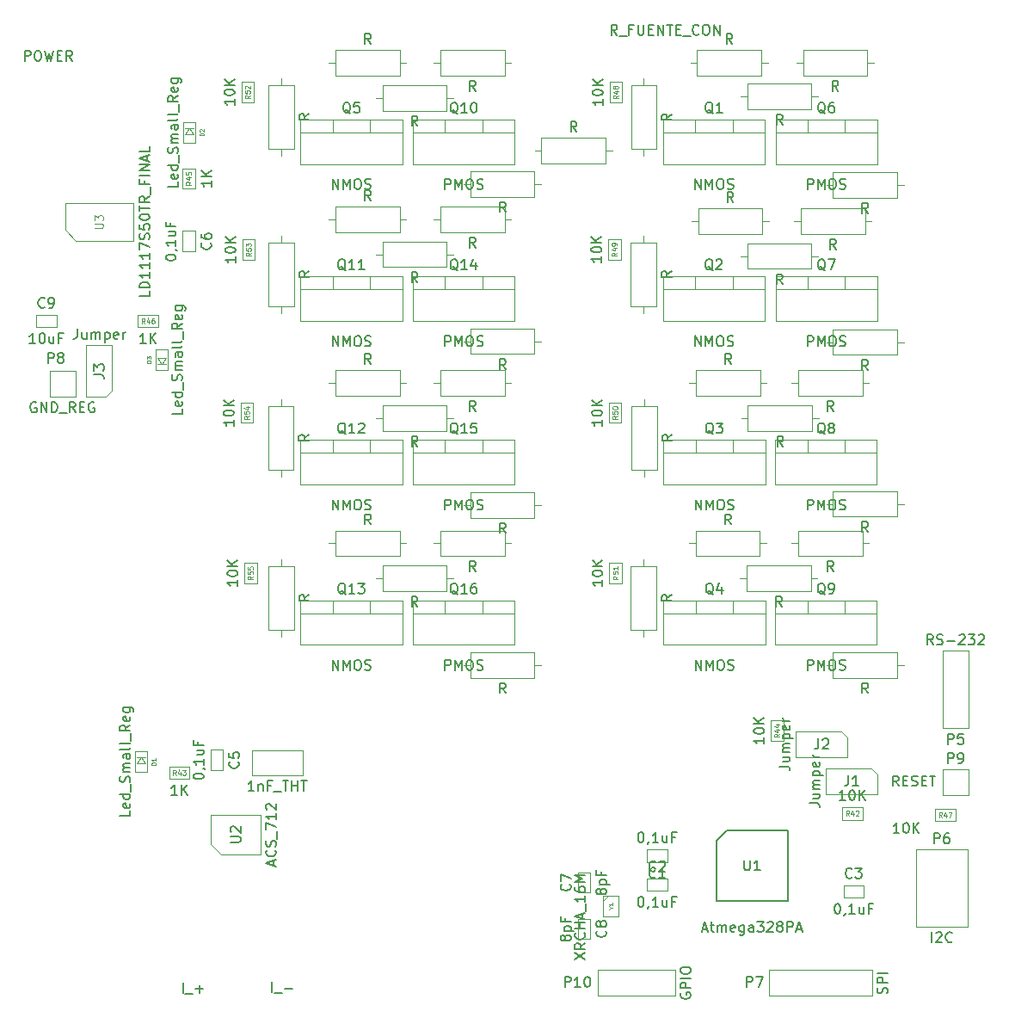
<source format=gbr>
G04 #@! TF.FileFunction,Other,Fab,Top*
%FSLAX46Y46*%
G04 Gerber Fmt 4.6, Leading zero omitted, Abs format (unit mm)*
G04 Created by KiCad (PCBNEW 4.0.2-stable) date 03/10/2017 15:04:02*
%MOMM*%
G01*
G04 APERTURE LIST*
%ADD10C,0.100000*%
%ADD11C,0.150000*%
%ADD12C,0.075000*%
%ADD13C,0.120000*%
G04 APERTURE END LIST*
D10*
X148325000Y-133055000D02*
X148325000Y-134295000D01*
X146325000Y-133055000D02*
X148325000Y-133055000D01*
X146325000Y-134295000D02*
X146325000Y-133055000D01*
X148325000Y-134295000D02*
X146325000Y-134295000D01*
X146325000Y-137145000D02*
X146325000Y-135905000D01*
X148325000Y-137145000D02*
X146325000Y-137145000D01*
X148325000Y-135905000D02*
X148325000Y-137145000D01*
X146325000Y-135905000D02*
X148325000Y-135905000D01*
X165675000Y-137820000D02*
X165675000Y-136580000D01*
X167675000Y-137820000D02*
X165675000Y-137820000D01*
X167675000Y-136580000D02*
X167675000Y-137820000D01*
X165675000Y-136580000D02*
X167675000Y-136580000D01*
X103355000Y-123275000D02*
X104595000Y-123275000D01*
X103355000Y-125275000D02*
X103355000Y-123275000D01*
X104595000Y-125275000D02*
X103355000Y-125275000D01*
X104595000Y-123275000D02*
X104595000Y-125275000D01*
X100630000Y-72225000D02*
X101870000Y-72225000D01*
X100630000Y-74225000D02*
X100630000Y-72225000D01*
X101870000Y-74225000D02*
X100630000Y-74225000D01*
X101870000Y-72225000D02*
X101870000Y-74225000D01*
X140745000Y-137325000D02*
X139505000Y-137325000D01*
X140745000Y-135325000D02*
X140745000Y-137325000D01*
X139505000Y-135325000D02*
X140745000Y-135325000D01*
X139505000Y-137325000D02*
X139505000Y-135325000D01*
X139505000Y-139900000D02*
X140745000Y-139900000D01*
X139505000Y-141900000D02*
X139505000Y-139900000D01*
X140745000Y-141900000D02*
X139505000Y-141900000D01*
X140745000Y-139900000D02*
X140745000Y-141900000D01*
X86200000Y-81695000D02*
X86200000Y-80455000D01*
X88200000Y-81695000D02*
X86200000Y-81695000D01*
X88200000Y-80455000D02*
X88200000Y-81695000D01*
X86200000Y-80455000D02*
X88200000Y-80455000D01*
X169020000Y-125715000D02*
X169020000Y-127620000D01*
X169020000Y-127620000D02*
X163940000Y-127620000D01*
X163940000Y-127620000D02*
X163940000Y-125080000D01*
X163940000Y-125080000D02*
X168385000Y-125080000D01*
X168385000Y-125080000D02*
X169020000Y-125715000D01*
X166070000Y-122090000D02*
X166070000Y-123995000D01*
X166070000Y-123995000D02*
X160990000Y-123995000D01*
X160990000Y-123995000D02*
X160990000Y-121455000D01*
X160990000Y-121455000D02*
X165435000Y-121455000D01*
X165435000Y-121455000D02*
X166070000Y-122090000D01*
X177970000Y-121145000D02*
X177970000Y-113525000D01*
X177970000Y-113525000D02*
X175430000Y-113525000D01*
X175430000Y-113525000D02*
X175430000Y-121145000D01*
X175430000Y-121145000D02*
X177970000Y-121145000D01*
X158330000Y-147470000D02*
X168490000Y-147470000D01*
X168490000Y-147470000D02*
X168490000Y-144930000D01*
X168490000Y-144930000D02*
X158330000Y-144930000D01*
X158330000Y-144930000D02*
X158330000Y-147470000D01*
X87530000Y-86005000D02*
X87530000Y-88545000D01*
X87530000Y-88545000D02*
X90070000Y-88545000D01*
X90070000Y-88545000D02*
X90070000Y-86005000D01*
X90070000Y-86005000D02*
X87530000Y-86005000D01*
X175430000Y-125180000D02*
X175430000Y-127720000D01*
X175430000Y-127720000D02*
X177970000Y-127720000D01*
X177970000Y-127720000D02*
X177970000Y-125180000D01*
X177970000Y-125180000D02*
X175430000Y-125180000D01*
X147928320Y-61223520D02*
X147928320Y-65623520D01*
X147928320Y-65623520D02*
X157928320Y-65623520D01*
X157928320Y-65623520D02*
X157928320Y-61223520D01*
X157928320Y-61223520D02*
X147928320Y-61223520D01*
X147928320Y-62493520D02*
X157928320Y-62493520D01*
X151078320Y-61223520D02*
X151078320Y-62493520D01*
X154778320Y-61223520D02*
X154778320Y-62493520D01*
X147913080Y-76681960D02*
X147913080Y-81081960D01*
X147913080Y-81081960D02*
X157913080Y-81081960D01*
X157913080Y-81081960D02*
X157913080Y-76681960D01*
X157913080Y-76681960D02*
X147913080Y-76681960D01*
X147913080Y-77951960D02*
X157913080Y-77951960D01*
X151063080Y-76681960D02*
X151063080Y-77951960D01*
X154763080Y-76681960D02*
X154763080Y-77951960D01*
X147965000Y-92775000D02*
X147965000Y-97175000D01*
X147965000Y-97175000D02*
X157965000Y-97175000D01*
X157965000Y-97175000D02*
X157965000Y-92775000D01*
X157965000Y-92775000D02*
X147965000Y-92775000D01*
X147965000Y-94045000D02*
X157965000Y-94045000D01*
X151115000Y-92775000D02*
X151115000Y-94045000D01*
X154815000Y-92775000D02*
X154815000Y-94045000D01*
X147965000Y-108550000D02*
X147965000Y-112950000D01*
X147965000Y-112950000D02*
X157965000Y-112950000D01*
X157965000Y-112950000D02*
X157965000Y-108550000D01*
X157965000Y-108550000D02*
X147965000Y-108550000D01*
X147965000Y-109820000D02*
X157965000Y-109820000D01*
X151115000Y-108550000D02*
X151115000Y-109820000D01*
X154815000Y-108550000D02*
X154815000Y-109820000D01*
X112240000Y-61225000D02*
X112240000Y-65625000D01*
X112240000Y-65625000D02*
X122240000Y-65625000D01*
X122240000Y-65625000D02*
X122240000Y-61225000D01*
X122240000Y-61225000D02*
X112240000Y-61225000D01*
X112240000Y-62495000D02*
X122240000Y-62495000D01*
X115390000Y-61225000D02*
X115390000Y-62495000D01*
X119090000Y-61225000D02*
X119090000Y-62495000D01*
X158977320Y-61223520D02*
X158977320Y-65623520D01*
X158977320Y-65623520D02*
X168977320Y-65623520D01*
X168977320Y-65623520D02*
X168977320Y-61223520D01*
X168977320Y-61223520D02*
X158977320Y-61223520D01*
X158977320Y-62493520D02*
X168977320Y-62493520D01*
X162127320Y-61223520D02*
X162127320Y-62493520D01*
X165827320Y-61223520D02*
X165827320Y-62493520D01*
X158977320Y-76681960D02*
X158977320Y-81081960D01*
X158977320Y-81081960D02*
X168977320Y-81081960D01*
X168977320Y-81081960D02*
X168977320Y-76681960D01*
X168977320Y-76681960D02*
X158977320Y-76681960D01*
X158977320Y-77951960D02*
X168977320Y-77951960D01*
X162127320Y-76681960D02*
X162127320Y-77951960D01*
X165827320Y-76681960D02*
X165827320Y-77951960D01*
X158965000Y-92775000D02*
X158965000Y-97175000D01*
X158965000Y-97175000D02*
X168965000Y-97175000D01*
X168965000Y-97175000D02*
X168965000Y-92775000D01*
X168965000Y-92775000D02*
X158965000Y-92775000D01*
X158965000Y-94045000D02*
X168965000Y-94045000D01*
X162115000Y-92775000D02*
X162115000Y-94045000D01*
X165815000Y-92775000D02*
X165815000Y-94045000D01*
X158965000Y-108550000D02*
X158965000Y-112950000D01*
X158965000Y-112950000D02*
X168965000Y-112950000D01*
X168965000Y-112950000D02*
X168965000Y-108550000D01*
X168965000Y-108550000D02*
X158965000Y-108550000D01*
X158965000Y-109820000D02*
X168965000Y-109820000D01*
X162115000Y-108550000D02*
X162115000Y-109820000D01*
X165815000Y-108550000D02*
X165815000Y-109820000D01*
X123290000Y-61250000D02*
X123290000Y-65650000D01*
X123290000Y-65650000D02*
X133290000Y-65650000D01*
X133290000Y-65650000D02*
X133290000Y-61250000D01*
X133290000Y-61250000D02*
X123290000Y-61250000D01*
X123290000Y-62520000D02*
X133290000Y-62520000D01*
X126440000Y-61250000D02*
X126440000Y-62520000D01*
X130140000Y-61250000D02*
X130140000Y-62520000D01*
X112240000Y-76681960D02*
X112240000Y-81081960D01*
X112240000Y-81081960D02*
X122240000Y-81081960D01*
X122240000Y-81081960D02*
X122240000Y-76681960D01*
X122240000Y-76681960D02*
X112240000Y-76681960D01*
X112240000Y-77951960D02*
X122240000Y-77951960D01*
X115390000Y-76681960D02*
X115390000Y-77951960D01*
X119090000Y-76681960D02*
X119090000Y-77951960D01*
X112240000Y-92775000D02*
X112240000Y-97175000D01*
X112240000Y-97175000D02*
X122240000Y-97175000D01*
X122240000Y-97175000D02*
X122240000Y-92775000D01*
X122240000Y-92775000D02*
X112240000Y-92775000D01*
X112240000Y-94045000D02*
X122240000Y-94045000D01*
X115390000Y-92775000D02*
X115390000Y-94045000D01*
X119090000Y-92775000D02*
X119090000Y-94045000D01*
X112240000Y-108550000D02*
X112240000Y-112950000D01*
X112240000Y-112950000D02*
X122240000Y-112950000D01*
X122240000Y-112950000D02*
X122240000Y-108550000D01*
X122240000Y-108550000D02*
X112240000Y-108550000D01*
X112240000Y-109820000D02*
X122240000Y-109820000D01*
X115390000Y-108550000D02*
X115390000Y-109820000D01*
X119090000Y-108550000D02*
X119090000Y-109820000D01*
X123290000Y-76681960D02*
X123290000Y-81081960D01*
X123290000Y-81081960D02*
X133290000Y-81081960D01*
X133290000Y-81081960D02*
X133290000Y-76681960D01*
X133290000Y-76681960D02*
X123290000Y-76681960D01*
X123290000Y-77951960D02*
X133290000Y-77951960D01*
X126440000Y-76681960D02*
X126440000Y-77951960D01*
X130140000Y-76681960D02*
X130140000Y-77951960D01*
X123290000Y-92775000D02*
X123290000Y-97175000D01*
X123290000Y-97175000D02*
X133290000Y-97175000D01*
X133290000Y-97175000D02*
X133290000Y-92775000D01*
X133290000Y-92775000D02*
X123290000Y-92775000D01*
X123290000Y-94045000D02*
X133290000Y-94045000D01*
X126440000Y-92775000D02*
X126440000Y-94045000D01*
X130140000Y-92775000D02*
X130140000Y-94045000D01*
X123290000Y-108550000D02*
X123290000Y-112950000D01*
X123290000Y-112950000D02*
X133290000Y-112950000D01*
X133290000Y-112950000D02*
X133290000Y-108550000D01*
X133290000Y-108550000D02*
X123290000Y-108550000D01*
X123290000Y-109820000D02*
X133290000Y-109820000D01*
X126440000Y-108550000D02*
X126440000Y-109820000D01*
X130140000Y-108550000D02*
X130140000Y-109820000D01*
X144761900Y-64178580D02*
X147261900Y-64178580D01*
X147261900Y-64178580D02*
X147261900Y-57878580D01*
X147261900Y-57878580D02*
X144761900Y-57878580D01*
X144761900Y-57878580D02*
X144761900Y-64178580D01*
X146011900Y-64838580D02*
X146011900Y-64178580D01*
X146011900Y-57218580D02*
X146011900Y-57878580D01*
X144741580Y-79631940D02*
X147241580Y-79631940D01*
X147241580Y-79631940D02*
X147241580Y-73331940D01*
X147241580Y-73331940D02*
X144741580Y-73331940D01*
X144741580Y-73331940D02*
X144741580Y-79631940D01*
X145991580Y-80291940D02*
X145991580Y-79631940D01*
X145991580Y-72671940D02*
X145991580Y-73331940D01*
X144800000Y-95715000D02*
X147300000Y-95715000D01*
X147300000Y-95715000D02*
X147300000Y-89415000D01*
X147300000Y-89415000D02*
X144800000Y-89415000D01*
X144800000Y-89415000D02*
X144800000Y-95715000D01*
X146050000Y-96375000D02*
X146050000Y-95715000D01*
X146050000Y-88755000D02*
X146050000Y-89415000D01*
X144750000Y-111490000D02*
X147250000Y-111490000D01*
X147250000Y-111490000D02*
X147250000Y-105190000D01*
X147250000Y-105190000D02*
X144750000Y-105190000D01*
X144750000Y-105190000D02*
X144750000Y-111490000D01*
X146000000Y-112150000D02*
X146000000Y-111490000D01*
X146000000Y-104530000D02*
X146000000Y-105190000D01*
X109075000Y-64165000D02*
X111575000Y-64165000D01*
X111575000Y-64165000D02*
X111575000Y-57865000D01*
X111575000Y-57865000D02*
X109075000Y-57865000D01*
X109075000Y-57865000D02*
X109075000Y-64165000D01*
X110325000Y-64825000D02*
X110325000Y-64165000D01*
X110325000Y-57205000D02*
X110325000Y-57865000D01*
X157571840Y-56926800D02*
X157571840Y-54426800D01*
X157571840Y-54426800D02*
X151271840Y-54426800D01*
X151271840Y-54426800D02*
X151271840Y-56926800D01*
X151271840Y-56926800D02*
X157571840Y-56926800D01*
X158231840Y-55676800D02*
X157571840Y-55676800D01*
X150611840Y-55676800D02*
X151271840Y-55676800D01*
X157665000Y-72500000D02*
X157665000Y-70000000D01*
X157665000Y-70000000D02*
X151365000Y-70000000D01*
X151365000Y-70000000D02*
X151365000Y-72500000D01*
X151365000Y-72500000D02*
X157665000Y-72500000D01*
X158325000Y-71250000D02*
X157665000Y-71250000D01*
X150705000Y-71250000D02*
X151365000Y-71250000D01*
X157465000Y-88425000D02*
X157465000Y-85925000D01*
X157465000Y-85925000D02*
X151165000Y-85925000D01*
X151165000Y-85925000D02*
X151165000Y-88425000D01*
X151165000Y-88425000D02*
X157465000Y-88425000D01*
X158125000Y-87175000D02*
X157465000Y-87175000D01*
X150505000Y-87175000D02*
X151165000Y-87175000D01*
X157415000Y-104200000D02*
X157415000Y-101700000D01*
X157415000Y-101700000D02*
X151115000Y-101700000D01*
X151115000Y-101700000D02*
X151115000Y-104200000D01*
X151115000Y-104200000D02*
X157415000Y-104200000D01*
X158075000Y-102950000D02*
X157415000Y-102950000D01*
X150455000Y-102950000D02*
X151115000Y-102950000D01*
X121990000Y-56925000D02*
X121990000Y-54425000D01*
X121990000Y-54425000D02*
X115690000Y-54425000D01*
X115690000Y-54425000D02*
X115690000Y-56925000D01*
X115690000Y-56925000D02*
X121990000Y-56925000D01*
X122650000Y-55675000D02*
X121990000Y-55675000D01*
X115030000Y-55675000D02*
X115690000Y-55675000D01*
X156209600Y-57738960D02*
X156209600Y-60238960D01*
X156209600Y-60238960D02*
X162509600Y-60238960D01*
X162509600Y-60238960D02*
X162509600Y-57738960D01*
X162509600Y-57738960D02*
X156209600Y-57738960D01*
X155549600Y-58988960D02*
X156209600Y-58988960D01*
X163169600Y-58988960D02*
X162509600Y-58988960D01*
X156209600Y-73450000D02*
X156209600Y-75950000D01*
X156209600Y-75950000D02*
X162509600Y-75950000D01*
X162509600Y-75950000D02*
X162509600Y-73450000D01*
X162509600Y-73450000D02*
X156209600Y-73450000D01*
X155549600Y-74700000D02*
X156209600Y-74700000D01*
X163169600Y-74700000D02*
X162509600Y-74700000D01*
X156259600Y-89400000D02*
X156259600Y-91900000D01*
X156259600Y-91900000D02*
X162559600Y-91900000D01*
X162559600Y-91900000D02*
X162559600Y-89400000D01*
X162559600Y-89400000D02*
X156259600Y-89400000D01*
X155599600Y-90650000D02*
X156259600Y-90650000D01*
X163219600Y-90650000D02*
X162559600Y-90650000D01*
X156160000Y-105150000D02*
X156160000Y-107650000D01*
X156160000Y-107650000D02*
X162460000Y-107650000D01*
X162460000Y-107650000D02*
X162460000Y-105150000D01*
X162460000Y-105150000D02*
X156160000Y-105150000D01*
X155500000Y-106400000D02*
X156160000Y-106400000D01*
X163120000Y-106400000D02*
X162460000Y-106400000D01*
X120285000Y-57875000D02*
X120285000Y-60375000D01*
X120285000Y-60375000D02*
X126585000Y-60375000D01*
X126585000Y-60375000D02*
X126585000Y-57875000D01*
X126585000Y-57875000D02*
X120285000Y-57875000D01*
X119625000Y-59125000D02*
X120285000Y-59125000D01*
X127245000Y-59125000D02*
X126585000Y-59125000D01*
X161696000Y-54426800D02*
X161696000Y-56926800D01*
X161696000Y-56926800D02*
X167996000Y-56926800D01*
X167996000Y-56926800D02*
X167996000Y-54426800D01*
X167996000Y-54426800D02*
X161696000Y-54426800D01*
X161036000Y-55676800D02*
X161696000Y-55676800D01*
X168656000Y-55676800D02*
X167996000Y-55676800D01*
X161485000Y-70000000D02*
X161485000Y-72500000D01*
X161485000Y-72500000D02*
X167785000Y-72500000D01*
X167785000Y-72500000D02*
X167785000Y-70000000D01*
X167785000Y-70000000D02*
X161485000Y-70000000D01*
X160825000Y-71250000D02*
X161485000Y-71250000D01*
X168445000Y-71250000D02*
X167785000Y-71250000D01*
X161235000Y-85925000D02*
X161235000Y-88425000D01*
X161235000Y-88425000D02*
X167535000Y-88425000D01*
X167535000Y-88425000D02*
X167535000Y-85925000D01*
X167535000Y-85925000D02*
X161235000Y-85925000D01*
X160575000Y-87175000D02*
X161235000Y-87175000D01*
X168195000Y-87175000D02*
X167535000Y-87175000D01*
X161235000Y-101700000D02*
X161235000Y-104200000D01*
X161235000Y-104200000D02*
X167535000Y-104200000D01*
X167535000Y-104200000D02*
X167535000Y-101700000D01*
X167535000Y-101700000D02*
X161235000Y-101700000D01*
X160575000Y-102950000D02*
X161235000Y-102950000D01*
X168195000Y-102950000D02*
X167535000Y-102950000D01*
X126010000Y-54425000D02*
X126010000Y-56925000D01*
X126010000Y-56925000D02*
X132310000Y-56925000D01*
X132310000Y-56925000D02*
X132310000Y-54425000D01*
X132310000Y-54425000D02*
X126010000Y-54425000D01*
X125350000Y-55675000D02*
X126010000Y-55675000D01*
X132970000Y-55675000D02*
X132310000Y-55675000D01*
X164635000Y-66450000D02*
X164635000Y-68950000D01*
X164635000Y-68950000D02*
X170935000Y-68950000D01*
X170935000Y-68950000D02*
X170935000Y-66450000D01*
X170935000Y-66450000D02*
X164635000Y-66450000D01*
X163975000Y-67700000D02*
X164635000Y-67700000D01*
X171595000Y-67700000D02*
X170935000Y-67700000D01*
X164635000Y-81900000D02*
X164635000Y-84400000D01*
X164635000Y-84400000D02*
X170935000Y-84400000D01*
X170935000Y-84400000D02*
X170935000Y-81900000D01*
X170935000Y-81900000D02*
X164635000Y-81900000D01*
X163975000Y-83150000D02*
X164635000Y-83150000D01*
X171595000Y-83150000D02*
X170935000Y-83150000D01*
X164635000Y-97825000D02*
X164635000Y-100325000D01*
X164635000Y-100325000D02*
X170935000Y-100325000D01*
X170935000Y-100325000D02*
X170935000Y-97825000D01*
X170935000Y-97825000D02*
X164635000Y-97825000D01*
X163975000Y-99075000D02*
X164635000Y-99075000D01*
X171595000Y-99075000D02*
X170935000Y-99075000D01*
X164635000Y-113675000D02*
X164635000Y-116175000D01*
X164635000Y-116175000D02*
X170935000Y-116175000D01*
X170935000Y-116175000D02*
X170935000Y-113675000D01*
X170935000Y-113675000D02*
X164635000Y-113675000D01*
X163975000Y-114925000D02*
X164635000Y-114925000D01*
X171595000Y-114925000D02*
X170935000Y-114925000D01*
X128960000Y-66350000D02*
X128960000Y-68850000D01*
X128960000Y-68850000D02*
X135260000Y-68850000D01*
X135260000Y-68850000D02*
X135260000Y-66350000D01*
X135260000Y-66350000D02*
X128960000Y-66350000D01*
X128300000Y-67600000D02*
X128960000Y-67600000D01*
X135920000Y-67600000D02*
X135260000Y-67600000D01*
X109075000Y-79640000D02*
X111575000Y-79640000D01*
X111575000Y-79640000D02*
X111575000Y-73340000D01*
X111575000Y-73340000D02*
X109075000Y-73340000D01*
X109075000Y-73340000D02*
X109075000Y-79640000D01*
X110325000Y-80300000D02*
X110325000Y-79640000D01*
X110325000Y-72680000D02*
X110325000Y-73340000D01*
X109050000Y-95715000D02*
X111550000Y-95715000D01*
X111550000Y-95715000D02*
X111550000Y-89415000D01*
X111550000Y-89415000D02*
X109050000Y-89415000D01*
X109050000Y-89415000D02*
X109050000Y-95715000D01*
X110300000Y-96375000D02*
X110300000Y-95715000D01*
X110300000Y-88755000D02*
X110300000Y-89415000D01*
X109075000Y-111490000D02*
X111575000Y-111490000D01*
X111575000Y-111490000D02*
X111575000Y-105190000D01*
X111575000Y-105190000D02*
X109075000Y-105190000D01*
X109075000Y-105190000D02*
X109075000Y-111490000D01*
X110325000Y-112150000D02*
X110325000Y-111490000D01*
X110325000Y-104530000D02*
X110325000Y-105190000D01*
X121990000Y-72325000D02*
X121990000Y-69825000D01*
X121990000Y-69825000D02*
X115690000Y-69825000D01*
X115690000Y-69825000D02*
X115690000Y-72325000D01*
X115690000Y-72325000D02*
X121990000Y-72325000D01*
X122650000Y-71075000D02*
X121990000Y-71075000D01*
X115030000Y-71075000D02*
X115690000Y-71075000D01*
X121990000Y-88425000D02*
X121990000Y-85925000D01*
X121990000Y-85925000D02*
X115690000Y-85925000D01*
X115690000Y-85925000D02*
X115690000Y-88425000D01*
X115690000Y-88425000D02*
X121990000Y-88425000D01*
X122650000Y-87175000D02*
X121990000Y-87175000D01*
X115030000Y-87175000D02*
X115690000Y-87175000D01*
X121990000Y-104200000D02*
X121990000Y-101700000D01*
X121990000Y-101700000D02*
X115690000Y-101700000D01*
X115690000Y-101700000D02*
X115690000Y-104200000D01*
X115690000Y-104200000D02*
X121990000Y-104200000D01*
X122650000Y-102950000D02*
X121990000Y-102950000D01*
X115030000Y-102950000D02*
X115690000Y-102950000D01*
X120285000Y-73275000D02*
X120285000Y-75775000D01*
X120285000Y-75775000D02*
X126585000Y-75775000D01*
X126585000Y-75775000D02*
X126585000Y-73275000D01*
X126585000Y-73275000D02*
X120285000Y-73275000D01*
X119625000Y-74525000D02*
X120285000Y-74525000D01*
X127245000Y-74525000D02*
X126585000Y-74525000D01*
X120285000Y-89400000D02*
X120285000Y-91900000D01*
X120285000Y-91900000D02*
X126585000Y-91900000D01*
X126585000Y-91900000D02*
X126585000Y-89400000D01*
X126585000Y-89400000D02*
X120285000Y-89400000D01*
X119625000Y-90650000D02*
X120285000Y-90650000D01*
X127245000Y-90650000D02*
X126585000Y-90650000D01*
X120285000Y-105150000D02*
X120285000Y-107650000D01*
X120285000Y-107650000D02*
X126585000Y-107650000D01*
X126585000Y-107650000D02*
X126585000Y-105150000D01*
X126585000Y-105150000D02*
X120285000Y-105150000D01*
X119625000Y-106400000D02*
X120285000Y-106400000D01*
X127245000Y-106400000D02*
X126585000Y-106400000D01*
X126010000Y-69825000D02*
X126010000Y-72325000D01*
X126010000Y-72325000D02*
X132310000Y-72325000D01*
X132310000Y-72325000D02*
X132310000Y-69825000D01*
X132310000Y-69825000D02*
X126010000Y-69825000D01*
X125350000Y-71075000D02*
X126010000Y-71075000D01*
X132970000Y-71075000D02*
X132310000Y-71075000D01*
X126010000Y-85925000D02*
X126010000Y-88425000D01*
X126010000Y-88425000D02*
X132310000Y-88425000D01*
X132310000Y-88425000D02*
X132310000Y-85925000D01*
X132310000Y-85925000D02*
X126010000Y-85925000D01*
X125350000Y-87175000D02*
X126010000Y-87175000D01*
X132970000Y-87175000D02*
X132310000Y-87175000D01*
X126010000Y-101700000D02*
X126010000Y-104200000D01*
X126010000Y-104200000D02*
X132310000Y-104200000D01*
X132310000Y-104200000D02*
X132310000Y-101700000D01*
X132310000Y-101700000D02*
X126010000Y-101700000D01*
X125350000Y-102950000D02*
X126010000Y-102950000D01*
X132970000Y-102950000D02*
X132310000Y-102950000D01*
X128960000Y-81825000D02*
X128960000Y-84325000D01*
X128960000Y-84325000D02*
X135260000Y-84325000D01*
X135260000Y-84325000D02*
X135260000Y-81825000D01*
X135260000Y-81825000D02*
X128960000Y-81825000D01*
X128300000Y-83075000D02*
X128960000Y-83075000D01*
X135920000Y-83075000D02*
X135260000Y-83075000D01*
X128960000Y-97925000D02*
X128960000Y-100425000D01*
X128960000Y-100425000D02*
X135260000Y-100425000D01*
X135260000Y-100425000D02*
X135260000Y-97925000D01*
X135260000Y-97925000D02*
X128960000Y-97925000D01*
X128300000Y-99175000D02*
X128960000Y-99175000D01*
X135920000Y-99175000D02*
X135260000Y-99175000D01*
X128960000Y-113675000D02*
X128960000Y-116175000D01*
X128960000Y-116175000D02*
X135260000Y-116175000D01*
X135260000Y-116175000D02*
X135260000Y-113675000D01*
X135260000Y-113675000D02*
X128960000Y-113675000D01*
X128300000Y-114925000D02*
X128960000Y-114925000D01*
X135920000Y-114925000D02*
X135260000Y-114925000D01*
X99300000Y-126145000D02*
X99300000Y-124905000D01*
X101300000Y-126145000D02*
X99300000Y-126145000D01*
X101300000Y-124905000D02*
X101300000Y-126145000D01*
X99300000Y-124905000D02*
X101300000Y-124905000D01*
X101870000Y-68050000D02*
X100630000Y-68050000D01*
X101870000Y-66050000D02*
X101870000Y-68050000D01*
X100630000Y-66050000D02*
X101870000Y-66050000D01*
X100630000Y-68050000D02*
X100630000Y-66050000D01*
X96225000Y-81695000D02*
X96225000Y-80455000D01*
X98225000Y-81695000D02*
X96225000Y-81695000D01*
X98225000Y-80455000D02*
X98225000Y-81695000D01*
X96225000Y-80455000D02*
X98225000Y-80455000D01*
X176675000Y-129055000D02*
X176675000Y-130295000D01*
X174675000Y-129055000D02*
X176675000Y-129055000D01*
X174675000Y-130295000D02*
X174675000Y-129055000D01*
X176675000Y-130295000D02*
X174675000Y-130295000D01*
X103425000Y-132550000D02*
X103425000Y-129650000D01*
X103425000Y-129650000D02*
X108325000Y-129650000D01*
X108325000Y-129650000D02*
X108325000Y-133550000D01*
X108325000Y-133550000D02*
X104425000Y-133550000D01*
X104425000Y-133550000D02*
X103425000Y-132550000D01*
X90125000Y-73175000D02*
X89075000Y-72125000D01*
X90125000Y-73175000D02*
X95775000Y-73175000D01*
X89075000Y-72125000D02*
X89075000Y-69475000D01*
X95775000Y-73175000D02*
X95775000Y-69475000D01*
X89075000Y-69475000D02*
X95775000Y-69475000D01*
X96950000Y-124025000D02*
X96150000Y-124025000D01*
X96550000Y-124025000D02*
X96950000Y-124625000D01*
X96150000Y-124625000D02*
X96550000Y-124025000D01*
X96950000Y-124625000D02*
X96150000Y-124625000D01*
X95950000Y-125425000D02*
X95950000Y-123425000D01*
X97150000Y-125425000D02*
X95950000Y-125425000D01*
X97150000Y-123425000D02*
X97150000Y-125425000D01*
X95950000Y-123425000D02*
X97150000Y-123425000D01*
X101675000Y-62125000D02*
X100875000Y-62125000D01*
X101275000Y-62125000D02*
X101675000Y-62725000D01*
X100875000Y-62725000D02*
X101275000Y-62125000D01*
X101675000Y-62725000D02*
X100875000Y-62725000D01*
X100675000Y-63525000D02*
X100675000Y-61525000D01*
X101875000Y-63525000D02*
X100675000Y-63525000D01*
X101875000Y-61525000D02*
X101875000Y-63525000D01*
X100675000Y-61525000D02*
X101875000Y-61525000D01*
X98175000Y-85300000D02*
X98975000Y-85300000D01*
X98575000Y-85300000D02*
X98175000Y-84700000D01*
X98975000Y-84700000D02*
X98575000Y-85300000D01*
X98175000Y-84700000D02*
X98975000Y-84700000D01*
X99175000Y-83900000D02*
X99175000Y-85900000D01*
X97975000Y-83900000D02*
X99175000Y-83900000D01*
X97975000Y-85900000D02*
X97975000Y-83900000D01*
X99175000Y-85900000D02*
X97975000Y-85900000D01*
X93060000Y-88545000D02*
X91155000Y-88545000D01*
X91155000Y-88545000D02*
X91155000Y-83465000D01*
X91155000Y-83465000D02*
X93695000Y-83465000D01*
X93695000Y-83465000D02*
X93695000Y-87910000D01*
X93695000Y-87910000D02*
X93060000Y-88545000D01*
X167550000Y-128905000D02*
X167550000Y-130145000D01*
X165550000Y-128905000D02*
X167550000Y-128905000D01*
X165550000Y-130145000D02*
X165550000Y-128905000D01*
X167550000Y-130145000D02*
X165550000Y-130145000D01*
X158530000Y-120375000D02*
X159770000Y-120375000D01*
X158530000Y-122375000D02*
X158530000Y-120375000D01*
X159770000Y-122375000D02*
X158530000Y-122375000D01*
X159770000Y-120375000D02*
X159770000Y-122375000D01*
X107425000Y-123300000D02*
X107425000Y-125800000D01*
X107425000Y-125800000D02*
X112425000Y-125800000D01*
X112425000Y-125800000D02*
X112425000Y-123300000D01*
X112425000Y-123300000D02*
X107425000Y-123300000D01*
X142240000Y-65550000D02*
X142240000Y-63050000D01*
X142240000Y-63050000D02*
X135940000Y-63050000D01*
X135940000Y-63050000D02*
X135940000Y-65550000D01*
X135940000Y-65550000D02*
X142240000Y-65550000D01*
X142900000Y-64300000D02*
X142240000Y-64300000D01*
X135280000Y-64300000D02*
X135940000Y-64300000D01*
X143525000Y-137625000D02*
X142025000Y-137625000D01*
X142025000Y-137625000D02*
X142025000Y-139625000D01*
X142025000Y-139625000D02*
X143525000Y-139625000D01*
X143525000Y-139625000D02*
X143525000Y-137625000D01*
X142525000Y-137625000D02*
X142025000Y-138125000D01*
D11*
X154175000Y-131175000D02*
X160175000Y-131175000D01*
X160175000Y-131175000D02*
X160175000Y-138175000D01*
X160175000Y-138175000D02*
X153175000Y-138175000D01*
X153175000Y-138175000D02*
X153175000Y-132175000D01*
X153175000Y-132175000D02*
X154175000Y-131175000D01*
D10*
X142655000Y-57575000D02*
X143895000Y-57575000D01*
X142655000Y-59575000D02*
X142655000Y-57575000D01*
X143895000Y-59575000D02*
X142655000Y-59575000D01*
X143895000Y-57575000D02*
X143895000Y-59575000D01*
X142530000Y-73025000D02*
X143770000Y-73025000D01*
X142530000Y-75025000D02*
X142530000Y-73025000D01*
X143770000Y-75025000D02*
X142530000Y-75025000D01*
X143770000Y-73025000D02*
X143770000Y-75025000D01*
X142580000Y-89100000D02*
X143820000Y-89100000D01*
X142580000Y-91100000D02*
X142580000Y-89100000D01*
X143820000Y-91100000D02*
X142580000Y-91100000D01*
X143820000Y-89100000D02*
X143820000Y-91100000D01*
X142630000Y-104875000D02*
X143870000Y-104875000D01*
X142630000Y-106875000D02*
X142630000Y-104875000D01*
X143870000Y-106875000D02*
X142630000Y-106875000D01*
X143870000Y-104875000D02*
X143870000Y-106875000D01*
X106405000Y-57550000D02*
X107645000Y-57550000D01*
X106405000Y-59550000D02*
X106405000Y-57550000D01*
X107645000Y-59550000D02*
X106405000Y-59550000D01*
X107645000Y-57550000D02*
X107645000Y-59550000D01*
X106505000Y-73050000D02*
X107745000Y-73050000D01*
X106505000Y-75050000D02*
X106505000Y-73050000D01*
X107745000Y-75050000D02*
X106505000Y-75050000D01*
X107745000Y-73050000D02*
X107745000Y-75050000D01*
X106330000Y-89100000D02*
X107570000Y-89100000D01*
X106330000Y-91100000D02*
X106330000Y-89100000D01*
X107570000Y-91100000D02*
X106330000Y-91100000D01*
X107570000Y-89100000D02*
X107570000Y-91100000D01*
X106705000Y-104875000D02*
X107945000Y-104875000D01*
X106705000Y-106875000D02*
X106705000Y-104875000D01*
X107945000Y-106875000D02*
X106705000Y-106875000D01*
X107945000Y-104875000D02*
X107945000Y-106875000D01*
X141505000Y-147470000D02*
X149125000Y-147470000D01*
X149125000Y-147470000D02*
X149125000Y-144930000D01*
X149125000Y-144930000D02*
X141505000Y-144930000D01*
X141505000Y-144930000D02*
X141505000Y-147470000D01*
X172790000Y-133080000D02*
X172790000Y-140700000D01*
X172790000Y-140700000D02*
X177870000Y-140700000D01*
X177870000Y-140700000D02*
X177870000Y-133080000D01*
X177870000Y-133080000D02*
X172790000Y-133080000D01*
D11*
X145682143Y-131377381D02*
X145777382Y-131377381D01*
X145872620Y-131425000D01*
X145920239Y-131472619D01*
X145967858Y-131567857D01*
X146015477Y-131758333D01*
X146015477Y-131996429D01*
X145967858Y-132186905D01*
X145920239Y-132282143D01*
X145872620Y-132329762D01*
X145777382Y-132377381D01*
X145682143Y-132377381D01*
X145586905Y-132329762D01*
X145539286Y-132282143D01*
X145491667Y-132186905D01*
X145444048Y-131996429D01*
X145444048Y-131758333D01*
X145491667Y-131567857D01*
X145539286Y-131472619D01*
X145586905Y-131425000D01*
X145682143Y-131377381D01*
X146491667Y-132329762D02*
X146491667Y-132377381D01*
X146444048Y-132472619D01*
X146396429Y-132520238D01*
X147444048Y-132377381D02*
X146872619Y-132377381D01*
X147158333Y-132377381D02*
X147158333Y-131377381D01*
X147063095Y-131520238D01*
X146967857Y-131615476D01*
X146872619Y-131663095D01*
X148301191Y-131710714D02*
X148301191Y-132377381D01*
X147872619Y-131710714D02*
X147872619Y-132234524D01*
X147920238Y-132329762D01*
X148015476Y-132377381D01*
X148158334Y-132377381D01*
X148253572Y-132329762D01*
X148301191Y-132282143D01*
X149110715Y-131853571D02*
X148777381Y-131853571D01*
X148777381Y-132377381D02*
X148777381Y-131377381D01*
X149253572Y-131377381D01*
X147158334Y-135782143D02*
X147110715Y-135829762D01*
X146967858Y-135877381D01*
X146872620Y-135877381D01*
X146729762Y-135829762D01*
X146634524Y-135734524D01*
X146586905Y-135639286D01*
X146539286Y-135448810D01*
X146539286Y-135305952D01*
X146586905Y-135115476D01*
X146634524Y-135020238D01*
X146729762Y-134925000D01*
X146872620Y-134877381D01*
X146967858Y-134877381D01*
X147110715Y-134925000D01*
X147158334Y-134972619D01*
X148110715Y-135877381D02*
X147539286Y-135877381D01*
X147825000Y-135877381D02*
X147825000Y-134877381D01*
X147729762Y-135020238D01*
X147634524Y-135115476D01*
X147539286Y-135163095D01*
X145682143Y-137727381D02*
X145777382Y-137727381D01*
X145872620Y-137775000D01*
X145920239Y-137822619D01*
X145967858Y-137917857D01*
X146015477Y-138108333D01*
X146015477Y-138346429D01*
X145967858Y-138536905D01*
X145920239Y-138632143D01*
X145872620Y-138679762D01*
X145777382Y-138727381D01*
X145682143Y-138727381D01*
X145586905Y-138679762D01*
X145539286Y-138632143D01*
X145491667Y-138536905D01*
X145444048Y-138346429D01*
X145444048Y-138108333D01*
X145491667Y-137917857D01*
X145539286Y-137822619D01*
X145586905Y-137775000D01*
X145682143Y-137727381D01*
X146491667Y-138679762D02*
X146491667Y-138727381D01*
X146444048Y-138822619D01*
X146396429Y-138870238D01*
X147444048Y-138727381D02*
X146872619Y-138727381D01*
X147158333Y-138727381D02*
X147158333Y-137727381D01*
X147063095Y-137870238D01*
X146967857Y-137965476D01*
X146872619Y-138013095D01*
X148301191Y-138060714D02*
X148301191Y-138727381D01*
X147872619Y-138060714D02*
X147872619Y-138584524D01*
X147920238Y-138679762D01*
X148015476Y-138727381D01*
X148158334Y-138727381D01*
X148253572Y-138679762D01*
X148301191Y-138632143D01*
X149110715Y-138203571D02*
X148777381Y-138203571D01*
X148777381Y-138727381D02*
X148777381Y-137727381D01*
X149253572Y-137727381D01*
X147158334Y-135132143D02*
X147110715Y-135179762D01*
X146967858Y-135227381D01*
X146872620Y-135227381D01*
X146729762Y-135179762D01*
X146634524Y-135084524D01*
X146586905Y-134989286D01*
X146539286Y-134798810D01*
X146539286Y-134655952D01*
X146586905Y-134465476D01*
X146634524Y-134370238D01*
X146729762Y-134275000D01*
X146872620Y-134227381D01*
X146967858Y-134227381D01*
X147110715Y-134275000D01*
X147158334Y-134322619D01*
X147539286Y-134322619D02*
X147586905Y-134275000D01*
X147682143Y-134227381D01*
X147920239Y-134227381D01*
X148015477Y-134275000D01*
X148063096Y-134322619D01*
X148110715Y-134417857D01*
X148110715Y-134513095D01*
X148063096Y-134655952D01*
X147491667Y-135227381D01*
X148110715Y-135227381D01*
X165032143Y-138402381D02*
X165127382Y-138402381D01*
X165222620Y-138450000D01*
X165270239Y-138497619D01*
X165317858Y-138592857D01*
X165365477Y-138783333D01*
X165365477Y-139021429D01*
X165317858Y-139211905D01*
X165270239Y-139307143D01*
X165222620Y-139354762D01*
X165127382Y-139402381D01*
X165032143Y-139402381D01*
X164936905Y-139354762D01*
X164889286Y-139307143D01*
X164841667Y-139211905D01*
X164794048Y-139021429D01*
X164794048Y-138783333D01*
X164841667Y-138592857D01*
X164889286Y-138497619D01*
X164936905Y-138450000D01*
X165032143Y-138402381D01*
X165841667Y-139354762D02*
X165841667Y-139402381D01*
X165794048Y-139497619D01*
X165746429Y-139545238D01*
X166794048Y-139402381D02*
X166222619Y-139402381D01*
X166508333Y-139402381D02*
X166508333Y-138402381D01*
X166413095Y-138545238D01*
X166317857Y-138640476D01*
X166222619Y-138688095D01*
X167651191Y-138735714D02*
X167651191Y-139402381D01*
X167222619Y-138735714D02*
X167222619Y-139259524D01*
X167270238Y-139354762D01*
X167365476Y-139402381D01*
X167508334Y-139402381D01*
X167603572Y-139354762D01*
X167651191Y-139307143D01*
X168460715Y-138878571D02*
X168127381Y-138878571D01*
X168127381Y-139402381D02*
X168127381Y-138402381D01*
X168603572Y-138402381D01*
X166508334Y-135807143D02*
X166460715Y-135854762D01*
X166317858Y-135902381D01*
X166222620Y-135902381D01*
X166079762Y-135854762D01*
X165984524Y-135759524D01*
X165936905Y-135664286D01*
X165889286Y-135473810D01*
X165889286Y-135330952D01*
X165936905Y-135140476D01*
X165984524Y-135045238D01*
X166079762Y-134950000D01*
X166222620Y-134902381D01*
X166317858Y-134902381D01*
X166460715Y-134950000D01*
X166508334Y-134997619D01*
X166841667Y-134902381D02*
X167460715Y-134902381D01*
X167127381Y-135283333D01*
X167270239Y-135283333D01*
X167365477Y-135330952D01*
X167413096Y-135378571D01*
X167460715Y-135473810D01*
X167460715Y-135711905D01*
X167413096Y-135807143D01*
X167365477Y-135854762D01*
X167270239Y-135902381D01*
X166984524Y-135902381D01*
X166889286Y-135854762D01*
X166841667Y-135807143D01*
X101677381Y-125917857D02*
X101677381Y-125822618D01*
X101725000Y-125727380D01*
X101772619Y-125679761D01*
X101867857Y-125632142D01*
X102058333Y-125584523D01*
X102296429Y-125584523D01*
X102486905Y-125632142D01*
X102582143Y-125679761D01*
X102629762Y-125727380D01*
X102677381Y-125822618D01*
X102677381Y-125917857D01*
X102629762Y-126013095D01*
X102582143Y-126060714D01*
X102486905Y-126108333D01*
X102296429Y-126155952D01*
X102058333Y-126155952D01*
X101867857Y-126108333D01*
X101772619Y-126060714D01*
X101725000Y-126013095D01*
X101677381Y-125917857D01*
X102629762Y-125108333D02*
X102677381Y-125108333D01*
X102772619Y-125155952D01*
X102820238Y-125203571D01*
X102677381Y-124155952D02*
X102677381Y-124727381D01*
X102677381Y-124441667D02*
X101677381Y-124441667D01*
X101820238Y-124536905D01*
X101915476Y-124632143D01*
X101963095Y-124727381D01*
X102010714Y-123298809D02*
X102677381Y-123298809D01*
X102010714Y-123727381D02*
X102534524Y-123727381D01*
X102629762Y-123679762D01*
X102677381Y-123584524D01*
X102677381Y-123441666D01*
X102629762Y-123346428D01*
X102582143Y-123298809D01*
X102153571Y-122489285D02*
X102153571Y-122822619D01*
X102677381Y-122822619D02*
X101677381Y-122822619D01*
X101677381Y-122346428D01*
X106082143Y-124441666D02*
X106129762Y-124489285D01*
X106177381Y-124632142D01*
X106177381Y-124727380D01*
X106129762Y-124870238D01*
X106034524Y-124965476D01*
X105939286Y-125013095D01*
X105748810Y-125060714D01*
X105605952Y-125060714D01*
X105415476Y-125013095D01*
X105320238Y-124965476D01*
X105225000Y-124870238D01*
X105177381Y-124727380D01*
X105177381Y-124632142D01*
X105225000Y-124489285D01*
X105272619Y-124441666D01*
X105177381Y-123536904D02*
X105177381Y-124013095D01*
X105653571Y-124060714D01*
X105605952Y-124013095D01*
X105558333Y-123917857D01*
X105558333Y-123679761D01*
X105605952Y-123584523D01*
X105653571Y-123536904D01*
X105748810Y-123489285D01*
X105986905Y-123489285D01*
X106082143Y-123536904D01*
X106129762Y-123584523D01*
X106177381Y-123679761D01*
X106177381Y-123917857D01*
X106129762Y-124013095D01*
X106082143Y-124060714D01*
X98952381Y-74867857D02*
X98952381Y-74772618D01*
X99000000Y-74677380D01*
X99047619Y-74629761D01*
X99142857Y-74582142D01*
X99333333Y-74534523D01*
X99571429Y-74534523D01*
X99761905Y-74582142D01*
X99857143Y-74629761D01*
X99904762Y-74677380D01*
X99952381Y-74772618D01*
X99952381Y-74867857D01*
X99904762Y-74963095D01*
X99857143Y-75010714D01*
X99761905Y-75058333D01*
X99571429Y-75105952D01*
X99333333Y-75105952D01*
X99142857Y-75058333D01*
X99047619Y-75010714D01*
X99000000Y-74963095D01*
X98952381Y-74867857D01*
X99904762Y-74058333D02*
X99952381Y-74058333D01*
X100047619Y-74105952D01*
X100095238Y-74153571D01*
X99952381Y-73105952D02*
X99952381Y-73677381D01*
X99952381Y-73391667D02*
X98952381Y-73391667D01*
X99095238Y-73486905D01*
X99190476Y-73582143D01*
X99238095Y-73677381D01*
X99285714Y-72248809D02*
X99952381Y-72248809D01*
X99285714Y-72677381D02*
X99809524Y-72677381D01*
X99904762Y-72629762D01*
X99952381Y-72534524D01*
X99952381Y-72391666D01*
X99904762Y-72296428D01*
X99857143Y-72248809D01*
X99428571Y-71439285D02*
X99428571Y-71772619D01*
X99952381Y-71772619D02*
X98952381Y-71772619D01*
X98952381Y-71296428D01*
X103357143Y-73391666D02*
X103404762Y-73439285D01*
X103452381Y-73582142D01*
X103452381Y-73677380D01*
X103404762Y-73820238D01*
X103309524Y-73915476D01*
X103214286Y-73963095D01*
X103023810Y-74010714D01*
X102880952Y-74010714D01*
X102690476Y-73963095D01*
X102595238Y-73915476D01*
X102500000Y-73820238D01*
X102452381Y-73677380D01*
X102452381Y-73582142D01*
X102500000Y-73439285D01*
X102547619Y-73391666D01*
X102452381Y-72534523D02*
X102452381Y-72725000D01*
X102500000Y-72820238D01*
X102547619Y-72867857D01*
X102690476Y-72963095D01*
X102880952Y-73010714D01*
X103261905Y-73010714D01*
X103357143Y-72963095D01*
X103404762Y-72915476D01*
X103452381Y-72820238D01*
X103452381Y-72629761D01*
X103404762Y-72534523D01*
X103357143Y-72486904D01*
X103261905Y-72439285D01*
X103023810Y-72439285D01*
X102928571Y-72486904D01*
X102880952Y-72534523D01*
X102833333Y-72629761D01*
X102833333Y-72820238D01*
X102880952Y-72915476D01*
X102928571Y-72963095D01*
X103023810Y-73010714D01*
X141755952Y-137301191D02*
X141708333Y-137396429D01*
X141660714Y-137444048D01*
X141565476Y-137491667D01*
X141517857Y-137491667D01*
X141422619Y-137444048D01*
X141375000Y-137396429D01*
X141327381Y-137301191D01*
X141327381Y-137110714D01*
X141375000Y-137015476D01*
X141422619Y-136967857D01*
X141517857Y-136920238D01*
X141565476Y-136920238D01*
X141660714Y-136967857D01*
X141708333Y-137015476D01*
X141755952Y-137110714D01*
X141755952Y-137301191D01*
X141803571Y-137396429D01*
X141851190Y-137444048D01*
X141946429Y-137491667D01*
X142136905Y-137491667D01*
X142232143Y-137444048D01*
X142279762Y-137396429D01*
X142327381Y-137301191D01*
X142327381Y-137110714D01*
X142279762Y-137015476D01*
X142232143Y-136967857D01*
X142136905Y-136920238D01*
X141946429Y-136920238D01*
X141851190Y-136967857D01*
X141803571Y-137015476D01*
X141755952Y-137110714D01*
X141660714Y-136491667D02*
X142660714Y-136491667D01*
X141708333Y-136491667D02*
X141660714Y-136396429D01*
X141660714Y-136205952D01*
X141708333Y-136110714D01*
X141755952Y-136063095D01*
X141851190Y-136015476D01*
X142136905Y-136015476D01*
X142232143Y-136063095D01*
X142279762Y-136110714D01*
X142327381Y-136205952D01*
X142327381Y-136396429D01*
X142279762Y-136491667D01*
X141803571Y-135253571D02*
X141803571Y-135586905D01*
X142327381Y-135586905D02*
X141327381Y-135586905D01*
X141327381Y-135110714D01*
X138732143Y-136491666D02*
X138779762Y-136539285D01*
X138827381Y-136682142D01*
X138827381Y-136777380D01*
X138779762Y-136920238D01*
X138684524Y-137015476D01*
X138589286Y-137063095D01*
X138398810Y-137110714D01*
X138255952Y-137110714D01*
X138065476Y-137063095D01*
X137970238Y-137015476D01*
X137875000Y-136920238D01*
X137827381Y-136777380D01*
X137827381Y-136682142D01*
X137875000Y-136539285D01*
X137922619Y-136491666D01*
X137827381Y-136158333D02*
X137827381Y-135491666D01*
X138827381Y-135920238D01*
X138255952Y-141876191D02*
X138208333Y-141971429D01*
X138160714Y-142019048D01*
X138065476Y-142066667D01*
X138017857Y-142066667D01*
X137922619Y-142019048D01*
X137875000Y-141971429D01*
X137827381Y-141876191D01*
X137827381Y-141685714D01*
X137875000Y-141590476D01*
X137922619Y-141542857D01*
X138017857Y-141495238D01*
X138065476Y-141495238D01*
X138160714Y-141542857D01*
X138208333Y-141590476D01*
X138255952Y-141685714D01*
X138255952Y-141876191D01*
X138303571Y-141971429D01*
X138351190Y-142019048D01*
X138446429Y-142066667D01*
X138636905Y-142066667D01*
X138732143Y-142019048D01*
X138779762Y-141971429D01*
X138827381Y-141876191D01*
X138827381Y-141685714D01*
X138779762Y-141590476D01*
X138732143Y-141542857D01*
X138636905Y-141495238D01*
X138446429Y-141495238D01*
X138351190Y-141542857D01*
X138303571Y-141590476D01*
X138255952Y-141685714D01*
X138160714Y-141066667D02*
X139160714Y-141066667D01*
X138208333Y-141066667D02*
X138160714Y-140971429D01*
X138160714Y-140780952D01*
X138208333Y-140685714D01*
X138255952Y-140638095D01*
X138351190Y-140590476D01*
X138636905Y-140590476D01*
X138732143Y-140638095D01*
X138779762Y-140685714D01*
X138827381Y-140780952D01*
X138827381Y-140971429D01*
X138779762Y-141066667D01*
X138303571Y-139828571D02*
X138303571Y-140161905D01*
X138827381Y-140161905D02*
X137827381Y-140161905D01*
X137827381Y-139685714D01*
X142232143Y-141066666D02*
X142279762Y-141114285D01*
X142327381Y-141257142D01*
X142327381Y-141352380D01*
X142279762Y-141495238D01*
X142184524Y-141590476D01*
X142089286Y-141638095D01*
X141898810Y-141685714D01*
X141755952Y-141685714D01*
X141565476Y-141638095D01*
X141470238Y-141590476D01*
X141375000Y-141495238D01*
X141327381Y-141352380D01*
X141327381Y-141257142D01*
X141375000Y-141114285D01*
X141422619Y-141066666D01*
X141755952Y-140495238D02*
X141708333Y-140590476D01*
X141660714Y-140638095D01*
X141565476Y-140685714D01*
X141517857Y-140685714D01*
X141422619Y-140638095D01*
X141375000Y-140590476D01*
X141327381Y-140495238D01*
X141327381Y-140304761D01*
X141375000Y-140209523D01*
X141422619Y-140161904D01*
X141517857Y-140114285D01*
X141565476Y-140114285D01*
X141660714Y-140161904D01*
X141708333Y-140209523D01*
X141755952Y-140304761D01*
X141755952Y-140495238D01*
X141803571Y-140590476D01*
X141851190Y-140638095D01*
X141946429Y-140685714D01*
X142136905Y-140685714D01*
X142232143Y-140638095D01*
X142279762Y-140590476D01*
X142327381Y-140495238D01*
X142327381Y-140304761D01*
X142279762Y-140209523D01*
X142232143Y-140161904D01*
X142136905Y-140114285D01*
X141946429Y-140114285D01*
X141851190Y-140161904D01*
X141803571Y-140209523D01*
X141755952Y-140304761D01*
X86128572Y-83277381D02*
X85557143Y-83277381D01*
X85842857Y-83277381D02*
X85842857Y-82277381D01*
X85747619Y-82420238D01*
X85652381Y-82515476D01*
X85557143Y-82563095D01*
X86747619Y-82277381D02*
X86842858Y-82277381D01*
X86938096Y-82325000D01*
X86985715Y-82372619D01*
X87033334Y-82467857D01*
X87080953Y-82658333D01*
X87080953Y-82896429D01*
X87033334Y-83086905D01*
X86985715Y-83182143D01*
X86938096Y-83229762D01*
X86842858Y-83277381D01*
X86747619Y-83277381D01*
X86652381Y-83229762D01*
X86604762Y-83182143D01*
X86557143Y-83086905D01*
X86509524Y-82896429D01*
X86509524Y-82658333D01*
X86557143Y-82467857D01*
X86604762Y-82372619D01*
X86652381Y-82325000D01*
X86747619Y-82277381D01*
X87938096Y-82610714D02*
X87938096Y-83277381D01*
X87509524Y-82610714D02*
X87509524Y-83134524D01*
X87557143Y-83229762D01*
X87652381Y-83277381D01*
X87795239Y-83277381D01*
X87890477Y-83229762D01*
X87938096Y-83182143D01*
X88747620Y-82753571D02*
X88414286Y-82753571D01*
X88414286Y-83277381D02*
X88414286Y-82277381D01*
X88890477Y-82277381D01*
X87033334Y-79682143D02*
X86985715Y-79729762D01*
X86842858Y-79777381D01*
X86747620Y-79777381D01*
X86604762Y-79729762D01*
X86509524Y-79634524D01*
X86461905Y-79539286D01*
X86414286Y-79348810D01*
X86414286Y-79205952D01*
X86461905Y-79015476D01*
X86509524Y-78920238D01*
X86604762Y-78825000D01*
X86747620Y-78777381D01*
X86842858Y-78777381D01*
X86985715Y-78825000D01*
X87033334Y-78872619D01*
X87509524Y-79777381D02*
X87700000Y-79777381D01*
X87795239Y-79729762D01*
X87842858Y-79682143D01*
X87938096Y-79539286D01*
X87985715Y-79348810D01*
X87985715Y-78967857D01*
X87938096Y-78872619D01*
X87890477Y-78825000D01*
X87795239Y-78777381D01*
X87604762Y-78777381D01*
X87509524Y-78825000D01*
X87461905Y-78872619D01*
X87414286Y-78967857D01*
X87414286Y-79205952D01*
X87461905Y-79301190D01*
X87509524Y-79348810D01*
X87604762Y-79396429D01*
X87795239Y-79396429D01*
X87890477Y-79348810D01*
X87938096Y-79301190D01*
X87985715Y-79205952D01*
X162332381Y-128516666D02*
X163046667Y-128516666D01*
X163189524Y-128564286D01*
X163284762Y-128659524D01*
X163332381Y-128802381D01*
X163332381Y-128897619D01*
X162665714Y-127611904D02*
X163332381Y-127611904D01*
X162665714Y-128040476D02*
X163189524Y-128040476D01*
X163284762Y-127992857D01*
X163332381Y-127897619D01*
X163332381Y-127754761D01*
X163284762Y-127659523D01*
X163237143Y-127611904D01*
X163332381Y-127135714D02*
X162665714Y-127135714D01*
X162760952Y-127135714D02*
X162713333Y-127088095D01*
X162665714Y-126992857D01*
X162665714Y-126849999D01*
X162713333Y-126754761D01*
X162808571Y-126707142D01*
X163332381Y-126707142D01*
X162808571Y-126707142D02*
X162713333Y-126659523D01*
X162665714Y-126564285D01*
X162665714Y-126421428D01*
X162713333Y-126326190D01*
X162808571Y-126278571D01*
X163332381Y-126278571D01*
X162665714Y-125802381D02*
X163665714Y-125802381D01*
X162713333Y-125802381D02*
X162665714Y-125707143D01*
X162665714Y-125516666D01*
X162713333Y-125421428D01*
X162760952Y-125373809D01*
X162856190Y-125326190D01*
X163141905Y-125326190D01*
X163237143Y-125373809D01*
X163284762Y-125421428D01*
X163332381Y-125516666D01*
X163332381Y-125707143D01*
X163284762Y-125802381D01*
X163284762Y-124516666D02*
X163332381Y-124611904D01*
X163332381Y-124802381D01*
X163284762Y-124897619D01*
X163189524Y-124945238D01*
X162808571Y-124945238D01*
X162713333Y-124897619D01*
X162665714Y-124802381D01*
X162665714Y-124611904D01*
X162713333Y-124516666D01*
X162808571Y-124469047D01*
X162903810Y-124469047D01*
X162999048Y-124945238D01*
X163332381Y-124040476D02*
X162665714Y-124040476D01*
X162856190Y-124040476D02*
X162760952Y-123992857D01*
X162713333Y-123945238D01*
X162665714Y-123850000D01*
X162665714Y-123754761D01*
X166146667Y-125802381D02*
X166146667Y-126516667D01*
X166099047Y-126659524D01*
X166003809Y-126754762D01*
X165860952Y-126802381D01*
X165765714Y-126802381D01*
X167146667Y-126802381D02*
X166575238Y-126802381D01*
X166860952Y-126802381D02*
X166860952Y-125802381D01*
X166765714Y-125945238D01*
X166670476Y-126040476D01*
X166575238Y-126088095D01*
X159382381Y-124891666D02*
X160096667Y-124891666D01*
X160239524Y-124939286D01*
X160334762Y-125034524D01*
X160382381Y-125177381D01*
X160382381Y-125272619D01*
X159715714Y-123986904D02*
X160382381Y-123986904D01*
X159715714Y-124415476D02*
X160239524Y-124415476D01*
X160334762Y-124367857D01*
X160382381Y-124272619D01*
X160382381Y-124129761D01*
X160334762Y-124034523D01*
X160287143Y-123986904D01*
X160382381Y-123510714D02*
X159715714Y-123510714D01*
X159810952Y-123510714D02*
X159763333Y-123463095D01*
X159715714Y-123367857D01*
X159715714Y-123224999D01*
X159763333Y-123129761D01*
X159858571Y-123082142D01*
X160382381Y-123082142D01*
X159858571Y-123082142D02*
X159763333Y-123034523D01*
X159715714Y-122939285D01*
X159715714Y-122796428D01*
X159763333Y-122701190D01*
X159858571Y-122653571D01*
X160382381Y-122653571D01*
X159715714Y-122177381D02*
X160715714Y-122177381D01*
X159763333Y-122177381D02*
X159715714Y-122082143D01*
X159715714Y-121891666D01*
X159763333Y-121796428D01*
X159810952Y-121748809D01*
X159906190Y-121701190D01*
X160191905Y-121701190D01*
X160287143Y-121748809D01*
X160334762Y-121796428D01*
X160382381Y-121891666D01*
X160382381Y-122082143D01*
X160334762Y-122177381D01*
X160334762Y-120891666D02*
X160382381Y-120986904D01*
X160382381Y-121177381D01*
X160334762Y-121272619D01*
X160239524Y-121320238D01*
X159858571Y-121320238D01*
X159763333Y-121272619D01*
X159715714Y-121177381D01*
X159715714Y-120986904D01*
X159763333Y-120891666D01*
X159858571Y-120844047D01*
X159953810Y-120844047D01*
X160049048Y-121320238D01*
X160382381Y-120415476D02*
X159715714Y-120415476D01*
X159906190Y-120415476D02*
X159810952Y-120367857D01*
X159763333Y-120320238D01*
X159715714Y-120225000D01*
X159715714Y-120129761D01*
X163196667Y-122177381D02*
X163196667Y-122891667D01*
X163149047Y-123034524D01*
X163053809Y-123129762D01*
X162910952Y-123177381D01*
X162815714Y-123177381D01*
X163625238Y-122272619D02*
X163672857Y-122225000D01*
X163768095Y-122177381D01*
X164006191Y-122177381D01*
X164101429Y-122225000D01*
X164149048Y-122272619D01*
X164196667Y-122367857D01*
X164196667Y-122463095D01*
X164149048Y-122605952D01*
X163577619Y-123177381D01*
X164196667Y-123177381D01*
X143388095Y-52927381D02*
X143054761Y-52451190D01*
X142816666Y-52927381D02*
X142816666Y-51927381D01*
X143197619Y-51927381D01*
X143292857Y-51975000D01*
X143340476Y-52022619D01*
X143388095Y-52117857D01*
X143388095Y-52260714D01*
X143340476Y-52355952D01*
X143292857Y-52403571D01*
X143197619Y-52451190D01*
X142816666Y-52451190D01*
X143578571Y-53022619D02*
X144340476Y-53022619D01*
X144911905Y-52403571D02*
X144578571Y-52403571D01*
X144578571Y-52927381D02*
X144578571Y-51927381D01*
X145054762Y-51927381D01*
X145435714Y-51927381D02*
X145435714Y-52736905D01*
X145483333Y-52832143D01*
X145530952Y-52879762D01*
X145626190Y-52927381D01*
X145816667Y-52927381D01*
X145911905Y-52879762D01*
X145959524Y-52832143D01*
X146007143Y-52736905D01*
X146007143Y-51927381D01*
X146483333Y-52403571D02*
X146816667Y-52403571D01*
X146959524Y-52927381D02*
X146483333Y-52927381D01*
X146483333Y-51927381D01*
X146959524Y-51927381D01*
X147388095Y-52927381D02*
X147388095Y-51927381D01*
X147959524Y-52927381D01*
X147959524Y-51927381D01*
X148292857Y-51927381D02*
X148864286Y-51927381D01*
X148578571Y-52927381D02*
X148578571Y-51927381D01*
X149197619Y-52403571D02*
X149530953Y-52403571D01*
X149673810Y-52927381D02*
X149197619Y-52927381D01*
X149197619Y-51927381D01*
X149673810Y-51927381D01*
X149864286Y-53022619D02*
X150626191Y-53022619D01*
X151435715Y-52832143D02*
X151388096Y-52879762D01*
X151245239Y-52927381D01*
X151150001Y-52927381D01*
X151007143Y-52879762D01*
X150911905Y-52784524D01*
X150864286Y-52689286D01*
X150816667Y-52498810D01*
X150816667Y-52355952D01*
X150864286Y-52165476D01*
X150911905Y-52070238D01*
X151007143Y-51975000D01*
X151150001Y-51927381D01*
X151245239Y-51927381D01*
X151388096Y-51975000D01*
X151435715Y-52022619D01*
X152054762Y-51927381D02*
X152245239Y-51927381D01*
X152340477Y-51975000D01*
X152435715Y-52070238D01*
X152483334Y-52260714D01*
X152483334Y-52594048D01*
X152435715Y-52784524D01*
X152340477Y-52879762D01*
X152245239Y-52927381D01*
X152054762Y-52927381D01*
X151959524Y-52879762D01*
X151864286Y-52784524D01*
X151816667Y-52594048D01*
X151816667Y-52260714D01*
X151864286Y-52070238D01*
X151959524Y-51975000D01*
X152054762Y-51927381D01*
X152911905Y-52927381D02*
X152911905Y-51927381D01*
X153483334Y-52927381D01*
X153483334Y-51927381D01*
X100650000Y-147177381D02*
X100650000Y-146177381D01*
X100888095Y-147272619D02*
X101650000Y-147272619D01*
X101888095Y-146796429D02*
X102650000Y-146796429D01*
X102269048Y-147177381D02*
X102269048Y-146415476D01*
X109400000Y-147127381D02*
X109400000Y-146127381D01*
X109638095Y-147222619D02*
X110400000Y-147222619D01*
X110638095Y-146746429D02*
X111400000Y-146746429D01*
X85090476Y-55477381D02*
X85090476Y-54477381D01*
X85471429Y-54477381D01*
X85566667Y-54525000D01*
X85614286Y-54572619D01*
X85661905Y-54667857D01*
X85661905Y-54810714D01*
X85614286Y-54905952D01*
X85566667Y-54953571D01*
X85471429Y-55001190D01*
X85090476Y-55001190D01*
X86280952Y-54477381D02*
X86471429Y-54477381D01*
X86566667Y-54525000D01*
X86661905Y-54620238D01*
X86709524Y-54810714D01*
X86709524Y-55144048D01*
X86661905Y-55334524D01*
X86566667Y-55429762D01*
X86471429Y-55477381D01*
X86280952Y-55477381D01*
X86185714Y-55429762D01*
X86090476Y-55334524D01*
X86042857Y-55144048D01*
X86042857Y-54810714D01*
X86090476Y-54620238D01*
X86185714Y-54525000D01*
X86280952Y-54477381D01*
X87042857Y-54477381D02*
X87280952Y-55477381D01*
X87471429Y-54763095D01*
X87661905Y-55477381D01*
X87900000Y-54477381D01*
X88280952Y-54953571D02*
X88614286Y-54953571D01*
X88757143Y-55477381D02*
X88280952Y-55477381D01*
X88280952Y-54477381D01*
X88757143Y-54477381D01*
X89757143Y-55477381D02*
X89423809Y-55001190D01*
X89185714Y-55477381D02*
X89185714Y-54477381D01*
X89566667Y-54477381D01*
X89661905Y-54525000D01*
X89709524Y-54572619D01*
X89757143Y-54667857D01*
X89757143Y-54810714D01*
X89709524Y-54905952D01*
X89661905Y-54953571D01*
X89566667Y-55001190D01*
X89185714Y-55001190D01*
X174485715Y-112917381D02*
X174152381Y-112441190D01*
X173914286Y-112917381D02*
X173914286Y-111917381D01*
X174295239Y-111917381D01*
X174390477Y-111965000D01*
X174438096Y-112012619D01*
X174485715Y-112107857D01*
X174485715Y-112250714D01*
X174438096Y-112345952D01*
X174390477Y-112393571D01*
X174295239Y-112441190D01*
X173914286Y-112441190D01*
X174866667Y-112869762D02*
X175009524Y-112917381D01*
X175247620Y-112917381D01*
X175342858Y-112869762D01*
X175390477Y-112822143D01*
X175438096Y-112726905D01*
X175438096Y-112631667D01*
X175390477Y-112536429D01*
X175342858Y-112488810D01*
X175247620Y-112441190D01*
X175057143Y-112393571D01*
X174961905Y-112345952D01*
X174914286Y-112298333D01*
X174866667Y-112203095D01*
X174866667Y-112107857D01*
X174914286Y-112012619D01*
X174961905Y-111965000D01*
X175057143Y-111917381D01*
X175295239Y-111917381D01*
X175438096Y-111965000D01*
X175866667Y-112536429D02*
X176628572Y-112536429D01*
X177057143Y-112012619D02*
X177104762Y-111965000D01*
X177200000Y-111917381D01*
X177438096Y-111917381D01*
X177533334Y-111965000D01*
X177580953Y-112012619D01*
X177628572Y-112107857D01*
X177628572Y-112203095D01*
X177580953Y-112345952D01*
X177009524Y-112917381D01*
X177628572Y-112917381D01*
X177961905Y-111917381D02*
X178580953Y-111917381D01*
X178247619Y-112298333D01*
X178390477Y-112298333D01*
X178485715Y-112345952D01*
X178533334Y-112393571D01*
X178580953Y-112488810D01*
X178580953Y-112726905D01*
X178533334Y-112822143D01*
X178485715Y-112869762D01*
X178390477Y-112917381D01*
X178104762Y-112917381D01*
X178009524Y-112869762D01*
X177961905Y-112822143D01*
X178961905Y-112012619D02*
X179009524Y-111965000D01*
X179104762Y-111917381D01*
X179342858Y-111917381D01*
X179438096Y-111965000D01*
X179485715Y-112012619D01*
X179533334Y-112107857D01*
X179533334Y-112203095D01*
X179485715Y-112345952D01*
X178914286Y-112917381D01*
X179533334Y-112917381D01*
X175961905Y-122702381D02*
X175961905Y-121702381D01*
X176342858Y-121702381D01*
X176438096Y-121750000D01*
X176485715Y-121797619D01*
X176533334Y-121892857D01*
X176533334Y-122035714D01*
X176485715Y-122130952D01*
X176438096Y-122178571D01*
X176342858Y-122226190D01*
X175961905Y-122226190D01*
X177438096Y-121702381D02*
X176961905Y-121702381D01*
X176914286Y-122178571D01*
X176961905Y-122130952D01*
X177057143Y-122083333D01*
X177295239Y-122083333D01*
X177390477Y-122130952D01*
X177438096Y-122178571D01*
X177485715Y-122273810D01*
X177485715Y-122511905D01*
X177438096Y-122607143D01*
X177390477Y-122654762D01*
X177295239Y-122702381D01*
X177057143Y-122702381D01*
X176961905Y-122654762D01*
X176914286Y-122607143D01*
X169954762Y-147223809D02*
X170002381Y-147080952D01*
X170002381Y-146842856D01*
X169954762Y-146747618D01*
X169907143Y-146699999D01*
X169811905Y-146652380D01*
X169716667Y-146652380D01*
X169621429Y-146699999D01*
X169573810Y-146747618D01*
X169526190Y-146842856D01*
X169478571Y-147033333D01*
X169430952Y-147128571D01*
X169383333Y-147176190D01*
X169288095Y-147223809D01*
X169192857Y-147223809D01*
X169097619Y-147176190D01*
X169050000Y-147128571D01*
X169002381Y-147033333D01*
X169002381Y-146795237D01*
X169050000Y-146652380D01*
X170002381Y-146223809D02*
X169002381Y-146223809D01*
X169002381Y-145842856D01*
X169050000Y-145747618D01*
X169097619Y-145699999D01*
X169192857Y-145652380D01*
X169335714Y-145652380D01*
X169430952Y-145699999D01*
X169478571Y-145747618D01*
X169526190Y-145842856D01*
X169526190Y-146223809D01*
X170002381Y-145223809D02*
X169002381Y-145223809D01*
X156161905Y-146577381D02*
X156161905Y-145577381D01*
X156542858Y-145577381D01*
X156638096Y-145625000D01*
X156685715Y-145672619D01*
X156733334Y-145767857D01*
X156733334Y-145910714D01*
X156685715Y-146005952D01*
X156638096Y-146053571D01*
X156542858Y-146101190D01*
X156161905Y-146101190D01*
X157066667Y-145577381D02*
X157733334Y-145577381D01*
X157304762Y-146577381D01*
X86204762Y-89105000D02*
X86109524Y-89057381D01*
X85966667Y-89057381D01*
X85823809Y-89105000D01*
X85728571Y-89200238D01*
X85680952Y-89295476D01*
X85633333Y-89485952D01*
X85633333Y-89628810D01*
X85680952Y-89819286D01*
X85728571Y-89914524D01*
X85823809Y-90009762D01*
X85966667Y-90057381D01*
X86061905Y-90057381D01*
X86204762Y-90009762D01*
X86252381Y-89962143D01*
X86252381Y-89628810D01*
X86061905Y-89628810D01*
X86680952Y-90057381D02*
X86680952Y-89057381D01*
X87252381Y-90057381D01*
X87252381Y-89057381D01*
X87728571Y-90057381D02*
X87728571Y-89057381D01*
X87966666Y-89057381D01*
X88109524Y-89105000D01*
X88204762Y-89200238D01*
X88252381Y-89295476D01*
X88300000Y-89485952D01*
X88300000Y-89628810D01*
X88252381Y-89819286D01*
X88204762Y-89914524D01*
X88109524Y-90009762D01*
X87966666Y-90057381D01*
X87728571Y-90057381D01*
X88490476Y-90152619D02*
X89252381Y-90152619D01*
X90061905Y-90057381D02*
X89728571Y-89581190D01*
X89490476Y-90057381D02*
X89490476Y-89057381D01*
X89871429Y-89057381D01*
X89966667Y-89105000D01*
X90014286Y-89152619D01*
X90061905Y-89247857D01*
X90061905Y-89390714D01*
X90014286Y-89485952D01*
X89966667Y-89533571D01*
X89871429Y-89581190D01*
X89490476Y-89581190D01*
X90490476Y-89533571D02*
X90823810Y-89533571D01*
X90966667Y-90057381D02*
X90490476Y-90057381D01*
X90490476Y-89057381D01*
X90966667Y-89057381D01*
X91919048Y-89105000D02*
X91823810Y-89057381D01*
X91680953Y-89057381D01*
X91538095Y-89105000D01*
X91442857Y-89200238D01*
X91395238Y-89295476D01*
X91347619Y-89485952D01*
X91347619Y-89628810D01*
X91395238Y-89819286D01*
X91442857Y-89914524D01*
X91538095Y-90009762D01*
X91680953Y-90057381D01*
X91776191Y-90057381D01*
X91919048Y-90009762D01*
X91966667Y-89962143D01*
X91966667Y-89628810D01*
X91776191Y-89628810D01*
X87386905Y-85227381D02*
X87386905Y-84227381D01*
X87767858Y-84227381D01*
X87863096Y-84275000D01*
X87910715Y-84322619D01*
X87958334Y-84417857D01*
X87958334Y-84560714D01*
X87910715Y-84655952D01*
X87863096Y-84703571D01*
X87767858Y-84751190D01*
X87386905Y-84751190D01*
X88529762Y-84655952D02*
X88434524Y-84608333D01*
X88386905Y-84560714D01*
X88339286Y-84465476D01*
X88339286Y-84417857D01*
X88386905Y-84322619D01*
X88434524Y-84275000D01*
X88529762Y-84227381D01*
X88720239Y-84227381D01*
X88815477Y-84275000D01*
X88863096Y-84322619D01*
X88910715Y-84417857D01*
X88910715Y-84465476D01*
X88863096Y-84560714D01*
X88815477Y-84608333D01*
X88720239Y-84655952D01*
X88529762Y-84655952D01*
X88434524Y-84703571D01*
X88386905Y-84751190D01*
X88339286Y-84846429D01*
X88339286Y-85036905D01*
X88386905Y-85132143D01*
X88434524Y-85179762D01*
X88529762Y-85227381D01*
X88720239Y-85227381D01*
X88815477Y-85179762D01*
X88863096Y-85132143D01*
X88910715Y-85036905D01*
X88910715Y-84846429D01*
X88863096Y-84751190D01*
X88815477Y-84703571D01*
X88720239Y-84655952D01*
X171097619Y-126827381D02*
X170764285Y-126351190D01*
X170526190Y-126827381D02*
X170526190Y-125827381D01*
X170907143Y-125827381D01*
X171002381Y-125875000D01*
X171050000Y-125922619D01*
X171097619Y-126017857D01*
X171097619Y-126160714D01*
X171050000Y-126255952D01*
X171002381Y-126303571D01*
X170907143Y-126351190D01*
X170526190Y-126351190D01*
X171526190Y-126303571D02*
X171859524Y-126303571D01*
X172002381Y-126827381D02*
X171526190Y-126827381D01*
X171526190Y-125827381D01*
X172002381Y-125827381D01*
X172383333Y-126779762D02*
X172526190Y-126827381D01*
X172764286Y-126827381D01*
X172859524Y-126779762D01*
X172907143Y-126732143D01*
X172954762Y-126636905D01*
X172954762Y-126541667D01*
X172907143Y-126446429D01*
X172859524Y-126398810D01*
X172764286Y-126351190D01*
X172573809Y-126303571D01*
X172478571Y-126255952D01*
X172430952Y-126208333D01*
X172383333Y-126113095D01*
X172383333Y-126017857D01*
X172430952Y-125922619D01*
X172478571Y-125875000D01*
X172573809Y-125827381D01*
X172811905Y-125827381D01*
X172954762Y-125875000D01*
X173383333Y-126303571D02*
X173716667Y-126303571D01*
X173859524Y-126827381D02*
X173383333Y-126827381D01*
X173383333Y-125827381D01*
X173859524Y-125827381D01*
X174145238Y-125827381D02*
X174716667Y-125827381D01*
X174430952Y-126827381D02*
X174430952Y-125827381D01*
X175961905Y-124572381D02*
X175961905Y-123572381D01*
X176342858Y-123572381D01*
X176438096Y-123620000D01*
X176485715Y-123667619D01*
X176533334Y-123762857D01*
X176533334Y-123905714D01*
X176485715Y-124000952D01*
X176438096Y-124048571D01*
X176342858Y-124096190D01*
X175961905Y-124096190D01*
X177009524Y-124572381D02*
X177200000Y-124572381D01*
X177295239Y-124524762D01*
X177342858Y-124477143D01*
X177438096Y-124334286D01*
X177485715Y-124143810D01*
X177485715Y-123762857D01*
X177438096Y-123667619D01*
X177390477Y-123620000D01*
X177295239Y-123572381D01*
X177104762Y-123572381D01*
X177009524Y-123620000D01*
X176961905Y-123667619D01*
X176914286Y-123762857D01*
X176914286Y-124000952D01*
X176961905Y-124096190D01*
X177009524Y-124143810D01*
X177104762Y-124191429D01*
X177295239Y-124191429D01*
X177390477Y-124143810D01*
X177438096Y-124096190D01*
X177485715Y-124000952D01*
X151071177Y-68095901D02*
X151071177Y-67095901D01*
X151642606Y-68095901D01*
X151642606Y-67095901D01*
X152118796Y-68095901D02*
X152118796Y-67095901D01*
X152452130Y-67810187D01*
X152785463Y-67095901D01*
X152785463Y-68095901D01*
X153452129Y-67095901D02*
X153642606Y-67095901D01*
X153737844Y-67143520D01*
X153833082Y-67238758D01*
X153880701Y-67429234D01*
X153880701Y-67762568D01*
X153833082Y-67953044D01*
X153737844Y-68048282D01*
X153642606Y-68095901D01*
X153452129Y-68095901D01*
X153356891Y-68048282D01*
X153261653Y-67953044D01*
X153214034Y-67762568D01*
X153214034Y-67429234D01*
X153261653Y-67238758D01*
X153356891Y-67143520D01*
X153452129Y-67095901D01*
X154261653Y-68048282D02*
X154404510Y-68095901D01*
X154642606Y-68095901D01*
X154737844Y-68048282D01*
X154785463Y-68000663D01*
X154833082Y-67905425D01*
X154833082Y-67810187D01*
X154785463Y-67714949D01*
X154737844Y-67667330D01*
X154642606Y-67619710D01*
X154452129Y-67572091D01*
X154356891Y-67524472D01*
X154309272Y-67476853D01*
X154261653Y-67381615D01*
X154261653Y-67286377D01*
X154309272Y-67191139D01*
X154356891Y-67143520D01*
X154452129Y-67095901D01*
X154690225Y-67095901D01*
X154833082Y-67143520D01*
X152833082Y-60651139D02*
X152737844Y-60603520D01*
X152642606Y-60508282D01*
X152499749Y-60365425D01*
X152404510Y-60317806D01*
X152309272Y-60317806D01*
X152356891Y-60555901D02*
X152261653Y-60508282D01*
X152166415Y-60413044D01*
X152118796Y-60222568D01*
X152118796Y-59889234D01*
X152166415Y-59698758D01*
X152261653Y-59603520D01*
X152356891Y-59555901D01*
X152547368Y-59555901D01*
X152642606Y-59603520D01*
X152737844Y-59698758D01*
X152785463Y-59889234D01*
X152785463Y-60222568D01*
X152737844Y-60413044D01*
X152642606Y-60508282D01*
X152547368Y-60555901D01*
X152356891Y-60555901D01*
X153737844Y-60555901D02*
X153166415Y-60555901D01*
X153452129Y-60555901D02*
X153452129Y-59555901D01*
X153356891Y-59698758D01*
X153261653Y-59793996D01*
X153166415Y-59841615D01*
X151055937Y-83554341D02*
X151055937Y-82554341D01*
X151627366Y-83554341D01*
X151627366Y-82554341D01*
X152103556Y-83554341D02*
X152103556Y-82554341D01*
X152436890Y-83268627D01*
X152770223Y-82554341D01*
X152770223Y-83554341D01*
X153436889Y-82554341D02*
X153627366Y-82554341D01*
X153722604Y-82601960D01*
X153817842Y-82697198D01*
X153865461Y-82887674D01*
X153865461Y-83221008D01*
X153817842Y-83411484D01*
X153722604Y-83506722D01*
X153627366Y-83554341D01*
X153436889Y-83554341D01*
X153341651Y-83506722D01*
X153246413Y-83411484D01*
X153198794Y-83221008D01*
X153198794Y-82887674D01*
X153246413Y-82697198D01*
X153341651Y-82601960D01*
X153436889Y-82554341D01*
X154246413Y-83506722D02*
X154389270Y-83554341D01*
X154627366Y-83554341D01*
X154722604Y-83506722D01*
X154770223Y-83459103D01*
X154817842Y-83363865D01*
X154817842Y-83268627D01*
X154770223Y-83173389D01*
X154722604Y-83125770D01*
X154627366Y-83078150D01*
X154436889Y-83030531D01*
X154341651Y-82982912D01*
X154294032Y-82935293D01*
X154246413Y-82840055D01*
X154246413Y-82744817D01*
X154294032Y-82649579D01*
X154341651Y-82601960D01*
X154436889Y-82554341D01*
X154674985Y-82554341D01*
X154817842Y-82601960D01*
X152817842Y-76109579D02*
X152722604Y-76061960D01*
X152627366Y-75966722D01*
X152484509Y-75823865D01*
X152389270Y-75776246D01*
X152294032Y-75776246D01*
X152341651Y-76014341D02*
X152246413Y-75966722D01*
X152151175Y-75871484D01*
X152103556Y-75681008D01*
X152103556Y-75347674D01*
X152151175Y-75157198D01*
X152246413Y-75061960D01*
X152341651Y-75014341D01*
X152532128Y-75014341D01*
X152627366Y-75061960D01*
X152722604Y-75157198D01*
X152770223Y-75347674D01*
X152770223Y-75681008D01*
X152722604Y-75871484D01*
X152627366Y-75966722D01*
X152532128Y-76014341D01*
X152341651Y-76014341D01*
X153151175Y-75109579D02*
X153198794Y-75061960D01*
X153294032Y-75014341D01*
X153532128Y-75014341D01*
X153627366Y-75061960D01*
X153674985Y-75109579D01*
X153722604Y-75204817D01*
X153722604Y-75300055D01*
X153674985Y-75442912D01*
X153103556Y-76014341D01*
X153722604Y-76014341D01*
X151107857Y-99647381D02*
X151107857Y-98647381D01*
X151679286Y-99647381D01*
X151679286Y-98647381D01*
X152155476Y-99647381D02*
X152155476Y-98647381D01*
X152488810Y-99361667D01*
X152822143Y-98647381D01*
X152822143Y-99647381D01*
X153488809Y-98647381D02*
X153679286Y-98647381D01*
X153774524Y-98695000D01*
X153869762Y-98790238D01*
X153917381Y-98980714D01*
X153917381Y-99314048D01*
X153869762Y-99504524D01*
X153774524Y-99599762D01*
X153679286Y-99647381D01*
X153488809Y-99647381D01*
X153393571Y-99599762D01*
X153298333Y-99504524D01*
X153250714Y-99314048D01*
X153250714Y-98980714D01*
X153298333Y-98790238D01*
X153393571Y-98695000D01*
X153488809Y-98647381D01*
X154298333Y-99599762D02*
X154441190Y-99647381D01*
X154679286Y-99647381D01*
X154774524Y-99599762D01*
X154822143Y-99552143D01*
X154869762Y-99456905D01*
X154869762Y-99361667D01*
X154822143Y-99266429D01*
X154774524Y-99218810D01*
X154679286Y-99171190D01*
X154488809Y-99123571D01*
X154393571Y-99075952D01*
X154345952Y-99028333D01*
X154298333Y-98933095D01*
X154298333Y-98837857D01*
X154345952Y-98742619D01*
X154393571Y-98695000D01*
X154488809Y-98647381D01*
X154726905Y-98647381D01*
X154869762Y-98695000D01*
X152869762Y-92202619D02*
X152774524Y-92155000D01*
X152679286Y-92059762D01*
X152536429Y-91916905D01*
X152441190Y-91869286D01*
X152345952Y-91869286D01*
X152393571Y-92107381D02*
X152298333Y-92059762D01*
X152203095Y-91964524D01*
X152155476Y-91774048D01*
X152155476Y-91440714D01*
X152203095Y-91250238D01*
X152298333Y-91155000D01*
X152393571Y-91107381D01*
X152584048Y-91107381D01*
X152679286Y-91155000D01*
X152774524Y-91250238D01*
X152822143Y-91440714D01*
X152822143Y-91774048D01*
X152774524Y-91964524D01*
X152679286Y-92059762D01*
X152584048Y-92107381D01*
X152393571Y-92107381D01*
X153155476Y-91107381D02*
X153774524Y-91107381D01*
X153441190Y-91488333D01*
X153584048Y-91488333D01*
X153679286Y-91535952D01*
X153726905Y-91583571D01*
X153774524Y-91678810D01*
X153774524Y-91916905D01*
X153726905Y-92012143D01*
X153679286Y-92059762D01*
X153584048Y-92107381D01*
X153298333Y-92107381D01*
X153203095Y-92059762D01*
X153155476Y-92012143D01*
X151107857Y-115422381D02*
X151107857Y-114422381D01*
X151679286Y-115422381D01*
X151679286Y-114422381D01*
X152155476Y-115422381D02*
X152155476Y-114422381D01*
X152488810Y-115136667D01*
X152822143Y-114422381D01*
X152822143Y-115422381D01*
X153488809Y-114422381D02*
X153679286Y-114422381D01*
X153774524Y-114470000D01*
X153869762Y-114565238D01*
X153917381Y-114755714D01*
X153917381Y-115089048D01*
X153869762Y-115279524D01*
X153774524Y-115374762D01*
X153679286Y-115422381D01*
X153488809Y-115422381D01*
X153393571Y-115374762D01*
X153298333Y-115279524D01*
X153250714Y-115089048D01*
X153250714Y-114755714D01*
X153298333Y-114565238D01*
X153393571Y-114470000D01*
X153488809Y-114422381D01*
X154298333Y-115374762D02*
X154441190Y-115422381D01*
X154679286Y-115422381D01*
X154774524Y-115374762D01*
X154822143Y-115327143D01*
X154869762Y-115231905D01*
X154869762Y-115136667D01*
X154822143Y-115041429D01*
X154774524Y-114993810D01*
X154679286Y-114946190D01*
X154488809Y-114898571D01*
X154393571Y-114850952D01*
X154345952Y-114803333D01*
X154298333Y-114708095D01*
X154298333Y-114612857D01*
X154345952Y-114517619D01*
X154393571Y-114470000D01*
X154488809Y-114422381D01*
X154726905Y-114422381D01*
X154869762Y-114470000D01*
X152869762Y-107977619D02*
X152774524Y-107930000D01*
X152679286Y-107834762D01*
X152536429Y-107691905D01*
X152441190Y-107644286D01*
X152345952Y-107644286D01*
X152393571Y-107882381D02*
X152298333Y-107834762D01*
X152203095Y-107739524D01*
X152155476Y-107549048D01*
X152155476Y-107215714D01*
X152203095Y-107025238D01*
X152298333Y-106930000D01*
X152393571Y-106882381D01*
X152584048Y-106882381D01*
X152679286Y-106930000D01*
X152774524Y-107025238D01*
X152822143Y-107215714D01*
X152822143Y-107549048D01*
X152774524Y-107739524D01*
X152679286Y-107834762D01*
X152584048Y-107882381D01*
X152393571Y-107882381D01*
X153679286Y-107215714D02*
X153679286Y-107882381D01*
X153441190Y-106834762D02*
X153203095Y-107549048D01*
X153822143Y-107549048D01*
X115382857Y-68097381D02*
X115382857Y-67097381D01*
X115954286Y-68097381D01*
X115954286Y-67097381D01*
X116430476Y-68097381D02*
X116430476Y-67097381D01*
X116763810Y-67811667D01*
X117097143Y-67097381D01*
X117097143Y-68097381D01*
X117763809Y-67097381D02*
X117954286Y-67097381D01*
X118049524Y-67145000D01*
X118144762Y-67240238D01*
X118192381Y-67430714D01*
X118192381Y-67764048D01*
X118144762Y-67954524D01*
X118049524Y-68049762D01*
X117954286Y-68097381D01*
X117763809Y-68097381D01*
X117668571Y-68049762D01*
X117573333Y-67954524D01*
X117525714Y-67764048D01*
X117525714Y-67430714D01*
X117573333Y-67240238D01*
X117668571Y-67145000D01*
X117763809Y-67097381D01*
X118573333Y-68049762D02*
X118716190Y-68097381D01*
X118954286Y-68097381D01*
X119049524Y-68049762D01*
X119097143Y-68002143D01*
X119144762Y-67906905D01*
X119144762Y-67811667D01*
X119097143Y-67716429D01*
X119049524Y-67668810D01*
X118954286Y-67621190D01*
X118763809Y-67573571D01*
X118668571Y-67525952D01*
X118620952Y-67478333D01*
X118573333Y-67383095D01*
X118573333Y-67287857D01*
X118620952Y-67192619D01*
X118668571Y-67145000D01*
X118763809Y-67097381D01*
X119001905Y-67097381D01*
X119144762Y-67145000D01*
X117144762Y-60652619D02*
X117049524Y-60605000D01*
X116954286Y-60509762D01*
X116811429Y-60366905D01*
X116716190Y-60319286D01*
X116620952Y-60319286D01*
X116668571Y-60557381D02*
X116573333Y-60509762D01*
X116478095Y-60414524D01*
X116430476Y-60224048D01*
X116430476Y-59890714D01*
X116478095Y-59700238D01*
X116573333Y-59605000D01*
X116668571Y-59557381D01*
X116859048Y-59557381D01*
X116954286Y-59605000D01*
X117049524Y-59700238D01*
X117097143Y-59890714D01*
X117097143Y-60224048D01*
X117049524Y-60414524D01*
X116954286Y-60509762D01*
X116859048Y-60557381D01*
X116668571Y-60557381D01*
X118001905Y-59557381D02*
X117525714Y-59557381D01*
X117478095Y-60033571D01*
X117525714Y-59985952D01*
X117620952Y-59938333D01*
X117859048Y-59938333D01*
X117954286Y-59985952D01*
X118001905Y-60033571D01*
X118049524Y-60128810D01*
X118049524Y-60366905D01*
X118001905Y-60462143D01*
X117954286Y-60509762D01*
X117859048Y-60557381D01*
X117620952Y-60557381D01*
X117525714Y-60509762D01*
X117478095Y-60462143D01*
X162143987Y-68095901D02*
X162143987Y-67095901D01*
X162524940Y-67095901D01*
X162620178Y-67143520D01*
X162667797Y-67191139D01*
X162715416Y-67286377D01*
X162715416Y-67429234D01*
X162667797Y-67524472D01*
X162620178Y-67572091D01*
X162524940Y-67619710D01*
X162143987Y-67619710D01*
X163143987Y-68095901D02*
X163143987Y-67095901D01*
X163477321Y-67810187D01*
X163810654Y-67095901D01*
X163810654Y-68095901D01*
X164477320Y-67095901D02*
X164667797Y-67095901D01*
X164763035Y-67143520D01*
X164858273Y-67238758D01*
X164905892Y-67429234D01*
X164905892Y-67762568D01*
X164858273Y-67953044D01*
X164763035Y-68048282D01*
X164667797Y-68095901D01*
X164477320Y-68095901D01*
X164382082Y-68048282D01*
X164286844Y-67953044D01*
X164239225Y-67762568D01*
X164239225Y-67429234D01*
X164286844Y-67238758D01*
X164382082Y-67143520D01*
X164477320Y-67095901D01*
X165286844Y-68048282D02*
X165429701Y-68095901D01*
X165667797Y-68095901D01*
X165763035Y-68048282D01*
X165810654Y-68000663D01*
X165858273Y-67905425D01*
X165858273Y-67810187D01*
X165810654Y-67714949D01*
X165763035Y-67667330D01*
X165667797Y-67619710D01*
X165477320Y-67572091D01*
X165382082Y-67524472D01*
X165334463Y-67476853D01*
X165286844Y-67381615D01*
X165286844Y-67286377D01*
X165334463Y-67191139D01*
X165382082Y-67143520D01*
X165477320Y-67095901D01*
X165715416Y-67095901D01*
X165858273Y-67143520D01*
X163882082Y-60651139D02*
X163786844Y-60603520D01*
X163691606Y-60508282D01*
X163548749Y-60365425D01*
X163453510Y-60317806D01*
X163358272Y-60317806D01*
X163405891Y-60555901D02*
X163310653Y-60508282D01*
X163215415Y-60413044D01*
X163167796Y-60222568D01*
X163167796Y-59889234D01*
X163215415Y-59698758D01*
X163310653Y-59603520D01*
X163405891Y-59555901D01*
X163596368Y-59555901D01*
X163691606Y-59603520D01*
X163786844Y-59698758D01*
X163834463Y-59889234D01*
X163834463Y-60222568D01*
X163786844Y-60413044D01*
X163691606Y-60508282D01*
X163596368Y-60555901D01*
X163405891Y-60555901D01*
X164691606Y-59555901D02*
X164501129Y-59555901D01*
X164405891Y-59603520D01*
X164358272Y-59651139D01*
X164263034Y-59793996D01*
X164215415Y-59984472D01*
X164215415Y-60365425D01*
X164263034Y-60460663D01*
X164310653Y-60508282D01*
X164405891Y-60555901D01*
X164596368Y-60555901D01*
X164691606Y-60508282D01*
X164739225Y-60460663D01*
X164786844Y-60365425D01*
X164786844Y-60127330D01*
X164739225Y-60032091D01*
X164691606Y-59984472D01*
X164596368Y-59936853D01*
X164405891Y-59936853D01*
X164310653Y-59984472D01*
X164263034Y-60032091D01*
X164215415Y-60127330D01*
X162143987Y-83554341D02*
X162143987Y-82554341D01*
X162524940Y-82554341D01*
X162620178Y-82601960D01*
X162667797Y-82649579D01*
X162715416Y-82744817D01*
X162715416Y-82887674D01*
X162667797Y-82982912D01*
X162620178Y-83030531D01*
X162524940Y-83078150D01*
X162143987Y-83078150D01*
X163143987Y-83554341D02*
X163143987Y-82554341D01*
X163477321Y-83268627D01*
X163810654Y-82554341D01*
X163810654Y-83554341D01*
X164477320Y-82554341D02*
X164667797Y-82554341D01*
X164763035Y-82601960D01*
X164858273Y-82697198D01*
X164905892Y-82887674D01*
X164905892Y-83221008D01*
X164858273Y-83411484D01*
X164763035Y-83506722D01*
X164667797Y-83554341D01*
X164477320Y-83554341D01*
X164382082Y-83506722D01*
X164286844Y-83411484D01*
X164239225Y-83221008D01*
X164239225Y-82887674D01*
X164286844Y-82697198D01*
X164382082Y-82601960D01*
X164477320Y-82554341D01*
X165286844Y-83506722D02*
X165429701Y-83554341D01*
X165667797Y-83554341D01*
X165763035Y-83506722D01*
X165810654Y-83459103D01*
X165858273Y-83363865D01*
X165858273Y-83268627D01*
X165810654Y-83173389D01*
X165763035Y-83125770D01*
X165667797Y-83078150D01*
X165477320Y-83030531D01*
X165382082Y-82982912D01*
X165334463Y-82935293D01*
X165286844Y-82840055D01*
X165286844Y-82744817D01*
X165334463Y-82649579D01*
X165382082Y-82601960D01*
X165477320Y-82554341D01*
X165715416Y-82554341D01*
X165858273Y-82601960D01*
X163882082Y-76109579D02*
X163786844Y-76061960D01*
X163691606Y-75966722D01*
X163548749Y-75823865D01*
X163453510Y-75776246D01*
X163358272Y-75776246D01*
X163405891Y-76014341D02*
X163310653Y-75966722D01*
X163215415Y-75871484D01*
X163167796Y-75681008D01*
X163167796Y-75347674D01*
X163215415Y-75157198D01*
X163310653Y-75061960D01*
X163405891Y-75014341D01*
X163596368Y-75014341D01*
X163691606Y-75061960D01*
X163786844Y-75157198D01*
X163834463Y-75347674D01*
X163834463Y-75681008D01*
X163786844Y-75871484D01*
X163691606Y-75966722D01*
X163596368Y-76014341D01*
X163405891Y-76014341D01*
X164167796Y-75014341D02*
X164834463Y-75014341D01*
X164405891Y-76014341D01*
X162131667Y-99647381D02*
X162131667Y-98647381D01*
X162512620Y-98647381D01*
X162607858Y-98695000D01*
X162655477Y-98742619D01*
X162703096Y-98837857D01*
X162703096Y-98980714D01*
X162655477Y-99075952D01*
X162607858Y-99123571D01*
X162512620Y-99171190D01*
X162131667Y-99171190D01*
X163131667Y-99647381D02*
X163131667Y-98647381D01*
X163465001Y-99361667D01*
X163798334Y-98647381D01*
X163798334Y-99647381D01*
X164465000Y-98647381D02*
X164655477Y-98647381D01*
X164750715Y-98695000D01*
X164845953Y-98790238D01*
X164893572Y-98980714D01*
X164893572Y-99314048D01*
X164845953Y-99504524D01*
X164750715Y-99599762D01*
X164655477Y-99647381D01*
X164465000Y-99647381D01*
X164369762Y-99599762D01*
X164274524Y-99504524D01*
X164226905Y-99314048D01*
X164226905Y-98980714D01*
X164274524Y-98790238D01*
X164369762Y-98695000D01*
X164465000Y-98647381D01*
X165274524Y-99599762D02*
X165417381Y-99647381D01*
X165655477Y-99647381D01*
X165750715Y-99599762D01*
X165798334Y-99552143D01*
X165845953Y-99456905D01*
X165845953Y-99361667D01*
X165798334Y-99266429D01*
X165750715Y-99218810D01*
X165655477Y-99171190D01*
X165465000Y-99123571D01*
X165369762Y-99075952D01*
X165322143Y-99028333D01*
X165274524Y-98933095D01*
X165274524Y-98837857D01*
X165322143Y-98742619D01*
X165369762Y-98695000D01*
X165465000Y-98647381D01*
X165703096Y-98647381D01*
X165845953Y-98695000D01*
X163869762Y-92202619D02*
X163774524Y-92155000D01*
X163679286Y-92059762D01*
X163536429Y-91916905D01*
X163441190Y-91869286D01*
X163345952Y-91869286D01*
X163393571Y-92107381D02*
X163298333Y-92059762D01*
X163203095Y-91964524D01*
X163155476Y-91774048D01*
X163155476Y-91440714D01*
X163203095Y-91250238D01*
X163298333Y-91155000D01*
X163393571Y-91107381D01*
X163584048Y-91107381D01*
X163679286Y-91155000D01*
X163774524Y-91250238D01*
X163822143Y-91440714D01*
X163822143Y-91774048D01*
X163774524Y-91964524D01*
X163679286Y-92059762D01*
X163584048Y-92107381D01*
X163393571Y-92107381D01*
X164393571Y-91535952D02*
X164298333Y-91488333D01*
X164250714Y-91440714D01*
X164203095Y-91345476D01*
X164203095Y-91297857D01*
X164250714Y-91202619D01*
X164298333Y-91155000D01*
X164393571Y-91107381D01*
X164584048Y-91107381D01*
X164679286Y-91155000D01*
X164726905Y-91202619D01*
X164774524Y-91297857D01*
X164774524Y-91345476D01*
X164726905Y-91440714D01*
X164679286Y-91488333D01*
X164584048Y-91535952D01*
X164393571Y-91535952D01*
X164298333Y-91583571D01*
X164250714Y-91631190D01*
X164203095Y-91726429D01*
X164203095Y-91916905D01*
X164250714Y-92012143D01*
X164298333Y-92059762D01*
X164393571Y-92107381D01*
X164584048Y-92107381D01*
X164679286Y-92059762D01*
X164726905Y-92012143D01*
X164774524Y-91916905D01*
X164774524Y-91726429D01*
X164726905Y-91631190D01*
X164679286Y-91583571D01*
X164584048Y-91535952D01*
X162131667Y-115422381D02*
X162131667Y-114422381D01*
X162512620Y-114422381D01*
X162607858Y-114470000D01*
X162655477Y-114517619D01*
X162703096Y-114612857D01*
X162703096Y-114755714D01*
X162655477Y-114850952D01*
X162607858Y-114898571D01*
X162512620Y-114946190D01*
X162131667Y-114946190D01*
X163131667Y-115422381D02*
X163131667Y-114422381D01*
X163465001Y-115136667D01*
X163798334Y-114422381D01*
X163798334Y-115422381D01*
X164465000Y-114422381D02*
X164655477Y-114422381D01*
X164750715Y-114470000D01*
X164845953Y-114565238D01*
X164893572Y-114755714D01*
X164893572Y-115089048D01*
X164845953Y-115279524D01*
X164750715Y-115374762D01*
X164655477Y-115422381D01*
X164465000Y-115422381D01*
X164369762Y-115374762D01*
X164274524Y-115279524D01*
X164226905Y-115089048D01*
X164226905Y-114755714D01*
X164274524Y-114565238D01*
X164369762Y-114470000D01*
X164465000Y-114422381D01*
X165274524Y-115374762D02*
X165417381Y-115422381D01*
X165655477Y-115422381D01*
X165750715Y-115374762D01*
X165798334Y-115327143D01*
X165845953Y-115231905D01*
X165845953Y-115136667D01*
X165798334Y-115041429D01*
X165750715Y-114993810D01*
X165655477Y-114946190D01*
X165465000Y-114898571D01*
X165369762Y-114850952D01*
X165322143Y-114803333D01*
X165274524Y-114708095D01*
X165274524Y-114612857D01*
X165322143Y-114517619D01*
X165369762Y-114470000D01*
X165465000Y-114422381D01*
X165703096Y-114422381D01*
X165845953Y-114470000D01*
X163869762Y-107977619D02*
X163774524Y-107930000D01*
X163679286Y-107834762D01*
X163536429Y-107691905D01*
X163441190Y-107644286D01*
X163345952Y-107644286D01*
X163393571Y-107882381D02*
X163298333Y-107834762D01*
X163203095Y-107739524D01*
X163155476Y-107549048D01*
X163155476Y-107215714D01*
X163203095Y-107025238D01*
X163298333Y-106930000D01*
X163393571Y-106882381D01*
X163584048Y-106882381D01*
X163679286Y-106930000D01*
X163774524Y-107025238D01*
X163822143Y-107215714D01*
X163822143Y-107549048D01*
X163774524Y-107739524D01*
X163679286Y-107834762D01*
X163584048Y-107882381D01*
X163393571Y-107882381D01*
X164298333Y-107882381D02*
X164488809Y-107882381D01*
X164584048Y-107834762D01*
X164631667Y-107787143D01*
X164726905Y-107644286D01*
X164774524Y-107453810D01*
X164774524Y-107072857D01*
X164726905Y-106977619D01*
X164679286Y-106930000D01*
X164584048Y-106882381D01*
X164393571Y-106882381D01*
X164298333Y-106930000D01*
X164250714Y-106977619D01*
X164203095Y-107072857D01*
X164203095Y-107310952D01*
X164250714Y-107406190D01*
X164298333Y-107453810D01*
X164393571Y-107501429D01*
X164584048Y-107501429D01*
X164679286Y-107453810D01*
X164726905Y-107406190D01*
X164774524Y-107310952D01*
X126456667Y-68122381D02*
X126456667Y-67122381D01*
X126837620Y-67122381D01*
X126932858Y-67170000D01*
X126980477Y-67217619D01*
X127028096Y-67312857D01*
X127028096Y-67455714D01*
X126980477Y-67550952D01*
X126932858Y-67598571D01*
X126837620Y-67646190D01*
X126456667Y-67646190D01*
X127456667Y-68122381D02*
X127456667Y-67122381D01*
X127790001Y-67836667D01*
X128123334Y-67122381D01*
X128123334Y-68122381D01*
X128790000Y-67122381D02*
X128980477Y-67122381D01*
X129075715Y-67170000D01*
X129170953Y-67265238D01*
X129218572Y-67455714D01*
X129218572Y-67789048D01*
X129170953Y-67979524D01*
X129075715Y-68074762D01*
X128980477Y-68122381D01*
X128790000Y-68122381D01*
X128694762Y-68074762D01*
X128599524Y-67979524D01*
X128551905Y-67789048D01*
X128551905Y-67455714D01*
X128599524Y-67265238D01*
X128694762Y-67170000D01*
X128790000Y-67122381D01*
X129599524Y-68074762D02*
X129742381Y-68122381D01*
X129980477Y-68122381D01*
X130075715Y-68074762D01*
X130123334Y-68027143D01*
X130170953Y-67931905D01*
X130170953Y-67836667D01*
X130123334Y-67741429D01*
X130075715Y-67693810D01*
X129980477Y-67646190D01*
X129790000Y-67598571D01*
X129694762Y-67550952D01*
X129647143Y-67503333D01*
X129599524Y-67408095D01*
X129599524Y-67312857D01*
X129647143Y-67217619D01*
X129694762Y-67170000D01*
X129790000Y-67122381D01*
X130028096Y-67122381D01*
X130170953Y-67170000D01*
X127718572Y-60677619D02*
X127623334Y-60630000D01*
X127528096Y-60534762D01*
X127385239Y-60391905D01*
X127290000Y-60344286D01*
X127194762Y-60344286D01*
X127242381Y-60582381D02*
X127147143Y-60534762D01*
X127051905Y-60439524D01*
X127004286Y-60249048D01*
X127004286Y-59915714D01*
X127051905Y-59725238D01*
X127147143Y-59630000D01*
X127242381Y-59582381D01*
X127432858Y-59582381D01*
X127528096Y-59630000D01*
X127623334Y-59725238D01*
X127670953Y-59915714D01*
X127670953Y-60249048D01*
X127623334Y-60439524D01*
X127528096Y-60534762D01*
X127432858Y-60582381D01*
X127242381Y-60582381D01*
X128623334Y-60582381D02*
X128051905Y-60582381D01*
X128337619Y-60582381D02*
X128337619Y-59582381D01*
X128242381Y-59725238D01*
X128147143Y-59820476D01*
X128051905Y-59868095D01*
X129242381Y-59582381D02*
X129337620Y-59582381D01*
X129432858Y-59630000D01*
X129480477Y-59677619D01*
X129528096Y-59772857D01*
X129575715Y-59963333D01*
X129575715Y-60201429D01*
X129528096Y-60391905D01*
X129480477Y-60487143D01*
X129432858Y-60534762D01*
X129337620Y-60582381D01*
X129242381Y-60582381D01*
X129147143Y-60534762D01*
X129099524Y-60487143D01*
X129051905Y-60391905D01*
X129004286Y-60201429D01*
X129004286Y-59963333D01*
X129051905Y-59772857D01*
X129099524Y-59677619D01*
X129147143Y-59630000D01*
X129242381Y-59582381D01*
X115382857Y-83554341D02*
X115382857Y-82554341D01*
X115954286Y-83554341D01*
X115954286Y-82554341D01*
X116430476Y-83554341D02*
X116430476Y-82554341D01*
X116763810Y-83268627D01*
X117097143Y-82554341D01*
X117097143Y-83554341D01*
X117763809Y-82554341D02*
X117954286Y-82554341D01*
X118049524Y-82601960D01*
X118144762Y-82697198D01*
X118192381Y-82887674D01*
X118192381Y-83221008D01*
X118144762Y-83411484D01*
X118049524Y-83506722D01*
X117954286Y-83554341D01*
X117763809Y-83554341D01*
X117668571Y-83506722D01*
X117573333Y-83411484D01*
X117525714Y-83221008D01*
X117525714Y-82887674D01*
X117573333Y-82697198D01*
X117668571Y-82601960D01*
X117763809Y-82554341D01*
X118573333Y-83506722D02*
X118716190Y-83554341D01*
X118954286Y-83554341D01*
X119049524Y-83506722D01*
X119097143Y-83459103D01*
X119144762Y-83363865D01*
X119144762Y-83268627D01*
X119097143Y-83173389D01*
X119049524Y-83125770D01*
X118954286Y-83078150D01*
X118763809Y-83030531D01*
X118668571Y-82982912D01*
X118620952Y-82935293D01*
X118573333Y-82840055D01*
X118573333Y-82744817D01*
X118620952Y-82649579D01*
X118668571Y-82601960D01*
X118763809Y-82554341D01*
X119001905Y-82554341D01*
X119144762Y-82601960D01*
X116668572Y-76109579D02*
X116573334Y-76061960D01*
X116478096Y-75966722D01*
X116335239Y-75823865D01*
X116240000Y-75776246D01*
X116144762Y-75776246D01*
X116192381Y-76014341D02*
X116097143Y-75966722D01*
X116001905Y-75871484D01*
X115954286Y-75681008D01*
X115954286Y-75347674D01*
X116001905Y-75157198D01*
X116097143Y-75061960D01*
X116192381Y-75014341D01*
X116382858Y-75014341D01*
X116478096Y-75061960D01*
X116573334Y-75157198D01*
X116620953Y-75347674D01*
X116620953Y-75681008D01*
X116573334Y-75871484D01*
X116478096Y-75966722D01*
X116382858Y-76014341D01*
X116192381Y-76014341D01*
X117573334Y-76014341D02*
X117001905Y-76014341D01*
X117287619Y-76014341D02*
X117287619Y-75014341D01*
X117192381Y-75157198D01*
X117097143Y-75252436D01*
X117001905Y-75300055D01*
X118525715Y-76014341D02*
X117954286Y-76014341D01*
X118240000Y-76014341D02*
X118240000Y-75014341D01*
X118144762Y-75157198D01*
X118049524Y-75252436D01*
X117954286Y-75300055D01*
X115382857Y-99647381D02*
X115382857Y-98647381D01*
X115954286Y-99647381D01*
X115954286Y-98647381D01*
X116430476Y-99647381D02*
X116430476Y-98647381D01*
X116763810Y-99361667D01*
X117097143Y-98647381D01*
X117097143Y-99647381D01*
X117763809Y-98647381D02*
X117954286Y-98647381D01*
X118049524Y-98695000D01*
X118144762Y-98790238D01*
X118192381Y-98980714D01*
X118192381Y-99314048D01*
X118144762Y-99504524D01*
X118049524Y-99599762D01*
X117954286Y-99647381D01*
X117763809Y-99647381D01*
X117668571Y-99599762D01*
X117573333Y-99504524D01*
X117525714Y-99314048D01*
X117525714Y-98980714D01*
X117573333Y-98790238D01*
X117668571Y-98695000D01*
X117763809Y-98647381D01*
X118573333Y-99599762D02*
X118716190Y-99647381D01*
X118954286Y-99647381D01*
X119049524Y-99599762D01*
X119097143Y-99552143D01*
X119144762Y-99456905D01*
X119144762Y-99361667D01*
X119097143Y-99266429D01*
X119049524Y-99218810D01*
X118954286Y-99171190D01*
X118763809Y-99123571D01*
X118668571Y-99075952D01*
X118620952Y-99028333D01*
X118573333Y-98933095D01*
X118573333Y-98837857D01*
X118620952Y-98742619D01*
X118668571Y-98695000D01*
X118763809Y-98647381D01*
X119001905Y-98647381D01*
X119144762Y-98695000D01*
X116668572Y-92202619D02*
X116573334Y-92155000D01*
X116478096Y-92059762D01*
X116335239Y-91916905D01*
X116240000Y-91869286D01*
X116144762Y-91869286D01*
X116192381Y-92107381D02*
X116097143Y-92059762D01*
X116001905Y-91964524D01*
X115954286Y-91774048D01*
X115954286Y-91440714D01*
X116001905Y-91250238D01*
X116097143Y-91155000D01*
X116192381Y-91107381D01*
X116382858Y-91107381D01*
X116478096Y-91155000D01*
X116573334Y-91250238D01*
X116620953Y-91440714D01*
X116620953Y-91774048D01*
X116573334Y-91964524D01*
X116478096Y-92059762D01*
X116382858Y-92107381D01*
X116192381Y-92107381D01*
X117573334Y-92107381D02*
X117001905Y-92107381D01*
X117287619Y-92107381D02*
X117287619Y-91107381D01*
X117192381Y-91250238D01*
X117097143Y-91345476D01*
X117001905Y-91393095D01*
X117954286Y-91202619D02*
X118001905Y-91155000D01*
X118097143Y-91107381D01*
X118335239Y-91107381D01*
X118430477Y-91155000D01*
X118478096Y-91202619D01*
X118525715Y-91297857D01*
X118525715Y-91393095D01*
X118478096Y-91535952D01*
X117906667Y-92107381D01*
X118525715Y-92107381D01*
X115382857Y-115422381D02*
X115382857Y-114422381D01*
X115954286Y-115422381D01*
X115954286Y-114422381D01*
X116430476Y-115422381D02*
X116430476Y-114422381D01*
X116763810Y-115136667D01*
X117097143Y-114422381D01*
X117097143Y-115422381D01*
X117763809Y-114422381D02*
X117954286Y-114422381D01*
X118049524Y-114470000D01*
X118144762Y-114565238D01*
X118192381Y-114755714D01*
X118192381Y-115089048D01*
X118144762Y-115279524D01*
X118049524Y-115374762D01*
X117954286Y-115422381D01*
X117763809Y-115422381D01*
X117668571Y-115374762D01*
X117573333Y-115279524D01*
X117525714Y-115089048D01*
X117525714Y-114755714D01*
X117573333Y-114565238D01*
X117668571Y-114470000D01*
X117763809Y-114422381D01*
X118573333Y-115374762D02*
X118716190Y-115422381D01*
X118954286Y-115422381D01*
X119049524Y-115374762D01*
X119097143Y-115327143D01*
X119144762Y-115231905D01*
X119144762Y-115136667D01*
X119097143Y-115041429D01*
X119049524Y-114993810D01*
X118954286Y-114946190D01*
X118763809Y-114898571D01*
X118668571Y-114850952D01*
X118620952Y-114803333D01*
X118573333Y-114708095D01*
X118573333Y-114612857D01*
X118620952Y-114517619D01*
X118668571Y-114470000D01*
X118763809Y-114422381D01*
X119001905Y-114422381D01*
X119144762Y-114470000D01*
X116668572Y-107977619D02*
X116573334Y-107930000D01*
X116478096Y-107834762D01*
X116335239Y-107691905D01*
X116240000Y-107644286D01*
X116144762Y-107644286D01*
X116192381Y-107882381D02*
X116097143Y-107834762D01*
X116001905Y-107739524D01*
X115954286Y-107549048D01*
X115954286Y-107215714D01*
X116001905Y-107025238D01*
X116097143Y-106930000D01*
X116192381Y-106882381D01*
X116382858Y-106882381D01*
X116478096Y-106930000D01*
X116573334Y-107025238D01*
X116620953Y-107215714D01*
X116620953Y-107549048D01*
X116573334Y-107739524D01*
X116478096Y-107834762D01*
X116382858Y-107882381D01*
X116192381Y-107882381D01*
X117573334Y-107882381D02*
X117001905Y-107882381D01*
X117287619Y-107882381D02*
X117287619Y-106882381D01*
X117192381Y-107025238D01*
X117097143Y-107120476D01*
X117001905Y-107168095D01*
X117906667Y-106882381D02*
X118525715Y-106882381D01*
X118192381Y-107263333D01*
X118335239Y-107263333D01*
X118430477Y-107310952D01*
X118478096Y-107358571D01*
X118525715Y-107453810D01*
X118525715Y-107691905D01*
X118478096Y-107787143D01*
X118430477Y-107834762D01*
X118335239Y-107882381D01*
X118049524Y-107882381D01*
X117954286Y-107834762D01*
X117906667Y-107787143D01*
X126456667Y-83554341D02*
X126456667Y-82554341D01*
X126837620Y-82554341D01*
X126932858Y-82601960D01*
X126980477Y-82649579D01*
X127028096Y-82744817D01*
X127028096Y-82887674D01*
X126980477Y-82982912D01*
X126932858Y-83030531D01*
X126837620Y-83078150D01*
X126456667Y-83078150D01*
X127456667Y-83554341D02*
X127456667Y-82554341D01*
X127790001Y-83268627D01*
X128123334Y-82554341D01*
X128123334Y-83554341D01*
X128790000Y-82554341D02*
X128980477Y-82554341D01*
X129075715Y-82601960D01*
X129170953Y-82697198D01*
X129218572Y-82887674D01*
X129218572Y-83221008D01*
X129170953Y-83411484D01*
X129075715Y-83506722D01*
X128980477Y-83554341D01*
X128790000Y-83554341D01*
X128694762Y-83506722D01*
X128599524Y-83411484D01*
X128551905Y-83221008D01*
X128551905Y-82887674D01*
X128599524Y-82697198D01*
X128694762Y-82601960D01*
X128790000Y-82554341D01*
X129599524Y-83506722D02*
X129742381Y-83554341D01*
X129980477Y-83554341D01*
X130075715Y-83506722D01*
X130123334Y-83459103D01*
X130170953Y-83363865D01*
X130170953Y-83268627D01*
X130123334Y-83173389D01*
X130075715Y-83125770D01*
X129980477Y-83078150D01*
X129790000Y-83030531D01*
X129694762Y-82982912D01*
X129647143Y-82935293D01*
X129599524Y-82840055D01*
X129599524Y-82744817D01*
X129647143Y-82649579D01*
X129694762Y-82601960D01*
X129790000Y-82554341D01*
X130028096Y-82554341D01*
X130170953Y-82601960D01*
X127718572Y-76109579D02*
X127623334Y-76061960D01*
X127528096Y-75966722D01*
X127385239Y-75823865D01*
X127290000Y-75776246D01*
X127194762Y-75776246D01*
X127242381Y-76014341D02*
X127147143Y-75966722D01*
X127051905Y-75871484D01*
X127004286Y-75681008D01*
X127004286Y-75347674D01*
X127051905Y-75157198D01*
X127147143Y-75061960D01*
X127242381Y-75014341D01*
X127432858Y-75014341D01*
X127528096Y-75061960D01*
X127623334Y-75157198D01*
X127670953Y-75347674D01*
X127670953Y-75681008D01*
X127623334Y-75871484D01*
X127528096Y-75966722D01*
X127432858Y-76014341D01*
X127242381Y-76014341D01*
X128623334Y-76014341D02*
X128051905Y-76014341D01*
X128337619Y-76014341D02*
X128337619Y-75014341D01*
X128242381Y-75157198D01*
X128147143Y-75252436D01*
X128051905Y-75300055D01*
X129480477Y-75347674D02*
X129480477Y-76014341D01*
X129242381Y-74966722D02*
X129004286Y-75681008D01*
X129623334Y-75681008D01*
X126456667Y-99647381D02*
X126456667Y-98647381D01*
X126837620Y-98647381D01*
X126932858Y-98695000D01*
X126980477Y-98742619D01*
X127028096Y-98837857D01*
X127028096Y-98980714D01*
X126980477Y-99075952D01*
X126932858Y-99123571D01*
X126837620Y-99171190D01*
X126456667Y-99171190D01*
X127456667Y-99647381D02*
X127456667Y-98647381D01*
X127790001Y-99361667D01*
X128123334Y-98647381D01*
X128123334Y-99647381D01*
X128790000Y-98647381D02*
X128980477Y-98647381D01*
X129075715Y-98695000D01*
X129170953Y-98790238D01*
X129218572Y-98980714D01*
X129218572Y-99314048D01*
X129170953Y-99504524D01*
X129075715Y-99599762D01*
X128980477Y-99647381D01*
X128790000Y-99647381D01*
X128694762Y-99599762D01*
X128599524Y-99504524D01*
X128551905Y-99314048D01*
X128551905Y-98980714D01*
X128599524Y-98790238D01*
X128694762Y-98695000D01*
X128790000Y-98647381D01*
X129599524Y-99599762D02*
X129742381Y-99647381D01*
X129980477Y-99647381D01*
X130075715Y-99599762D01*
X130123334Y-99552143D01*
X130170953Y-99456905D01*
X130170953Y-99361667D01*
X130123334Y-99266429D01*
X130075715Y-99218810D01*
X129980477Y-99171190D01*
X129790000Y-99123571D01*
X129694762Y-99075952D01*
X129647143Y-99028333D01*
X129599524Y-98933095D01*
X129599524Y-98837857D01*
X129647143Y-98742619D01*
X129694762Y-98695000D01*
X129790000Y-98647381D01*
X130028096Y-98647381D01*
X130170953Y-98695000D01*
X127718572Y-92202619D02*
X127623334Y-92155000D01*
X127528096Y-92059762D01*
X127385239Y-91916905D01*
X127290000Y-91869286D01*
X127194762Y-91869286D01*
X127242381Y-92107381D02*
X127147143Y-92059762D01*
X127051905Y-91964524D01*
X127004286Y-91774048D01*
X127004286Y-91440714D01*
X127051905Y-91250238D01*
X127147143Y-91155000D01*
X127242381Y-91107381D01*
X127432858Y-91107381D01*
X127528096Y-91155000D01*
X127623334Y-91250238D01*
X127670953Y-91440714D01*
X127670953Y-91774048D01*
X127623334Y-91964524D01*
X127528096Y-92059762D01*
X127432858Y-92107381D01*
X127242381Y-92107381D01*
X128623334Y-92107381D02*
X128051905Y-92107381D01*
X128337619Y-92107381D02*
X128337619Y-91107381D01*
X128242381Y-91250238D01*
X128147143Y-91345476D01*
X128051905Y-91393095D01*
X129528096Y-91107381D02*
X129051905Y-91107381D01*
X129004286Y-91583571D01*
X129051905Y-91535952D01*
X129147143Y-91488333D01*
X129385239Y-91488333D01*
X129480477Y-91535952D01*
X129528096Y-91583571D01*
X129575715Y-91678810D01*
X129575715Y-91916905D01*
X129528096Y-92012143D01*
X129480477Y-92059762D01*
X129385239Y-92107381D01*
X129147143Y-92107381D01*
X129051905Y-92059762D01*
X129004286Y-92012143D01*
X126456667Y-115422381D02*
X126456667Y-114422381D01*
X126837620Y-114422381D01*
X126932858Y-114470000D01*
X126980477Y-114517619D01*
X127028096Y-114612857D01*
X127028096Y-114755714D01*
X126980477Y-114850952D01*
X126932858Y-114898571D01*
X126837620Y-114946190D01*
X126456667Y-114946190D01*
X127456667Y-115422381D02*
X127456667Y-114422381D01*
X127790001Y-115136667D01*
X128123334Y-114422381D01*
X128123334Y-115422381D01*
X128790000Y-114422381D02*
X128980477Y-114422381D01*
X129075715Y-114470000D01*
X129170953Y-114565238D01*
X129218572Y-114755714D01*
X129218572Y-115089048D01*
X129170953Y-115279524D01*
X129075715Y-115374762D01*
X128980477Y-115422381D01*
X128790000Y-115422381D01*
X128694762Y-115374762D01*
X128599524Y-115279524D01*
X128551905Y-115089048D01*
X128551905Y-114755714D01*
X128599524Y-114565238D01*
X128694762Y-114470000D01*
X128790000Y-114422381D01*
X129599524Y-115374762D02*
X129742381Y-115422381D01*
X129980477Y-115422381D01*
X130075715Y-115374762D01*
X130123334Y-115327143D01*
X130170953Y-115231905D01*
X130170953Y-115136667D01*
X130123334Y-115041429D01*
X130075715Y-114993810D01*
X129980477Y-114946190D01*
X129790000Y-114898571D01*
X129694762Y-114850952D01*
X129647143Y-114803333D01*
X129599524Y-114708095D01*
X129599524Y-114612857D01*
X129647143Y-114517619D01*
X129694762Y-114470000D01*
X129790000Y-114422381D01*
X130028096Y-114422381D01*
X130170953Y-114470000D01*
X127718572Y-107977619D02*
X127623334Y-107930000D01*
X127528096Y-107834762D01*
X127385239Y-107691905D01*
X127290000Y-107644286D01*
X127194762Y-107644286D01*
X127242381Y-107882381D02*
X127147143Y-107834762D01*
X127051905Y-107739524D01*
X127004286Y-107549048D01*
X127004286Y-107215714D01*
X127051905Y-107025238D01*
X127147143Y-106930000D01*
X127242381Y-106882381D01*
X127432858Y-106882381D01*
X127528096Y-106930000D01*
X127623334Y-107025238D01*
X127670953Y-107215714D01*
X127670953Y-107549048D01*
X127623334Y-107739524D01*
X127528096Y-107834762D01*
X127432858Y-107882381D01*
X127242381Y-107882381D01*
X128623334Y-107882381D02*
X128051905Y-107882381D01*
X128337619Y-107882381D02*
X128337619Y-106882381D01*
X128242381Y-107025238D01*
X128147143Y-107120476D01*
X128051905Y-107168095D01*
X129480477Y-106882381D02*
X129290000Y-106882381D01*
X129194762Y-106930000D01*
X129147143Y-106977619D01*
X129051905Y-107120476D01*
X129004286Y-107310952D01*
X129004286Y-107691905D01*
X129051905Y-107787143D01*
X129099524Y-107834762D01*
X129194762Y-107882381D01*
X129385239Y-107882381D01*
X129480477Y-107834762D01*
X129528096Y-107787143D01*
X129575715Y-107691905D01*
X129575715Y-107453810D01*
X129528096Y-107358571D01*
X129480477Y-107310952D01*
X129385239Y-107263333D01*
X129194762Y-107263333D01*
X129099524Y-107310952D01*
X129051905Y-107358571D01*
X129004286Y-107453810D01*
X148774281Y-60719056D02*
X148298090Y-61052390D01*
X148774281Y-61290485D02*
X147774281Y-61290485D01*
X147774281Y-60909532D01*
X147821900Y-60814294D01*
X147869519Y-60766675D01*
X147964757Y-60719056D01*
X148107614Y-60719056D01*
X148202852Y-60766675D01*
X148250471Y-60814294D01*
X148298090Y-60909532D01*
X148298090Y-61290485D01*
X148753961Y-76172416D02*
X148277770Y-76505750D01*
X148753961Y-76743845D02*
X147753961Y-76743845D01*
X147753961Y-76362892D01*
X147801580Y-76267654D01*
X147849199Y-76220035D01*
X147944437Y-76172416D01*
X148087294Y-76172416D01*
X148182532Y-76220035D01*
X148230151Y-76267654D01*
X148277770Y-76362892D01*
X148277770Y-76743845D01*
X148812381Y-92255476D02*
X148336190Y-92588810D01*
X148812381Y-92826905D02*
X147812381Y-92826905D01*
X147812381Y-92445952D01*
X147860000Y-92350714D01*
X147907619Y-92303095D01*
X148002857Y-92255476D01*
X148145714Y-92255476D01*
X148240952Y-92303095D01*
X148288571Y-92350714D01*
X148336190Y-92445952D01*
X148336190Y-92826905D01*
X148762381Y-108030476D02*
X148286190Y-108363810D01*
X148762381Y-108601905D02*
X147762381Y-108601905D01*
X147762381Y-108220952D01*
X147810000Y-108125714D01*
X147857619Y-108078095D01*
X147952857Y-108030476D01*
X148095714Y-108030476D01*
X148190952Y-108078095D01*
X148238571Y-108125714D01*
X148286190Y-108220952D01*
X148286190Y-108601905D01*
X113087381Y-60705476D02*
X112611190Y-61038810D01*
X113087381Y-61276905D02*
X112087381Y-61276905D01*
X112087381Y-60895952D01*
X112135000Y-60800714D01*
X112182619Y-60753095D01*
X112277857Y-60705476D01*
X112420714Y-60705476D01*
X112515952Y-60753095D01*
X112563571Y-60800714D01*
X112611190Y-60895952D01*
X112611190Y-61276905D01*
X154731364Y-53819181D02*
X154398030Y-53342990D01*
X154159935Y-53819181D02*
X154159935Y-52819181D01*
X154540888Y-52819181D01*
X154636126Y-52866800D01*
X154683745Y-52914419D01*
X154731364Y-53009657D01*
X154731364Y-53152514D01*
X154683745Y-53247752D01*
X154636126Y-53295371D01*
X154540888Y-53342990D01*
X154159935Y-53342990D01*
X154824524Y-69392381D02*
X154491190Y-68916190D01*
X154253095Y-69392381D02*
X154253095Y-68392381D01*
X154634048Y-68392381D01*
X154729286Y-68440000D01*
X154776905Y-68487619D01*
X154824524Y-68582857D01*
X154824524Y-68725714D01*
X154776905Y-68820952D01*
X154729286Y-68868571D01*
X154634048Y-68916190D01*
X154253095Y-68916190D01*
X154624524Y-85317381D02*
X154291190Y-84841190D01*
X154053095Y-85317381D02*
X154053095Y-84317381D01*
X154434048Y-84317381D01*
X154529286Y-84365000D01*
X154576905Y-84412619D01*
X154624524Y-84507857D01*
X154624524Y-84650714D01*
X154576905Y-84745952D01*
X154529286Y-84793571D01*
X154434048Y-84841190D01*
X154053095Y-84841190D01*
X154574524Y-101092381D02*
X154241190Y-100616190D01*
X154003095Y-101092381D02*
X154003095Y-100092381D01*
X154384048Y-100092381D01*
X154479286Y-100140000D01*
X154526905Y-100187619D01*
X154574524Y-100282857D01*
X154574524Y-100425714D01*
X154526905Y-100520952D01*
X154479286Y-100568571D01*
X154384048Y-100616190D01*
X154003095Y-100616190D01*
X119149524Y-53817381D02*
X118816190Y-53341190D01*
X118578095Y-53817381D02*
X118578095Y-52817381D01*
X118959048Y-52817381D01*
X119054286Y-52865000D01*
X119101905Y-52912619D01*
X119149524Y-53007857D01*
X119149524Y-53150714D01*
X119101905Y-53245952D01*
X119054286Y-53293571D01*
X118959048Y-53341190D01*
X118578095Y-53341190D01*
X159669124Y-61751341D02*
X159335790Y-61275150D01*
X159097695Y-61751341D02*
X159097695Y-60751341D01*
X159478648Y-60751341D01*
X159573886Y-60798960D01*
X159621505Y-60846579D01*
X159669124Y-60941817D01*
X159669124Y-61084674D01*
X159621505Y-61179912D01*
X159573886Y-61227531D01*
X159478648Y-61275150D01*
X159097695Y-61275150D01*
X159669124Y-77462381D02*
X159335790Y-76986190D01*
X159097695Y-77462381D02*
X159097695Y-76462381D01*
X159478648Y-76462381D01*
X159573886Y-76510000D01*
X159621505Y-76557619D01*
X159669124Y-76652857D01*
X159669124Y-76795714D01*
X159621505Y-76890952D01*
X159573886Y-76938571D01*
X159478648Y-76986190D01*
X159097695Y-76986190D01*
X159719124Y-93412381D02*
X159385790Y-92936190D01*
X159147695Y-93412381D02*
X159147695Y-92412381D01*
X159528648Y-92412381D01*
X159623886Y-92460000D01*
X159671505Y-92507619D01*
X159719124Y-92602857D01*
X159719124Y-92745714D01*
X159671505Y-92840952D01*
X159623886Y-92888571D01*
X159528648Y-92936190D01*
X159147695Y-92936190D01*
X159619524Y-109162381D02*
X159286190Y-108686190D01*
X159048095Y-109162381D02*
X159048095Y-108162381D01*
X159429048Y-108162381D01*
X159524286Y-108210000D01*
X159571905Y-108257619D01*
X159619524Y-108352857D01*
X159619524Y-108495714D01*
X159571905Y-108590952D01*
X159524286Y-108638571D01*
X159429048Y-108686190D01*
X159048095Y-108686190D01*
X123744524Y-61887381D02*
X123411190Y-61411190D01*
X123173095Y-61887381D02*
X123173095Y-60887381D01*
X123554048Y-60887381D01*
X123649286Y-60935000D01*
X123696905Y-60982619D01*
X123744524Y-61077857D01*
X123744524Y-61220714D01*
X123696905Y-61315952D01*
X123649286Y-61363571D01*
X123554048Y-61411190D01*
X123173095Y-61411190D01*
X165155524Y-58439181D02*
X164822190Y-57962990D01*
X164584095Y-58439181D02*
X164584095Y-57439181D01*
X164965048Y-57439181D01*
X165060286Y-57486800D01*
X165107905Y-57534419D01*
X165155524Y-57629657D01*
X165155524Y-57772514D01*
X165107905Y-57867752D01*
X165060286Y-57915371D01*
X164965048Y-57962990D01*
X164584095Y-57962990D01*
X164944524Y-74012381D02*
X164611190Y-73536190D01*
X164373095Y-74012381D02*
X164373095Y-73012381D01*
X164754048Y-73012381D01*
X164849286Y-73060000D01*
X164896905Y-73107619D01*
X164944524Y-73202857D01*
X164944524Y-73345714D01*
X164896905Y-73440952D01*
X164849286Y-73488571D01*
X164754048Y-73536190D01*
X164373095Y-73536190D01*
X164694524Y-89937381D02*
X164361190Y-89461190D01*
X164123095Y-89937381D02*
X164123095Y-88937381D01*
X164504048Y-88937381D01*
X164599286Y-88985000D01*
X164646905Y-89032619D01*
X164694524Y-89127857D01*
X164694524Y-89270714D01*
X164646905Y-89365952D01*
X164599286Y-89413571D01*
X164504048Y-89461190D01*
X164123095Y-89461190D01*
X164694524Y-105712381D02*
X164361190Y-105236190D01*
X164123095Y-105712381D02*
X164123095Y-104712381D01*
X164504048Y-104712381D01*
X164599286Y-104760000D01*
X164646905Y-104807619D01*
X164694524Y-104902857D01*
X164694524Y-105045714D01*
X164646905Y-105140952D01*
X164599286Y-105188571D01*
X164504048Y-105236190D01*
X164123095Y-105236190D01*
X129469524Y-58437381D02*
X129136190Y-57961190D01*
X128898095Y-58437381D02*
X128898095Y-57437381D01*
X129279048Y-57437381D01*
X129374286Y-57485000D01*
X129421905Y-57532619D01*
X129469524Y-57627857D01*
X129469524Y-57770714D01*
X129421905Y-57865952D01*
X129374286Y-57913571D01*
X129279048Y-57961190D01*
X128898095Y-57961190D01*
X168094524Y-70462381D02*
X167761190Y-69986190D01*
X167523095Y-70462381D02*
X167523095Y-69462381D01*
X167904048Y-69462381D01*
X167999286Y-69510000D01*
X168046905Y-69557619D01*
X168094524Y-69652857D01*
X168094524Y-69795714D01*
X168046905Y-69890952D01*
X167999286Y-69938571D01*
X167904048Y-69986190D01*
X167523095Y-69986190D01*
X168094524Y-85912381D02*
X167761190Y-85436190D01*
X167523095Y-85912381D02*
X167523095Y-84912381D01*
X167904048Y-84912381D01*
X167999286Y-84960000D01*
X168046905Y-85007619D01*
X168094524Y-85102857D01*
X168094524Y-85245714D01*
X168046905Y-85340952D01*
X167999286Y-85388571D01*
X167904048Y-85436190D01*
X167523095Y-85436190D01*
X168094524Y-101837381D02*
X167761190Y-101361190D01*
X167523095Y-101837381D02*
X167523095Y-100837381D01*
X167904048Y-100837381D01*
X167999286Y-100885000D01*
X168046905Y-100932619D01*
X168094524Y-101027857D01*
X168094524Y-101170714D01*
X168046905Y-101265952D01*
X167999286Y-101313571D01*
X167904048Y-101361190D01*
X167523095Y-101361190D01*
X168094524Y-117687381D02*
X167761190Y-117211190D01*
X167523095Y-117687381D02*
X167523095Y-116687381D01*
X167904048Y-116687381D01*
X167999286Y-116735000D01*
X168046905Y-116782619D01*
X168094524Y-116877857D01*
X168094524Y-117020714D01*
X168046905Y-117115952D01*
X167999286Y-117163571D01*
X167904048Y-117211190D01*
X167523095Y-117211190D01*
X132419524Y-70362381D02*
X132086190Y-69886190D01*
X131848095Y-70362381D02*
X131848095Y-69362381D01*
X132229048Y-69362381D01*
X132324286Y-69410000D01*
X132371905Y-69457619D01*
X132419524Y-69552857D01*
X132419524Y-69695714D01*
X132371905Y-69790952D01*
X132324286Y-69838571D01*
X132229048Y-69886190D01*
X131848095Y-69886190D01*
X113087381Y-76180476D02*
X112611190Y-76513810D01*
X113087381Y-76751905D02*
X112087381Y-76751905D01*
X112087381Y-76370952D01*
X112135000Y-76275714D01*
X112182619Y-76228095D01*
X112277857Y-76180476D01*
X112420714Y-76180476D01*
X112515952Y-76228095D01*
X112563571Y-76275714D01*
X112611190Y-76370952D01*
X112611190Y-76751905D01*
X113062381Y-92255476D02*
X112586190Y-92588810D01*
X113062381Y-92826905D02*
X112062381Y-92826905D01*
X112062381Y-92445952D01*
X112110000Y-92350714D01*
X112157619Y-92303095D01*
X112252857Y-92255476D01*
X112395714Y-92255476D01*
X112490952Y-92303095D01*
X112538571Y-92350714D01*
X112586190Y-92445952D01*
X112586190Y-92826905D01*
X113087381Y-108030476D02*
X112611190Y-108363810D01*
X113087381Y-108601905D02*
X112087381Y-108601905D01*
X112087381Y-108220952D01*
X112135000Y-108125714D01*
X112182619Y-108078095D01*
X112277857Y-108030476D01*
X112420714Y-108030476D01*
X112515952Y-108078095D01*
X112563571Y-108125714D01*
X112611190Y-108220952D01*
X112611190Y-108601905D01*
X119149524Y-69217381D02*
X118816190Y-68741190D01*
X118578095Y-69217381D02*
X118578095Y-68217381D01*
X118959048Y-68217381D01*
X119054286Y-68265000D01*
X119101905Y-68312619D01*
X119149524Y-68407857D01*
X119149524Y-68550714D01*
X119101905Y-68645952D01*
X119054286Y-68693571D01*
X118959048Y-68741190D01*
X118578095Y-68741190D01*
X119149524Y-85317381D02*
X118816190Y-84841190D01*
X118578095Y-85317381D02*
X118578095Y-84317381D01*
X118959048Y-84317381D01*
X119054286Y-84365000D01*
X119101905Y-84412619D01*
X119149524Y-84507857D01*
X119149524Y-84650714D01*
X119101905Y-84745952D01*
X119054286Y-84793571D01*
X118959048Y-84841190D01*
X118578095Y-84841190D01*
X119149524Y-101092381D02*
X118816190Y-100616190D01*
X118578095Y-101092381D02*
X118578095Y-100092381D01*
X118959048Y-100092381D01*
X119054286Y-100140000D01*
X119101905Y-100187619D01*
X119149524Y-100282857D01*
X119149524Y-100425714D01*
X119101905Y-100520952D01*
X119054286Y-100568571D01*
X118959048Y-100616190D01*
X118578095Y-100616190D01*
X123744524Y-77287381D02*
X123411190Y-76811190D01*
X123173095Y-77287381D02*
X123173095Y-76287381D01*
X123554048Y-76287381D01*
X123649286Y-76335000D01*
X123696905Y-76382619D01*
X123744524Y-76477857D01*
X123744524Y-76620714D01*
X123696905Y-76715952D01*
X123649286Y-76763571D01*
X123554048Y-76811190D01*
X123173095Y-76811190D01*
X123744524Y-93412381D02*
X123411190Y-92936190D01*
X123173095Y-93412381D02*
X123173095Y-92412381D01*
X123554048Y-92412381D01*
X123649286Y-92460000D01*
X123696905Y-92507619D01*
X123744524Y-92602857D01*
X123744524Y-92745714D01*
X123696905Y-92840952D01*
X123649286Y-92888571D01*
X123554048Y-92936190D01*
X123173095Y-92936190D01*
X123744524Y-109162381D02*
X123411190Y-108686190D01*
X123173095Y-109162381D02*
X123173095Y-108162381D01*
X123554048Y-108162381D01*
X123649286Y-108210000D01*
X123696905Y-108257619D01*
X123744524Y-108352857D01*
X123744524Y-108495714D01*
X123696905Y-108590952D01*
X123649286Y-108638571D01*
X123554048Y-108686190D01*
X123173095Y-108686190D01*
X129469524Y-73837381D02*
X129136190Y-73361190D01*
X128898095Y-73837381D02*
X128898095Y-72837381D01*
X129279048Y-72837381D01*
X129374286Y-72885000D01*
X129421905Y-72932619D01*
X129469524Y-73027857D01*
X129469524Y-73170714D01*
X129421905Y-73265952D01*
X129374286Y-73313571D01*
X129279048Y-73361190D01*
X128898095Y-73361190D01*
X129469524Y-89937381D02*
X129136190Y-89461190D01*
X128898095Y-89937381D02*
X128898095Y-88937381D01*
X129279048Y-88937381D01*
X129374286Y-88985000D01*
X129421905Y-89032619D01*
X129469524Y-89127857D01*
X129469524Y-89270714D01*
X129421905Y-89365952D01*
X129374286Y-89413571D01*
X129279048Y-89461190D01*
X128898095Y-89461190D01*
X129469524Y-105712381D02*
X129136190Y-105236190D01*
X128898095Y-105712381D02*
X128898095Y-104712381D01*
X129279048Y-104712381D01*
X129374286Y-104760000D01*
X129421905Y-104807619D01*
X129469524Y-104902857D01*
X129469524Y-105045714D01*
X129421905Y-105140952D01*
X129374286Y-105188571D01*
X129279048Y-105236190D01*
X128898095Y-105236190D01*
X132419524Y-85837381D02*
X132086190Y-85361190D01*
X131848095Y-85837381D02*
X131848095Y-84837381D01*
X132229048Y-84837381D01*
X132324286Y-84885000D01*
X132371905Y-84932619D01*
X132419524Y-85027857D01*
X132419524Y-85170714D01*
X132371905Y-85265952D01*
X132324286Y-85313571D01*
X132229048Y-85361190D01*
X131848095Y-85361190D01*
X132419524Y-101937381D02*
X132086190Y-101461190D01*
X131848095Y-101937381D02*
X131848095Y-100937381D01*
X132229048Y-100937381D01*
X132324286Y-100985000D01*
X132371905Y-101032619D01*
X132419524Y-101127857D01*
X132419524Y-101270714D01*
X132371905Y-101365952D01*
X132324286Y-101413571D01*
X132229048Y-101461190D01*
X131848095Y-101461190D01*
X132419524Y-117687381D02*
X132086190Y-117211190D01*
X131848095Y-117687381D02*
X131848095Y-116687381D01*
X132229048Y-116687381D01*
X132324286Y-116735000D01*
X132371905Y-116782619D01*
X132419524Y-116877857D01*
X132419524Y-117020714D01*
X132371905Y-117115952D01*
X132324286Y-117163571D01*
X132229048Y-117211190D01*
X131848095Y-117211190D01*
X100085715Y-127727381D02*
X99514286Y-127727381D01*
X99800000Y-127727381D02*
X99800000Y-126727381D01*
X99704762Y-126870238D01*
X99609524Y-126965476D01*
X99514286Y-127013095D01*
X100514286Y-127727381D02*
X100514286Y-126727381D01*
X101085715Y-127727381D02*
X100657143Y-127155952D01*
X101085715Y-126727381D02*
X100514286Y-127298810D01*
D12*
X99978572Y-125751190D02*
X99811905Y-125513095D01*
X99692858Y-125751190D02*
X99692858Y-125251190D01*
X99883334Y-125251190D01*
X99930953Y-125275000D01*
X99954762Y-125298810D01*
X99978572Y-125346429D01*
X99978572Y-125417857D01*
X99954762Y-125465476D01*
X99930953Y-125489286D01*
X99883334Y-125513095D01*
X99692858Y-125513095D01*
X100407143Y-125417857D02*
X100407143Y-125751190D01*
X100288096Y-125227381D02*
X100169048Y-125584524D01*
X100478572Y-125584524D01*
X100621429Y-125251190D02*
X100930952Y-125251190D01*
X100764286Y-125441667D01*
X100835714Y-125441667D01*
X100883333Y-125465476D01*
X100907143Y-125489286D01*
X100930952Y-125536905D01*
X100930952Y-125655952D01*
X100907143Y-125703571D01*
X100883333Y-125727381D01*
X100835714Y-125751190D01*
X100692857Y-125751190D01*
X100645238Y-125727381D01*
X100621429Y-125703571D01*
D11*
X103452381Y-67264285D02*
X103452381Y-67835714D01*
X103452381Y-67550000D02*
X102452381Y-67550000D01*
X102595238Y-67645238D01*
X102690476Y-67740476D01*
X102738095Y-67835714D01*
X103452381Y-66835714D02*
X102452381Y-66835714D01*
X103452381Y-66264285D02*
X102880952Y-66692857D01*
X102452381Y-66264285D02*
X103023810Y-66835714D01*
D12*
X101476190Y-67371428D02*
X101238095Y-67538095D01*
X101476190Y-67657142D02*
X100976190Y-67657142D01*
X100976190Y-67466666D01*
X101000000Y-67419047D01*
X101023810Y-67395238D01*
X101071429Y-67371428D01*
X101142857Y-67371428D01*
X101190476Y-67395238D01*
X101214286Y-67419047D01*
X101238095Y-67466666D01*
X101238095Y-67657142D01*
X101142857Y-66942857D02*
X101476190Y-66942857D01*
X100952381Y-67061904D02*
X101309524Y-67180952D01*
X101309524Y-66871428D01*
X100976190Y-66442857D02*
X100976190Y-66680952D01*
X101214286Y-66704762D01*
X101190476Y-66680952D01*
X101166667Y-66633333D01*
X101166667Y-66514286D01*
X101190476Y-66466667D01*
X101214286Y-66442857D01*
X101261905Y-66419048D01*
X101380952Y-66419048D01*
X101428571Y-66442857D01*
X101452381Y-66466667D01*
X101476190Y-66514286D01*
X101476190Y-66633333D01*
X101452381Y-66680952D01*
X101428571Y-66704762D01*
D11*
X97010715Y-83277381D02*
X96439286Y-83277381D01*
X96725000Y-83277381D02*
X96725000Y-82277381D01*
X96629762Y-82420238D01*
X96534524Y-82515476D01*
X96439286Y-82563095D01*
X97439286Y-83277381D02*
X97439286Y-82277381D01*
X98010715Y-83277381D02*
X97582143Y-82705952D01*
X98010715Y-82277381D02*
X97439286Y-82848810D01*
D12*
X96903572Y-81301190D02*
X96736905Y-81063095D01*
X96617858Y-81301190D02*
X96617858Y-80801190D01*
X96808334Y-80801190D01*
X96855953Y-80825000D01*
X96879762Y-80848810D01*
X96903572Y-80896429D01*
X96903572Y-80967857D01*
X96879762Y-81015476D01*
X96855953Y-81039286D01*
X96808334Y-81063095D01*
X96617858Y-81063095D01*
X97332143Y-80967857D02*
X97332143Y-81301190D01*
X97213096Y-80777381D02*
X97094048Y-81134524D01*
X97403572Y-81134524D01*
X97808333Y-80801190D02*
X97713095Y-80801190D01*
X97665476Y-80825000D01*
X97641667Y-80848810D01*
X97594048Y-80920238D01*
X97570238Y-81015476D01*
X97570238Y-81205952D01*
X97594048Y-81253571D01*
X97617857Y-81277381D01*
X97665476Y-81301190D01*
X97760714Y-81301190D01*
X97808333Y-81277381D01*
X97832143Y-81253571D01*
X97855952Y-81205952D01*
X97855952Y-81086905D01*
X97832143Y-81039286D01*
X97808333Y-81015476D01*
X97760714Y-80991667D01*
X97665476Y-80991667D01*
X97617857Y-81015476D01*
X97594048Y-81039286D01*
X97570238Y-81086905D01*
D11*
X171159524Y-131452381D02*
X170588095Y-131452381D01*
X170873809Y-131452381D02*
X170873809Y-130452381D01*
X170778571Y-130595238D01*
X170683333Y-130690476D01*
X170588095Y-130738095D01*
X171778571Y-130452381D02*
X171873810Y-130452381D01*
X171969048Y-130500000D01*
X172016667Y-130547619D01*
X172064286Y-130642857D01*
X172111905Y-130833333D01*
X172111905Y-131071429D01*
X172064286Y-131261905D01*
X172016667Y-131357143D01*
X171969048Y-131404762D01*
X171873810Y-131452381D01*
X171778571Y-131452381D01*
X171683333Y-131404762D01*
X171635714Y-131357143D01*
X171588095Y-131261905D01*
X171540476Y-131071429D01*
X171540476Y-130833333D01*
X171588095Y-130642857D01*
X171635714Y-130547619D01*
X171683333Y-130500000D01*
X171778571Y-130452381D01*
X172540476Y-131452381D02*
X172540476Y-130452381D01*
X173111905Y-131452381D02*
X172683333Y-130880952D01*
X173111905Y-130452381D02*
X172540476Y-131023810D01*
D12*
X175353572Y-129901190D02*
X175186905Y-129663095D01*
X175067858Y-129901190D02*
X175067858Y-129401190D01*
X175258334Y-129401190D01*
X175305953Y-129425000D01*
X175329762Y-129448810D01*
X175353572Y-129496429D01*
X175353572Y-129567857D01*
X175329762Y-129615476D01*
X175305953Y-129639286D01*
X175258334Y-129663095D01*
X175067858Y-129663095D01*
X175782143Y-129567857D02*
X175782143Y-129901190D01*
X175663096Y-129377381D02*
X175544048Y-129734524D01*
X175853572Y-129734524D01*
X175996429Y-129401190D02*
X176329762Y-129401190D01*
X176115476Y-129901190D01*
D11*
X109541667Y-134623810D02*
X109541667Y-134147619D01*
X109827381Y-134719048D02*
X108827381Y-134385715D01*
X109827381Y-134052381D01*
X109732143Y-133147619D02*
X109779762Y-133195238D01*
X109827381Y-133338095D01*
X109827381Y-133433333D01*
X109779762Y-133576191D01*
X109684524Y-133671429D01*
X109589286Y-133719048D01*
X109398810Y-133766667D01*
X109255952Y-133766667D01*
X109065476Y-133719048D01*
X108970238Y-133671429D01*
X108875000Y-133576191D01*
X108827381Y-133433333D01*
X108827381Y-133338095D01*
X108875000Y-133195238D01*
X108922619Y-133147619D01*
X109779762Y-132766667D02*
X109827381Y-132623810D01*
X109827381Y-132385714D01*
X109779762Y-132290476D01*
X109732143Y-132242857D01*
X109636905Y-132195238D01*
X109541667Y-132195238D01*
X109446429Y-132242857D01*
X109398810Y-132290476D01*
X109351190Y-132385714D01*
X109303571Y-132576191D01*
X109255952Y-132671429D01*
X109208333Y-132719048D01*
X109113095Y-132766667D01*
X109017857Y-132766667D01*
X108922619Y-132719048D01*
X108875000Y-132671429D01*
X108827381Y-132576191D01*
X108827381Y-132338095D01*
X108875000Y-132195238D01*
X109922619Y-132004762D02*
X109922619Y-131242857D01*
X108827381Y-131100000D02*
X108827381Y-130433333D01*
X109827381Y-130861905D01*
X109827381Y-129528571D02*
X109827381Y-130100000D01*
X109827381Y-129814286D02*
X108827381Y-129814286D01*
X108970238Y-129909524D01*
X109065476Y-130004762D01*
X109113095Y-130100000D01*
X108922619Y-129147619D02*
X108875000Y-129100000D01*
X108827381Y-129004762D01*
X108827381Y-128766666D01*
X108875000Y-128671428D01*
X108922619Y-128623809D01*
X109017857Y-128576190D01*
X109113095Y-128576190D01*
X109255952Y-128623809D01*
X109827381Y-129195238D01*
X109827381Y-128576190D01*
X105327381Y-132361905D02*
X106136905Y-132361905D01*
X106232143Y-132314286D01*
X106279762Y-132266667D01*
X106327381Y-132171429D01*
X106327381Y-131980952D01*
X106279762Y-131885714D01*
X106232143Y-131838095D01*
X106136905Y-131790476D01*
X105327381Y-131790476D01*
X105422619Y-131361905D02*
X105375000Y-131314286D01*
X105327381Y-131219048D01*
X105327381Y-130980952D01*
X105375000Y-130885714D01*
X105422619Y-130838095D01*
X105517857Y-130790476D01*
X105613095Y-130790476D01*
X105755952Y-130838095D01*
X106327381Y-131409524D01*
X106327381Y-130790476D01*
X97377381Y-78134524D02*
X97377381Y-78610715D01*
X96377381Y-78610715D01*
X97377381Y-77801191D02*
X96377381Y-77801191D01*
X96377381Y-77563096D01*
X96425000Y-77420238D01*
X96520238Y-77325000D01*
X96615476Y-77277381D01*
X96805952Y-77229762D01*
X96948810Y-77229762D01*
X97139286Y-77277381D01*
X97234524Y-77325000D01*
X97329762Y-77420238D01*
X97377381Y-77563096D01*
X97377381Y-77801191D01*
X97377381Y-76277381D02*
X97377381Y-76848810D01*
X97377381Y-76563096D02*
X96377381Y-76563096D01*
X96520238Y-76658334D01*
X96615476Y-76753572D01*
X96663095Y-76848810D01*
X97377381Y-75325000D02*
X97377381Y-75896429D01*
X97377381Y-75610715D02*
X96377381Y-75610715D01*
X96520238Y-75705953D01*
X96615476Y-75801191D01*
X96663095Y-75896429D01*
X97377381Y-74372619D02*
X97377381Y-74944048D01*
X97377381Y-74658334D02*
X96377381Y-74658334D01*
X96520238Y-74753572D01*
X96615476Y-74848810D01*
X96663095Y-74944048D01*
X96377381Y-74039286D02*
X96377381Y-73372619D01*
X97377381Y-73801191D01*
X97329762Y-73039286D02*
X97377381Y-72896429D01*
X97377381Y-72658333D01*
X97329762Y-72563095D01*
X97282143Y-72515476D01*
X97186905Y-72467857D01*
X97091667Y-72467857D01*
X96996429Y-72515476D01*
X96948810Y-72563095D01*
X96901190Y-72658333D01*
X96853571Y-72848810D01*
X96805952Y-72944048D01*
X96758333Y-72991667D01*
X96663095Y-73039286D01*
X96567857Y-73039286D01*
X96472619Y-72991667D01*
X96425000Y-72944048D01*
X96377381Y-72848810D01*
X96377381Y-72610714D01*
X96425000Y-72467857D01*
X96377381Y-71563095D02*
X96377381Y-72039286D01*
X96853571Y-72086905D01*
X96805952Y-72039286D01*
X96758333Y-71944048D01*
X96758333Y-71705952D01*
X96805952Y-71610714D01*
X96853571Y-71563095D01*
X96948810Y-71515476D01*
X97186905Y-71515476D01*
X97282143Y-71563095D01*
X97329762Y-71610714D01*
X97377381Y-71705952D01*
X97377381Y-71944048D01*
X97329762Y-72039286D01*
X97282143Y-72086905D01*
X96377381Y-70896429D02*
X96377381Y-70801190D01*
X96425000Y-70705952D01*
X96472619Y-70658333D01*
X96567857Y-70610714D01*
X96758333Y-70563095D01*
X96996429Y-70563095D01*
X97186905Y-70610714D01*
X97282143Y-70658333D01*
X97329762Y-70705952D01*
X97377381Y-70801190D01*
X97377381Y-70896429D01*
X97329762Y-70991667D01*
X97282143Y-71039286D01*
X97186905Y-71086905D01*
X96996429Y-71134524D01*
X96758333Y-71134524D01*
X96567857Y-71086905D01*
X96472619Y-71039286D01*
X96425000Y-70991667D01*
X96377381Y-70896429D01*
X96377381Y-70277381D02*
X96377381Y-69705952D01*
X97377381Y-69991667D02*
X96377381Y-69991667D01*
X97377381Y-68801190D02*
X96901190Y-69134524D01*
X97377381Y-69372619D02*
X96377381Y-69372619D01*
X96377381Y-68991666D01*
X96425000Y-68896428D01*
X96472619Y-68848809D01*
X96567857Y-68801190D01*
X96710714Y-68801190D01*
X96805952Y-68848809D01*
X96853571Y-68896428D01*
X96901190Y-68991666D01*
X96901190Y-69372619D01*
X97472619Y-68610714D02*
X97472619Y-67848809D01*
X96853571Y-67277380D02*
X96853571Y-67610714D01*
X97377381Y-67610714D02*
X96377381Y-67610714D01*
X96377381Y-67134523D01*
X97377381Y-66753571D02*
X96377381Y-66753571D01*
X97377381Y-66277381D02*
X96377381Y-66277381D01*
X97377381Y-65705952D01*
X96377381Y-65705952D01*
X97091667Y-65277381D02*
X97091667Y-64801190D01*
X97377381Y-65372619D02*
X96377381Y-65039286D01*
X97377381Y-64705952D01*
X97377381Y-63896428D02*
X97377381Y-64372619D01*
X96377381Y-64372619D01*
D13*
X91986905Y-71934524D02*
X92634524Y-71934524D01*
X92710714Y-71896429D01*
X92748810Y-71858333D01*
X92786905Y-71782143D01*
X92786905Y-71629762D01*
X92748810Y-71553571D01*
X92710714Y-71515476D01*
X92634524Y-71477381D01*
X91986905Y-71477381D01*
X91986905Y-71172619D02*
X91986905Y-70677381D01*
X92291667Y-70944048D01*
X92291667Y-70829762D01*
X92329762Y-70753572D01*
X92367857Y-70715476D01*
X92444048Y-70677381D01*
X92634524Y-70677381D01*
X92710714Y-70715476D01*
X92748810Y-70753572D01*
X92786905Y-70829762D01*
X92786905Y-71058334D01*
X92748810Y-71134524D01*
X92710714Y-71172619D01*
D11*
X95452381Y-129258334D02*
X95452381Y-129734525D01*
X94452381Y-129734525D01*
X95404762Y-128544048D02*
X95452381Y-128639286D01*
X95452381Y-128829763D01*
X95404762Y-128925001D01*
X95309524Y-128972620D01*
X94928571Y-128972620D01*
X94833333Y-128925001D01*
X94785714Y-128829763D01*
X94785714Y-128639286D01*
X94833333Y-128544048D01*
X94928571Y-128496429D01*
X95023810Y-128496429D01*
X95119048Y-128972620D01*
X95452381Y-127639286D02*
X94452381Y-127639286D01*
X95404762Y-127639286D02*
X95452381Y-127734524D01*
X95452381Y-127925001D01*
X95404762Y-128020239D01*
X95357143Y-128067858D01*
X95261905Y-128115477D01*
X94976190Y-128115477D01*
X94880952Y-128067858D01*
X94833333Y-128020239D01*
X94785714Y-127925001D01*
X94785714Y-127734524D01*
X94833333Y-127639286D01*
X95547619Y-127401191D02*
X95547619Y-126639286D01*
X95404762Y-126448810D02*
X95452381Y-126305953D01*
X95452381Y-126067857D01*
X95404762Y-125972619D01*
X95357143Y-125925000D01*
X95261905Y-125877381D01*
X95166667Y-125877381D01*
X95071429Y-125925000D01*
X95023810Y-125972619D01*
X94976190Y-126067857D01*
X94928571Y-126258334D01*
X94880952Y-126353572D01*
X94833333Y-126401191D01*
X94738095Y-126448810D01*
X94642857Y-126448810D01*
X94547619Y-126401191D01*
X94500000Y-126353572D01*
X94452381Y-126258334D01*
X94452381Y-126020238D01*
X94500000Y-125877381D01*
X95452381Y-125448810D02*
X94785714Y-125448810D01*
X94880952Y-125448810D02*
X94833333Y-125401191D01*
X94785714Y-125305953D01*
X94785714Y-125163095D01*
X94833333Y-125067857D01*
X94928571Y-125020238D01*
X95452381Y-125020238D01*
X94928571Y-125020238D02*
X94833333Y-124972619D01*
X94785714Y-124877381D01*
X94785714Y-124734524D01*
X94833333Y-124639286D01*
X94928571Y-124591667D01*
X95452381Y-124591667D01*
X95452381Y-123686905D02*
X94928571Y-123686905D01*
X94833333Y-123734524D01*
X94785714Y-123829762D01*
X94785714Y-124020239D01*
X94833333Y-124115477D01*
X95404762Y-123686905D02*
X95452381Y-123782143D01*
X95452381Y-124020239D01*
X95404762Y-124115477D01*
X95309524Y-124163096D01*
X95214286Y-124163096D01*
X95119048Y-124115477D01*
X95071429Y-124020239D01*
X95071429Y-123782143D01*
X95023810Y-123686905D01*
X95452381Y-123067858D02*
X95404762Y-123163096D01*
X95309524Y-123210715D01*
X94452381Y-123210715D01*
X95452381Y-122544048D02*
X95404762Y-122639286D01*
X95309524Y-122686905D01*
X94452381Y-122686905D01*
X95547619Y-122401190D02*
X95547619Y-121639285D01*
X95452381Y-120829761D02*
X94976190Y-121163095D01*
X95452381Y-121401190D02*
X94452381Y-121401190D01*
X94452381Y-121020237D01*
X94500000Y-120924999D01*
X94547619Y-120877380D01*
X94642857Y-120829761D01*
X94785714Y-120829761D01*
X94880952Y-120877380D01*
X94928571Y-120924999D01*
X94976190Y-121020237D01*
X94976190Y-121401190D01*
X95404762Y-120020237D02*
X95452381Y-120115475D01*
X95452381Y-120305952D01*
X95404762Y-120401190D01*
X95309524Y-120448809D01*
X94928571Y-120448809D01*
X94833333Y-120401190D01*
X94785714Y-120305952D01*
X94785714Y-120115475D01*
X94833333Y-120020237D01*
X94928571Y-119972618D01*
X95023810Y-119972618D01*
X95119048Y-120448809D01*
X94785714Y-119115475D02*
X95595238Y-119115475D01*
X95690476Y-119163094D01*
X95738095Y-119210713D01*
X95785714Y-119305952D01*
X95785714Y-119448809D01*
X95738095Y-119544047D01*
X95404762Y-119115475D02*
X95452381Y-119210713D01*
X95452381Y-119401190D01*
X95404762Y-119496428D01*
X95357143Y-119544047D01*
X95261905Y-119591666D01*
X94976190Y-119591666D01*
X94880952Y-119544047D01*
X94833333Y-119496428D01*
X94785714Y-119401190D01*
X94785714Y-119210713D01*
X94833333Y-119115475D01*
D10*
X97980952Y-124720238D02*
X97580952Y-124720238D01*
X97580952Y-124625000D01*
X97600000Y-124567857D01*
X97638095Y-124529762D01*
X97676190Y-124510714D01*
X97752381Y-124491666D01*
X97809524Y-124491666D01*
X97885714Y-124510714D01*
X97923810Y-124529762D01*
X97961905Y-124567857D01*
X97980952Y-124625000D01*
X97980952Y-124720238D01*
X97980952Y-124110714D02*
X97980952Y-124339286D01*
X97980952Y-124225000D02*
X97580952Y-124225000D01*
X97638095Y-124263095D01*
X97676190Y-124301190D01*
X97695238Y-124339286D01*
D11*
X100177381Y-67358334D02*
X100177381Y-67834525D01*
X99177381Y-67834525D01*
X100129762Y-66644048D02*
X100177381Y-66739286D01*
X100177381Y-66929763D01*
X100129762Y-67025001D01*
X100034524Y-67072620D01*
X99653571Y-67072620D01*
X99558333Y-67025001D01*
X99510714Y-66929763D01*
X99510714Y-66739286D01*
X99558333Y-66644048D01*
X99653571Y-66596429D01*
X99748810Y-66596429D01*
X99844048Y-67072620D01*
X100177381Y-65739286D02*
X99177381Y-65739286D01*
X100129762Y-65739286D02*
X100177381Y-65834524D01*
X100177381Y-66025001D01*
X100129762Y-66120239D01*
X100082143Y-66167858D01*
X99986905Y-66215477D01*
X99701190Y-66215477D01*
X99605952Y-66167858D01*
X99558333Y-66120239D01*
X99510714Y-66025001D01*
X99510714Y-65834524D01*
X99558333Y-65739286D01*
X100272619Y-65501191D02*
X100272619Y-64739286D01*
X100129762Y-64548810D02*
X100177381Y-64405953D01*
X100177381Y-64167857D01*
X100129762Y-64072619D01*
X100082143Y-64025000D01*
X99986905Y-63977381D01*
X99891667Y-63977381D01*
X99796429Y-64025000D01*
X99748810Y-64072619D01*
X99701190Y-64167857D01*
X99653571Y-64358334D01*
X99605952Y-64453572D01*
X99558333Y-64501191D01*
X99463095Y-64548810D01*
X99367857Y-64548810D01*
X99272619Y-64501191D01*
X99225000Y-64453572D01*
X99177381Y-64358334D01*
X99177381Y-64120238D01*
X99225000Y-63977381D01*
X100177381Y-63548810D02*
X99510714Y-63548810D01*
X99605952Y-63548810D02*
X99558333Y-63501191D01*
X99510714Y-63405953D01*
X99510714Y-63263095D01*
X99558333Y-63167857D01*
X99653571Y-63120238D01*
X100177381Y-63120238D01*
X99653571Y-63120238D02*
X99558333Y-63072619D01*
X99510714Y-62977381D01*
X99510714Y-62834524D01*
X99558333Y-62739286D01*
X99653571Y-62691667D01*
X100177381Y-62691667D01*
X100177381Y-61786905D02*
X99653571Y-61786905D01*
X99558333Y-61834524D01*
X99510714Y-61929762D01*
X99510714Y-62120239D01*
X99558333Y-62215477D01*
X100129762Y-61786905D02*
X100177381Y-61882143D01*
X100177381Y-62120239D01*
X100129762Y-62215477D01*
X100034524Y-62263096D01*
X99939286Y-62263096D01*
X99844048Y-62215477D01*
X99796429Y-62120239D01*
X99796429Y-61882143D01*
X99748810Y-61786905D01*
X100177381Y-61167858D02*
X100129762Y-61263096D01*
X100034524Y-61310715D01*
X99177381Y-61310715D01*
X100177381Y-60644048D02*
X100129762Y-60739286D01*
X100034524Y-60786905D01*
X99177381Y-60786905D01*
X100272619Y-60501190D02*
X100272619Y-59739285D01*
X100177381Y-58929761D02*
X99701190Y-59263095D01*
X100177381Y-59501190D02*
X99177381Y-59501190D01*
X99177381Y-59120237D01*
X99225000Y-59024999D01*
X99272619Y-58977380D01*
X99367857Y-58929761D01*
X99510714Y-58929761D01*
X99605952Y-58977380D01*
X99653571Y-59024999D01*
X99701190Y-59120237D01*
X99701190Y-59501190D01*
X100129762Y-58120237D02*
X100177381Y-58215475D01*
X100177381Y-58405952D01*
X100129762Y-58501190D01*
X100034524Y-58548809D01*
X99653571Y-58548809D01*
X99558333Y-58501190D01*
X99510714Y-58405952D01*
X99510714Y-58215475D01*
X99558333Y-58120237D01*
X99653571Y-58072618D01*
X99748810Y-58072618D01*
X99844048Y-58548809D01*
X99510714Y-57215475D02*
X100320238Y-57215475D01*
X100415476Y-57263094D01*
X100463095Y-57310713D01*
X100510714Y-57405952D01*
X100510714Y-57548809D01*
X100463095Y-57644047D01*
X100129762Y-57215475D02*
X100177381Y-57310713D01*
X100177381Y-57501190D01*
X100129762Y-57596428D01*
X100082143Y-57644047D01*
X99986905Y-57691666D01*
X99701190Y-57691666D01*
X99605952Y-57644047D01*
X99558333Y-57596428D01*
X99510714Y-57501190D01*
X99510714Y-57310713D01*
X99558333Y-57215475D01*
D10*
X102705952Y-62820238D02*
X102305952Y-62820238D01*
X102305952Y-62725000D01*
X102325000Y-62667857D01*
X102363095Y-62629762D01*
X102401190Y-62610714D01*
X102477381Y-62591666D01*
X102534524Y-62591666D01*
X102610714Y-62610714D01*
X102648810Y-62629762D01*
X102686905Y-62667857D01*
X102705952Y-62725000D01*
X102705952Y-62820238D01*
X102344048Y-62439286D02*
X102325000Y-62420238D01*
X102305952Y-62382143D01*
X102305952Y-62286905D01*
X102325000Y-62248809D01*
X102344048Y-62229762D01*
X102382143Y-62210714D01*
X102420238Y-62210714D01*
X102477381Y-62229762D01*
X102705952Y-62458333D01*
X102705952Y-62210714D01*
D11*
X100577381Y-89733334D02*
X100577381Y-90209525D01*
X99577381Y-90209525D01*
X100529762Y-89019048D02*
X100577381Y-89114286D01*
X100577381Y-89304763D01*
X100529762Y-89400001D01*
X100434524Y-89447620D01*
X100053571Y-89447620D01*
X99958333Y-89400001D01*
X99910714Y-89304763D01*
X99910714Y-89114286D01*
X99958333Y-89019048D01*
X100053571Y-88971429D01*
X100148810Y-88971429D01*
X100244048Y-89447620D01*
X100577381Y-88114286D02*
X99577381Y-88114286D01*
X100529762Y-88114286D02*
X100577381Y-88209524D01*
X100577381Y-88400001D01*
X100529762Y-88495239D01*
X100482143Y-88542858D01*
X100386905Y-88590477D01*
X100101190Y-88590477D01*
X100005952Y-88542858D01*
X99958333Y-88495239D01*
X99910714Y-88400001D01*
X99910714Y-88209524D01*
X99958333Y-88114286D01*
X100672619Y-87876191D02*
X100672619Y-87114286D01*
X100529762Y-86923810D02*
X100577381Y-86780953D01*
X100577381Y-86542857D01*
X100529762Y-86447619D01*
X100482143Y-86400000D01*
X100386905Y-86352381D01*
X100291667Y-86352381D01*
X100196429Y-86400000D01*
X100148810Y-86447619D01*
X100101190Y-86542857D01*
X100053571Y-86733334D01*
X100005952Y-86828572D01*
X99958333Y-86876191D01*
X99863095Y-86923810D01*
X99767857Y-86923810D01*
X99672619Y-86876191D01*
X99625000Y-86828572D01*
X99577381Y-86733334D01*
X99577381Y-86495238D01*
X99625000Y-86352381D01*
X100577381Y-85923810D02*
X99910714Y-85923810D01*
X100005952Y-85923810D02*
X99958333Y-85876191D01*
X99910714Y-85780953D01*
X99910714Y-85638095D01*
X99958333Y-85542857D01*
X100053571Y-85495238D01*
X100577381Y-85495238D01*
X100053571Y-85495238D02*
X99958333Y-85447619D01*
X99910714Y-85352381D01*
X99910714Y-85209524D01*
X99958333Y-85114286D01*
X100053571Y-85066667D01*
X100577381Y-85066667D01*
X100577381Y-84161905D02*
X100053571Y-84161905D01*
X99958333Y-84209524D01*
X99910714Y-84304762D01*
X99910714Y-84495239D01*
X99958333Y-84590477D01*
X100529762Y-84161905D02*
X100577381Y-84257143D01*
X100577381Y-84495239D01*
X100529762Y-84590477D01*
X100434524Y-84638096D01*
X100339286Y-84638096D01*
X100244048Y-84590477D01*
X100196429Y-84495239D01*
X100196429Y-84257143D01*
X100148810Y-84161905D01*
X100577381Y-83542858D02*
X100529762Y-83638096D01*
X100434524Y-83685715D01*
X99577381Y-83685715D01*
X100577381Y-83019048D02*
X100529762Y-83114286D01*
X100434524Y-83161905D01*
X99577381Y-83161905D01*
X100672619Y-82876190D02*
X100672619Y-82114285D01*
X100577381Y-81304761D02*
X100101190Y-81638095D01*
X100577381Y-81876190D02*
X99577381Y-81876190D01*
X99577381Y-81495237D01*
X99625000Y-81399999D01*
X99672619Y-81352380D01*
X99767857Y-81304761D01*
X99910714Y-81304761D01*
X100005952Y-81352380D01*
X100053571Y-81399999D01*
X100101190Y-81495237D01*
X100101190Y-81876190D01*
X100529762Y-80495237D02*
X100577381Y-80590475D01*
X100577381Y-80780952D01*
X100529762Y-80876190D01*
X100434524Y-80923809D01*
X100053571Y-80923809D01*
X99958333Y-80876190D01*
X99910714Y-80780952D01*
X99910714Y-80590475D01*
X99958333Y-80495237D01*
X100053571Y-80447618D01*
X100148810Y-80447618D01*
X100244048Y-80923809D01*
X99910714Y-79590475D02*
X100720238Y-79590475D01*
X100815476Y-79638094D01*
X100863095Y-79685713D01*
X100910714Y-79780952D01*
X100910714Y-79923809D01*
X100863095Y-80019047D01*
X100529762Y-79590475D02*
X100577381Y-79685713D01*
X100577381Y-79876190D01*
X100529762Y-79971428D01*
X100482143Y-80019047D01*
X100386905Y-80066666D01*
X100101190Y-80066666D01*
X100005952Y-80019047D01*
X99958333Y-79971428D01*
X99910714Y-79876190D01*
X99910714Y-79685713D01*
X99958333Y-79590475D01*
D10*
X97505952Y-85195238D02*
X97105952Y-85195238D01*
X97105952Y-85100000D01*
X97125000Y-85042857D01*
X97163095Y-85004762D01*
X97201190Y-84985714D01*
X97277381Y-84966666D01*
X97334524Y-84966666D01*
X97410714Y-84985714D01*
X97448810Y-85004762D01*
X97486905Y-85042857D01*
X97505952Y-85100000D01*
X97505952Y-85195238D01*
X97105952Y-84833333D02*
X97105952Y-84585714D01*
X97258333Y-84719047D01*
X97258333Y-84661905D01*
X97277381Y-84623809D01*
X97296429Y-84604762D01*
X97334524Y-84585714D01*
X97429762Y-84585714D01*
X97467857Y-84604762D01*
X97486905Y-84623809D01*
X97505952Y-84661905D01*
X97505952Y-84776190D01*
X97486905Y-84814286D01*
X97467857Y-84833333D01*
D11*
X90258334Y-81857381D02*
X90258334Y-82571667D01*
X90210714Y-82714524D01*
X90115476Y-82809762D01*
X89972619Y-82857381D01*
X89877381Y-82857381D01*
X91163096Y-82190714D02*
X91163096Y-82857381D01*
X90734524Y-82190714D02*
X90734524Y-82714524D01*
X90782143Y-82809762D01*
X90877381Y-82857381D01*
X91020239Y-82857381D01*
X91115477Y-82809762D01*
X91163096Y-82762143D01*
X91639286Y-82857381D02*
X91639286Y-82190714D01*
X91639286Y-82285952D02*
X91686905Y-82238333D01*
X91782143Y-82190714D01*
X91925001Y-82190714D01*
X92020239Y-82238333D01*
X92067858Y-82333571D01*
X92067858Y-82857381D01*
X92067858Y-82333571D02*
X92115477Y-82238333D01*
X92210715Y-82190714D01*
X92353572Y-82190714D01*
X92448810Y-82238333D01*
X92496429Y-82333571D01*
X92496429Y-82857381D01*
X92972619Y-82190714D02*
X92972619Y-83190714D01*
X92972619Y-82238333D02*
X93067857Y-82190714D01*
X93258334Y-82190714D01*
X93353572Y-82238333D01*
X93401191Y-82285952D01*
X93448810Y-82381190D01*
X93448810Y-82666905D01*
X93401191Y-82762143D01*
X93353572Y-82809762D01*
X93258334Y-82857381D01*
X93067857Y-82857381D01*
X92972619Y-82809762D01*
X94258334Y-82809762D02*
X94163096Y-82857381D01*
X93972619Y-82857381D01*
X93877381Y-82809762D01*
X93829762Y-82714524D01*
X93829762Y-82333571D01*
X93877381Y-82238333D01*
X93972619Y-82190714D01*
X94163096Y-82190714D01*
X94258334Y-82238333D01*
X94305953Y-82333571D01*
X94305953Y-82428810D01*
X93829762Y-82524048D01*
X94734524Y-82857381D02*
X94734524Y-82190714D01*
X94734524Y-82381190D02*
X94782143Y-82285952D01*
X94829762Y-82238333D01*
X94925000Y-82190714D01*
X95020239Y-82190714D01*
X91877381Y-86338333D02*
X92591667Y-86338333D01*
X92734524Y-86385953D01*
X92829762Y-86481191D01*
X92877381Y-86624048D01*
X92877381Y-86719286D01*
X91877381Y-85957381D02*
X91877381Y-85338333D01*
X92258333Y-85671667D01*
X92258333Y-85528809D01*
X92305952Y-85433571D01*
X92353571Y-85385952D01*
X92448810Y-85338333D01*
X92686905Y-85338333D01*
X92782143Y-85385952D01*
X92829762Y-85433571D01*
X92877381Y-85528809D01*
X92877381Y-85814524D01*
X92829762Y-85909762D01*
X92782143Y-85957381D01*
X165859524Y-128227381D02*
X165288095Y-128227381D01*
X165573809Y-128227381D02*
X165573809Y-127227381D01*
X165478571Y-127370238D01*
X165383333Y-127465476D01*
X165288095Y-127513095D01*
X166478571Y-127227381D02*
X166573810Y-127227381D01*
X166669048Y-127275000D01*
X166716667Y-127322619D01*
X166764286Y-127417857D01*
X166811905Y-127608333D01*
X166811905Y-127846429D01*
X166764286Y-128036905D01*
X166716667Y-128132143D01*
X166669048Y-128179762D01*
X166573810Y-128227381D01*
X166478571Y-128227381D01*
X166383333Y-128179762D01*
X166335714Y-128132143D01*
X166288095Y-128036905D01*
X166240476Y-127846429D01*
X166240476Y-127608333D01*
X166288095Y-127417857D01*
X166335714Y-127322619D01*
X166383333Y-127275000D01*
X166478571Y-127227381D01*
X167240476Y-128227381D02*
X167240476Y-127227381D01*
X167811905Y-128227381D02*
X167383333Y-127655952D01*
X167811905Y-127227381D02*
X167240476Y-127798810D01*
D12*
X166228572Y-129751190D02*
X166061905Y-129513095D01*
X165942858Y-129751190D02*
X165942858Y-129251190D01*
X166133334Y-129251190D01*
X166180953Y-129275000D01*
X166204762Y-129298810D01*
X166228572Y-129346429D01*
X166228572Y-129417857D01*
X166204762Y-129465476D01*
X166180953Y-129489286D01*
X166133334Y-129513095D01*
X165942858Y-129513095D01*
X166657143Y-129417857D02*
X166657143Y-129751190D01*
X166538096Y-129227381D02*
X166419048Y-129584524D01*
X166728572Y-129584524D01*
X166895238Y-129298810D02*
X166919048Y-129275000D01*
X166966667Y-129251190D01*
X167085714Y-129251190D01*
X167133333Y-129275000D01*
X167157143Y-129298810D01*
X167180952Y-129346429D01*
X167180952Y-129394048D01*
X167157143Y-129465476D01*
X166871429Y-129751190D01*
X167180952Y-129751190D01*
D11*
X157852381Y-122065476D02*
X157852381Y-122636905D01*
X157852381Y-122351191D02*
X156852381Y-122351191D01*
X156995238Y-122446429D01*
X157090476Y-122541667D01*
X157138095Y-122636905D01*
X156852381Y-121446429D02*
X156852381Y-121351190D01*
X156900000Y-121255952D01*
X156947619Y-121208333D01*
X157042857Y-121160714D01*
X157233333Y-121113095D01*
X157471429Y-121113095D01*
X157661905Y-121160714D01*
X157757143Y-121208333D01*
X157804762Y-121255952D01*
X157852381Y-121351190D01*
X157852381Y-121446429D01*
X157804762Y-121541667D01*
X157757143Y-121589286D01*
X157661905Y-121636905D01*
X157471429Y-121684524D01*
X157233333Y-121684524D01*
X157042857Y-121636905D01*
X156947619Y-121589286D01*
X156900000Y-121541667D01*
X156852381Y-121446429D01*
X157852381Y-120684524D02*
X156852381Y-120684524D01*
X157852381Y-120113095D02*
X157280952Y-120541667D01*
X156852381Y-120113095D02*
X157423810Y-120684524D01*
D12*
X159376190Y-121696428D02*
X159138095Y-121863095D01*
X159376190Y-121982142D02*
X158876190Y-121982142D01*
X158876190Y-121791666D01*
X158900000Y-121744047D01*
X158923810Y-121720238D01*
X158971429Y-121696428D01*
X159042857Y-121696428D01*
X159090476Y-121720238D01*
X159114286Y-121744047D01*
X159138095Y-121791666D01*
X159138095Y-121982142D01*
X159042857Y-121267857D02*
X159376190Y-121267857D01*
X158852381Y-121386904D02*
X159209524Y-121505952D01*
X159209524Y-121196428D01*
X159042857Y-120791667D02*
X159376190Y-120791667D01*
X158852381Y-120910714D02*
X159209524Y-121029762D01*
X159209524Y-120720238D01*
D11*
X107663095Y-127312381D02*
X107091666Y-127312381D01*
X107377380Y-127312381D02*
X107377380Y-126312381D01*
X107282142Y-126455238D01*
X107186904Y-126550476D01*
X107091666Y-126598095D01*
X108091666Y-126645714D02*
X108091666Y-127312381D01*
X108091666Y-126740952D02*
X108139285Y-126693333D01*
X108234523Y-126645714D01*
X108377381Y-126645714D01*
X108472619Y-126693333D01*
X108520238Y-126788571D01*
X108520238Y-127312381D01*
X109329762Y-126788571D02*
X108996428Y-126788571D01*
X108996428Y-127312381D02*
X108996428Y-126312381D01*
X109472619Y-126312381D01*
X109615476Y-127407619D02*
X110377381Y-127407619D01*
X110472619Y-126312381D02*
X111044048Y-126312381D01*
X110758333Y-127312381D02*
X110758333Y-126312381D01*
X111377381Y-127312381D02*
X111377381Y-126312381D01*
X111377381Y-126788571D02*
X111948810Y-126788571D01*
X111948810Y-127312381D02*
X111948810Y-126312381D01*
X112282143Y-126312381D02*
X112853572Y-126312381D01*
X112567857Y-127312381D02*
X112567857Y-126312381D01*
X139399524Y-62442381D02*
X139066190Y-61966190D01*
X138828095Y-62442381D02*
X138828095Y-61442381D01*
X139209048Y-61442381D01*
X139304286Y-61490000D01*
X139351905Y-61537619D01*
X139399524Y-61632857D01*
X139399524Y-61775714D01*
X139351905Y-61870952D01*
X139304286Y-61918571D01*
X139209048Y-61966190D01*
X138828095Y-61966190D01*
X139235981Y-143907676D02*
X140235981Y-143241009D01*
X139235981Y-143241009D02*
X140235981Y-143907676D01*
X140235981Y-142288628D02*
X139759790Y-142621962D01*
X140235981Y-142860057D02*
X139235981Y-142860057D01*
X139235981Y-142479104D01*
X139283600Y-142383866D01*
X139331219Y-142336247D01*
X139426457Y-142288628D01*
X139569314Y-142288628D01*
X139664552Y-142336247D01*
X139712171Y-142383866D01*
X139759790Y-142479104D01*
X139759790Y-142860057D01*
X140140743Y-141288628D02*
X140188362Y-141336247D01*
X140235981Y-141479104D01*
X140235981Y-141574342D01*
X140188362Y-141717200D01*
X140093124Y-141812438D01*
X139997886Y-141860057D01*
X139807410Y-141907676D01*
X139664552Y-141907676D01*
X139474076Y-141860057D01*
X139378838Y-141812438D01*
X139283600Y-141717200D01*
X139235981Y-141574342D01*
X139235981Y-141479104D01*
X139283600Y-141336247D01*
X139331219Y-141288628D01*
X140235981Y-140860057D02*
X139235981Y-140860057D01*
X139712171Y-140860057D02*
X139712171Y-140288628D01*
X140235981Y-140288628D02*
X139235981Y-140288628D01*
X139950267Y-139860057D02*
X139950267Y-139383866D01*
X140235981Y-139955295D02*
X139235981Y-139621962D01*
X140235981Y-139288628D01*
X140331219Y-139193390D02*
X140331219Y-138431485D01*
X140235981Y-137669580D02*
X140235981Y-138241009D01*
X140235981Y-137955295D02*
X139235981Y-137955295D01*
X139378838Y-138050533D01*
X139474076Y-138145771D01*
X139521695Y-138241009D01*
X139235981Y-136812437D02*
X139235981Y-137002914D01*
X139283600Y-137098152D01*
X139331219Y-137145771D01*
X139474076Y-137241009D01*
X139664552Y-137288628D01*
X140045505Y-137288628D01*
X140140743Y-137241009D01*
X140188362Y-137193390D01*
X140235981Y-137098152D01*
X140235981Y-136907675D01*
X140188362Y-136812437D01*
X140140743Y-136764818D01*
X140045505Y-136717199D01*
X139807410Y-136717199D01*
X139712171Y-136764818D01*
X139664552Y-136812437D01*
X139616933Y-136907675D01*
X139616933Y-137098152D01*
X139664552Y-137193390D01*
X139712171Y-137241009D01*
X139807410Y-137288628D01*
X140235981Y-136288628D02*
X139235981Y-136288628D01*
X139950267Y-135955294D01*
X139235981Y-135621961D01*
X140235981Y-135621961D01*
D10*
X142765476Y-138815475D02*
X142955952Y-138815475D01*
X142555952Y-138948809D02*
X142765476Y-138815475D01*
X142555952Y-138682142D01*
X142955952Y-138339285D02*
X142955952Y-138567857D01*
X142955952Y-138453571D02*
X142555952Y-138453571D01*
X142613095Y-138491666D01*
X142651190Y-138529761D01*
X142670238Y-138567857D01*
D11*
X151794047Y-140891667D02*
X152270238Y-140891667D01*
X151698809Y-141177381D02*
X152032142Y-140177381D01*
X152365476Y-141177381D01*
X152555952Y-140510714D02*
X152936904Y-140510714D01*
X152698809Y-140177381D02*
X152698809Y-141034524D01*
X152746428Y-141129762D01*
X152841666Y-141177381D01*
X152936904Y-141177381D01*
X153270238Y-141177381D02*
X153270238Y-140510714D01*
X153270238Y-140605952D02*
X153317857Y-140558333D01*
X153413095Y-140510714D01*
X153555953Y-140510714D01*
X153651191Y-140558333D01*
X153698810Y-140653571D01*
X153698810Y-141177381D01*
X153698810Y-140653571D02*
X153746429Y-140558333D01*
X153841667Y-140510714D01*
X153984524Y-140510714D01*
X154079762Y-140558333D01*
X154127381Y-140653571D01*
X154127381Y-141177381D01*
X154984524Y-141129762D02*
X154889286Y-141177381D01*
X154698809Y-141177381D01*
X154603571Y-141129762D01*
X154555952Y-141034524D01*
X154555952Y-140653571D01*
X154603571Y-140558333D01*
X154698809Y-140510714D01*
X154889286Y-140510714D01*
X154984524Y-140558333D01*
X155032143Y-140653571D01*
X155032143Y-140748810D01*
X154555952Y-140844048D01*
X155889286Y-140510714D02*
X155889286Y-141320238D01*
X155841667Y-141415476D01*
X155794048Y-141463095D01*
X155698809Y-141510714D01*
X155555952Y-141510714D01*
X155460714Y-141463095D01*
X155889286Y-141129762D02*
X155794048Y-141177381D01*
X155603571Y-141177381D01*
X155508333Y-141129762D01*
X155460714Y-141082143D01*
X155413095Y-140986905D01*
X155413095Y-140701190D01*
X155460714Y-140605952D01*
X155508333Y-140558333D01*
X155603571Y-140510714D01*
X155794048Y-140510714D01*
X155889286Y-140558333D01*
X156794048Y-141177381D02*
X156794048Y-140653571D01*
X156746429Y-140558333D01*
X156651191Y-140510714D01*
X156460714Y-140510714D01*
X156365476Y-140558333D01*
X156794048Y-141129762D02*
X156698810Y-141177381D01*
X156460714Y-141177381D01*
X156365476Y-141129762D01*
X156317857Y-141034524D01*
X156317857Y-140939286D01*
X156365476Y-140844048D01*
X156460714Y-140796429D01*
X156698810Y-140796429D01*
X156794048Y-140748810D01*
X157175000Y-140177381D02*
X157794048Y-140177381D01*
X157460714Y-140558333D01*
X157603572Y-140558333D01*
X157698810Y-140605952D01*
X157746429Y-140653571D01*
X157794048Y-140748810D01*
X157794048Y-140986905D01*
X157746429Y-141082143D01*
X157698810Y-141129762D01*
X157603572Y-141177381D01*
X157317857Y-141177381D01*
X157222619Y-141129762D01*
X157175000Y-141082143D01*
X158175000Y-140272619D02*
X158222619Y-140225000D01*
X158317857Y-140177381D01*
X158555953Y-140177381D01*
X158651191Y-140225000D01*
X158698810Y-140272619D01*
X158746429Y-140367857D01*
X158746429Y-140463095D01*
X158698810Y-140605952D01*
X158127381Y-141177381D01*
X158746429Y-141177381D01*
X159317857Y-140605952D02*
X159222619Y-140558333D01*
X159175000Y-140510714D01*
X159127381Y-140415476D01*
X159127381Y-140367857D01*
X159175000Y-140272619D01*
X159222619Y-140225000D01*
X159317857Y-140177381D01*
X159508334Y-140177381D01*
X159603572Y-140225000D01*
X159651191Y-140272619D01*
X159698810Y-140367857D01*
X159698810Y-140415476D01*
X159651191Y-140510714D01*
X159603572Y-140558333D01*
X159508334Y-140605952D01*
X159317857Y-140605952D01*
X159222619Y-140653571D01*
X159175000Y-140701190D01*
X159127381Y-140796429D01*
X159127381Y-140986905D01*
X159175000Y-141082143D01*
X159222619Y-141129762D01*
X159317857Y-141177381D01*
X159508334Y-141177381D01*
X159603572Y-141129762D01*
X159651191Y-141082143D01*
X159698810Y-140986905D01*
X159698810Y-140796429D01*
X159651191Y-140701190D01*
X159603572Y-140653571D01*
X159508334Y-140605952D01*
X160127381Y-141177381D02*
X160127381Y-140177381D01*
X160508334Y-140177381D01*
X160603572Y-140225000D01*
X160651191Y-140272619D01*
X160698810Y-140367857D01*
X160698810Y-140510714D01*
X160651191Y-140605952D01*
X160603572Y-140653571D01*
X160508334Y-140701190D01*
X160127381Y-140701190D01*
X161079762Y-140891667D02*
X161555953Y-140891667D01*
X160984524Y-141177381D02*
X161317857Y-140177381D01*
X161651191Y-141177381D01*
X155913095Y-134127381D02*
X155913095Y-134936905D01*
X155960714Y-135032143D01*
X156008333Y-135079762D01*
X156103571Y-135127381D01*
X156294048Y-135127381D01*
X156389286Y-135079762D01*
X156436905Y-135032143D01*
X156484524Y-134936905D01*
X156484524Y-134127381D01*
X157484524Y-135127381D02*
X156913095Y-135127381D01*
X157198809Y-135127381D02*
X157198809Y-134127381D01*
X157103571Y-134270238D01*
X157008333Y-134365476D01*
X156913095Y-134413095D01*
X141977381Y-59265476D02*
X141977381Y-59836905D01*
X141977381Y-59551191D02*
X140977381Y-59551191D01*
X141120238Y-59646429D01*
X141215476Y-59741667D01*
X141263095Y-59836905D01*
X140977381Y-58646429D02*
X140977381Y-58551190D01*
X141025000Y-58455952D01*
X141072619Y-58408333D01*
X141167857Y-58360714D01*
X141358333Y-58313095D01*
X141596429Y-58313095D01*
X141786905Y-58360714D01*
X141882143Y-58408333D01*
X141929762Y-58455952D01*
X141977381Y-58551190D01*
X141977381Y-58646429D01*
X141929762Y-58741667D01*
X141882143Y-58789286D01*
X141786905Y-58836905D01*
X141596429Y-58884524D01*
X141358333Y-58884524D01*
X141167857Y-58836905D01*
X141072619Y-58789286D01*
X141025000Y-58741667D01*
X140977381Y-58646429D01*
X141977381Y-57884524D02*
X140977381Y-57884524D01*
X141977381Y-57313095D02*
X141405952Y-57741667D01*
X140977381Y-57313095D02*
X141548810Y-57884524D01*
D12*
X143501190Y-58896428D02*
X143263095Y-59063095D01*
X143501190Y-59182142D02*
X143001190Y-59182142D01*
X143001190Y-58991666D01*
X143025000Y-58944047D01*
X143048810Y-58920238D01*
X143096429Y-58896428D01*
X143167857Y-58896428D01*
X143215476Y-58920238D01*
X143239286Y-58944047D01*
X143263095Y-58991666D01*
X143263095Y-59182142D01*
X143167857Y-58467857D02*
X143501190Y-58467857D01*
X142977381Y-58586904D02*
X143334524Y-58705952D01*
X143334524Y-58396428D01*
X143215476Y-58134524D02*
X143191667Y-58182143D01*
X143167857Y-58205952D01*
X143120238Y-58229762D01*
X143096429Y-58229762D01*
X143048810Y-58205952D01*
X143025000Y-58182143D01*
X143001190Y-58134524D01*
X143001190Y-58039286D01*
X143025000Y-57991667D01*
X143048810Y-57967857D01*
X143096429Y-57944048D01*
X143120238Y-57944048D01*
X143167857Y-57967857D01*
X143191667Y-57991667D01*
X143215476Y-58039286D01*
X143215476Y-58134524D01*
X143239286Y-58182143D01*
X143263095Y-58205952D01*
X143310714Y-58229762D01*
X143405952Y-58229762D01*
X143453571Y-58205952D01*
X143477381Y-58182143D01*
X143501190Y-58134524D01*
X143501190Y-58039286D01*
X143477381Y-57991667D01*
X143453571Y-57967857D01*
X143405952Y-57944048D01*
X143310714Y-57944048D01*
X143263095Y-57967857D01*
X143239286Y-57991667D01*
X143215476Y-58039286D01*
D11*
X141852381Y-74715476D02*
X141852381Y-75286905D01*
X141852381Y-75001191D02*
X140852381Y-75001191D01*
X140995238Y-75096429D01*
X141090476Y-75191667D01*
X141138095Y-75286905D01*
X140852381Y-74096429D02*
X140852381Y-74001190D01*
X140900000Y-73905952D01*
X140947619Y-73858333D01*
X141042857Y-73810714D01*
X141233333Y-73763095D01*
X141471429Y-73763095D01*
X141661905Y-73810714D01*
X141757143Y-73858333D01*
X141804762Y-73905952D01*
X141852381Y-74001190D01*
X141852381Y-74096429D01*
X141804762Y-74191667D01*
X141757143Y-74239286D01*
X141661905Y-74286905D01*
X141471429Y-74334524D01*
X141233333Y-74334524D01*
X141042857Y-74286905D01*
X140947619Y-74239286D01*
X140900000Y-74191667D01*
X140852381Y-74096429D01*
X141852381Y-73334524D02*
X140852381Y-73334524D01*
X141852381Y-72763095D02*
X141280952Y-73191667D01*
X140852381Y-72763095D02*
X141423810Y-73334524D01*
D12*
X143376190Y-74346428D02*
X143138095Y-74513095D01*
X143376190Y-74632142D02*
X142876190Y-74632142D01*
X142876190Y-74441666D01*
X142900000Y-74394047D01*
X142923810Y-74370238D01*
X142971429Y-74346428D01*
X143042857Y-74346428D01*
X143090476Y-74370238D01*
X143114286Y-74394047D01*
X143138095Y-74441666D01*
X143138095Y-74632142D01*
X143042857Y-73917857D02*
X143376190Y-73917857D01*
X142852381Y-74036904D02*
X143209524Y-74155952D01*
X143209524Y-73846428D01*
X143376190Y-73632143D02*
X143376190Y-73536905D01*
X143352381Y-73489286D01*
X143328571Y-73465476D01*
X143257143Y-73417857D01*
X143161905Y-73394048D01*
X142971429Y-73394048D01*
X142923810Y-73417857D01*
X142900000Y-73441667D01*
X142876190Y-73489286D01*
X142876190Y-73584524D01*
X142900000Y-73632143D01*
X142923810Y-73655952D01*
X142971429Y-73679762D01*
X143090476Y-73679762D01*
X143138095Y-73655952D01*
X143161905Y-73632143D01*
X143185714Y-73584524D01*
X143185714Y-73489286D01*
X143161905Y-73441667D01*
X143138095Y-73417857D01*
X143090476Y-73394048D01*
D11*
X141902381Y-90790476D02*
X141902381Y-91361905D01*
X141902381Y-91076191D02*
X140902381Y-91076191D01*
X141045238Y-91171429D01*
X141140476Y-91266667D01*
X141188095Y-91361905D01*
X140902381Y-90171429D02*
X140902381Y-90076190D01*
X140950000Y-89980952D01*
X140997619Y-89933333D01*
X141092857Y-89885714D01*
X141283333Y-89838095D01*
X141521429Y-89838095D01*
X141711905Y-89885714D01*
X141807143Y-89933333D01*
X141854762Y-89980952D01*
X141902381Y-90076190D01*
X141902381Y-90171429D01*
X141854762Y-90266667D01*
X141807143Y-90314286D01*
X141711905Y-90361905D01*
X141521429Y-90409524D01*
X141283333Y-90409524D01*
X141092857Y-90361905D01*
X140997619Y-90314286D01*
X140950000Y-90266667D01*
X140902381Y-90171429D01*
X141902381Y-89409524D02*
X140902381Y-89409524D01*
X141902381Y-88838095D02*
X141330952Y-89266667D01*
X140902381Y-88838095D02*
X141473810Y-89409524D01*
D12*
X143426190Y-90421428D02*
X143188095Y-90588095D01*
X143426190Y-90707142D02*
X142926190Y-90707142D01*
X142926190Y-90516666D01*
X142950000Y-90469047D01*
X142973810Y-90445238D01*
X143021429Y-90421428D01*
X143092857Y-90421428D01*
X143140476Y-90445238D01*
X143164286Y-90469047D01*
X143188095Y-90516666D01*
X143188095Y-90707142D01*
X142926190Y-89969047D02*
X142926190Y-90207142D01*
X143164286Y-90230952D01*
X143140476Y-90207142D01*
X143116667Y-90159523D01*
X143116667Y-90040476D01*
X143140476Y-89992857D01*
X143164286Y-89969047D01*
X143211905Y-89945238D01*
X143330952Y-89945238D01*
X143378571Y-89969047D01*
X143402381Y-89992857D01*
X143426190Y-90040476D01*
X143426190Y-90159523D01*
X143402381Y-90207142D01*
X143378571Y-90230952D01*
X142926190Y-89635714D02*
X142926190Y-89588095D01*
X142950000Y-89540476D01*
X142973810Y-89516667D01*
X143021429Y-89492857D01*
X143116667Y-89469048D01*
X143235714Y-89469048D01*
X143330952Y-89492857D01*
X143378571Y-89516667D01*
X143402381Y-89540476D01*
X143426190Y-89588095D01*
X143426190Y-89635714D01*
X143402381Y-89683333D01*
X143378571Y-89707143D01*
X143330952Y-89730952D01*
X143235714Y-89754762D01*
X143116667Y-89754762D01*
X143021429Y-89730952D01*
X142973810Y-89707143D01*
X142950000Y-89683333D01*
X142926190Y-89635714D01*
D11*
X141952381Y-106565476D02*
X141952381Y-107136905D01*
X141952381Y-106851191D02*
X140952381Y-106851191D01*
X141095238Y-106946429D01*
X141190476Y-107041667D01*
X141238095Y-107136905D01*
X140952381Y-105946429D02*
X140952381Y-105851190D01*
X141000000Y-105755952D01*
X141047619Y-105708333D01*
X141142857Y-105660714D01*
X141333333Y-105613095D01*
X141571429Y-105613095D01*
X141761905Y-105660714D01*
X141857143Y-105708333D01*
X141904762Y-105755952D01*
X141952381Y-105851190D01*
X141952381Y-105946429D01*
X141904762Y-106041667D01*
X141857143Y-106089286D01*
X141761905Y-106136905D01*
X141571429Y-106184524D01*
X141333333Y-106184524D01*
X141142857Y-106136905D01*
X141047619Y-106089286D01*
X141000000Y-106041667D01*
X140952381Y-105946429D01*
X141952381Y-105184524D02*
X140952381Y-105184524D01*
X141952381Y-104613095D02*
X141380952Y-105041667D01*
X140952381Y-104613095D02*
X141523810Y-105184524D01*
D12*
X143476190Y-106196428D02*
X143238095Y-106363095D01*
X143476190Y-106482142D02*
X142976190Y-106482142D01*
X142976190Y-106291666D01*
X143000000Y-106244047D01*
X143023810Y-106220238D01*
X143071429Y-106196428D01*
X143142857Y-106196428D01*
X143190476Y-106220238D01*
X143214286Y-106244047D01*
X143238095Y-106291666D01*
X143238095Y-106482142D01*
X142976190Y-105744047D02*
X142976190Y-105982142D01*
X143214286Y-106005952D01*
X143190476Y-105982142D01*
X143166667Y-105934523D01*
X143166667Y-105815476D01*
X143190476Y-105767857D01*
X143214286Y-105744047D01*
X143261905Y-105720238D01*
X143380952Y-105720238D01*
X143428571Y-105744047D01*
X143452381Y-105767857D01*
X143476190Y-105815476D01*
X143476190Y-105934523D01*
X143452381Y-105982142D01*
X143428571Y-106005952D01*
X143476190Y-105244048D02*
X143476190Y-105529762D01*
X143476190Y-105386905D02*
X142976190Y-105386905D01*
X143047619Y-105434524D01*
X143095238Y-105482143D01*
X143119048Y-105529762D01*
D11*
X105727381Y-59240476D02*
X105727381Y-59811905D01*
X105727381Y-59526191D02*
X104727381Y-59526191D01*
X104870238Y-59621429D01*
X104965476Y-59716667D01*
X105013095Y-59811905D01*
X104727381Y-58621429D02*
X104727381Y-58526190D01*
X104775000Y-58430952D01*
X104822619Y-58383333D01*
X104917857Y-58335714D01*
X105108333Y-58288095D01*
X105346429Y-58288095D01*
X105536905Y-58335714D01*
X105632143Y-58383333D01*
X105679762Y-58430952D01*
X105727381Y-58526190D01*
X105727381Y-58621429D01*
X105679762Y-58716667D01*
X105632143Y-58764286D01*
X105536905Y-58811905D01*
X105346429Y-58859524D01*
X105108333Y-58859524D01*
X104917857Y-58811905D01*
X104822619Y-58764286D01*
X104775000Y-58716667D01*
X104727381Y-58621429D01*
X105727381Y-57859524D02*
X104727381Y-57859524D01*
X105727381Y-57288095D02*
X105155952Y-57716667D01*
X104727381Y-57288095D02*
X105298810Y-57859524D01*
D12*
X107251190Y-58871428D02*
X107013095Y-59038095D01*
X107251190Y-59157142D02*
X106751190Y-59157142D01*
X106751190Y-58966666D01*
X106775000Y-58919047D01*
X106798810Y-58895238D01*
X106846429Y-58871428D01*
X106917857Y-58871428D01*
X106965476Y-58895238D01*
X106989286Y-58919047D01*
X107013095Y-58966666D01*
X107013095Y-59157142D01*
X106751190Y-58419047D02*
X106751190Y-58657142D01*
X106989286Y-58680952D01*
X106965476Y-58657142D01*
X106941667Y-58609523D01*
X106941667Y-58490476D01*
X106965476Y-58442857D01*
X106989286Y-58419047D01*
X107036905Y-58395238D01*
X107155952Y-58395238D01*
X107203571Y-58419047D01*
X107227381Y-58442857D01*
X107251190Y-58490476D01*
X107251190Y-58609523D01*
X107227381Y-58657142D01*
X107203571Y-58680952D01*
X106798810Y-58204762D02*
X106775000Y-58180952D01*
X106751190Y-58133333D01*
X106751190Y-58014286D01*
X106775000Y-57966667D01*
X106798810Y-57942857D01*
X106846429Y-57919048D01*
X106894048Y-57919048D01*
X106965476Y-57942857D01*
X107251190Y-58228571D01*
X107251190Y-57919048D01*
D11*
X105827381Y-74740476D02*
X105827381Y-75311905D01*
X105827381Y-75026191D02*
X104827381Y-75026191D01*
X104970238Y-75121429D01*
X105065476Y-75216667D01*
X105113095Y-75311905D01*
X104827381Y-74121429D02*
X104827381Y-74026190D01*
X104875000Y-73930952D01*
X104922619Y-73883333D01*
X105017857Y-73835714D01*
X105208333Y-73788095D01*
X105446429Y-73788095D01*
X105636905Y-73835714D01*
X105732143Y-73883333D01*
X105779762Y-73930952D01*
X105827381Y-74026190D01*
X105827381Y-74121429D01*
X105779762Y-74216667D01*
X105732143Y-74264286D01*
X105636905Y-74311905D01*
X105446429Y-74359524D01*
X105208333Y-74359524D01*
X105017857Y-74311905D01*
X104922619Y-74264286D01*
X104875000Y-74216667D01*
X104827381Y-74121429D01*
X105827381Y-73359524D02*
X104827381Y-73359524D01*
X105827381Y-72788095D02*
X105255952Y-73216667D01*
X104827381Y-72788095D02*
X105398810Y-73359524D01*
D12*
X107351190Y-74371428D02*
X107113095Y-74538095D01*
X107351190Y-74657142D02*
X106851190Y-74657142D01*
X106851190Y-74466666D01*
X106875000Y-74419047D01*
X106898810Y-74395238D01*
X106946429Y-74371428D01*
X107017857Y-74371428D01*
X107065476Y-74395238D01*
X107089286Y-74419047D01*
X107113095Y-74466666D01*
X107113095Y-74657142D01*
X106851190Y-73919047D02*
X106851190Y-74157142D01*
X107089286Y-74180952D01*
X107065476Y-74157142D01*
X107041667Y-74109523D01*
X107041667Y-73990476D01*
X107065476Y-73942857D01*
X107089286Y-73919047D01*
X107136905Y-73895238D01*
X107255952Y-73895238D01*
X107303571Y-73919047D01*
X107327381Y-73942857D01*
X107351190Y-73990476D01*
X107351190Y-74109523D01*
X107327381Y-74157142D01*
X107303571Y-74180952D01*
X106851190Y-73728571D02*
X106851190Y-73419048D01*
X107041667Y-73585714D01*
X107041667Y-73514286D01*
X107065476Y-73466667D01*
X107089286Y-73442857D01*
X107136905Y-73419048D01*
X107255952Y-73419048D01*
X107303571Y-73442857D01*
X107327381Y-73466667D01*
X107351190Y-73514286D01*
X107351190Y-73657143D01*
X107327381Y-73704762D01*
X107303571Y-73728571D01*
D11*
X105652381Y-90790476D02*
X105652381Y-91361905D01*
X105652381Y-91076191D02*
X104652381Y-91076191D01*
X104795238Y-91171429D01*
X104890476Y-91266667D01*
X104938095Y-91361905D01*
X104652381Y-90171429D02*
X104652381Y-90076190D01*
X104700000Y-89980952D01*
X104747619Y-89933333D01*
X104842857Y-89885714D01*
X105033333Y-89838095D01*
X105271429Y-89838095D01*
X105461905Y-89885714D01*
X105557143Y-89933333D01*
X105604762Y-89980952D01*
X105652381Y-90076190D01*
X105652381Y-90171429D01*
X105604762Y-90266667D01*
X105557143Y-90314286D01*
X105461905Y-90361905D01*
X105271429Y-90409524D01*
X105033333Y-90409524D01*
X104842857Y-90361905D01*
X104747619Y-90314286D01*
X104700000Y-90266667D01*
X104652381Y-90171429D01*
X105652381Y-89409524D02*
X104652381Y-89409524D01*
X105652381Y-88838095D02*
X105080952Y-89266667D01*
X104652381Y-88838095D02*
X105223810Y-89409524D01*
D12*
X107176190Y-90421428D02*
X106938095Y-90588095D01*
X107176190Y-90707142D02*
X106676190Y-90707142D01*
X106676190Y-90516666D01*
X106700000Y-90469047D01*
X106723810Y-90445238D01*
X106771429Y-90421428D01*
X106842857Y-90421428D01*
X106890476Y-90445238D01*
X106914286Y-90469047D01*
X106938095Y-90516666D01*
X106938095Y-90707142D01*
X106676190Y-89969047D02*
X106676190Y-90207142D01*
X106914286Y-90230952D01*
X106890476Y-90207142D01*
X106866667Y-90159523D01*
X106866667Y-90040476D01*
X106890476Y-89992857D01*
X106914286Y-89969047D01*
X106961905Y-89945238D01*
X107080952Y-89945238D01*
X107128571Y-89969047D01*
X107152381Y-89992857D01*
X107176190Y-90040476D01*
X107176190Y-90159523D01*
X107152381Y-90207142D01*
X107128571Y-90230952D01*
X106842857Y-89516667D02*
X107176190Y-89516667D01*
X106652381Y-89635714D02*
X107009524Y-89754762D01*
X107009524Y-89445238D01*
D11*
X106027381Y-106565476D02*
X106027381Y-107136905D01*
X106027381Y-106851191D02*
X105027381Y-106851191D01*
X105170238Y-106946429D01*
X105265476Y-107041667D01*
X105313095Y-107136905D01*
X105027381Y-105946429D02*
X105027381Y-105851190D01*
X105075000Y-105755952D01*
X105122619Y-105708333D01*
X105217857Y-105660714D01*
X105408333Y-105613095D01*
X105646429Y-105613095D01*
X105836905Y-105660714D01*
X105932143Y-105708333D01*
X105979762Y-105755952D01*
X106027381Y-105851190D01*
X106027381Y-105946429D01*
X105979762Y-106041667D01*
X105932143Y-106089286D01*
X105836905Y-106136905D01*
X105646429Y-106184524D01*
X105408333Y-106184524D01*
X105217857Y-106136905D01*
X105122619Y-106089286D01*
X105075000Y-106041667D01*
X105027381Y-105946429D01*
X106027381Y-105184524D02*
X105027381Y-105184524D01*
X106027381Y-104613095D02*
X105455952Y-105041667D01*
X105027381Y-104613095D02*
X105598810Y-105184524D01*
D12*
X107551190Y-106196428D02*
X107313095Y-106363095D01*
X107551190Y-106482142D02*
X107051190Y-106482142D01*
X107051190Y-106291666D01*
X107075000Y-106244047D01*
X107098810Y-106220238D01*
X107146429Y-106196428D01*
X107217857Y-106196428D01*
X107265476Y-106220238D01*
X107289286Y-106244047D01*
X107313095Y-106291666D01*
X107313095Y-106482142D01*
X107051190Y-105744047D02*
X107051190Y-105982142D01*
X107289286Y-106005952D01*
X107265476Y-105982142D01*
X107241667Y-105934523D01*
X107241667Y-105815476D01*
X107265476Y-105767857D01*
X107289286Y-105744047D01*
X107336905Y-105720238D01*
X107455952Y-105720238D01*
X107503571Y-105744047D01*
X107527381Y-105767857D01*
X107551190Y-105815476D01*
X107551190Y-105934523D01*
X107527381Y-105982142D01*
X107503571Y-106005952D01*
X107051190Y-105267857D02*
X107051190Y-105505952D01*
X107289286Y-105529762D01*
X107265476Y-105505952D01*
X107241667Y-105458333D01*
X107241667Y-105339286D01*
X107265476Y-105291667D01*
X107289286Y-105267857D01*
X107336905Y-105244048D01*
X107455952Y-105244048D01*
X107503571Y-105267857D01*
X107527381Y-105291667D01*
X107551190Y-105339286D01*
X107551190Y-105458333D01*
X107527381Y-105505952D01*
X107503571Y-105529762D01*
D11*
X149685000Y-147199999D02*
X149637381Y-147295237D01*
X149637381Y-147438094D01*
X149685000Y-147580952D01*
X149780238Y-147676190D01*
X149875476Y-147723809D01*
X150065952Y-147771428D01*
X150208810Y-147771428D01*
X150399286Y-147723809D01*
X150494524Y-147676190D01*
X150589762Y-147580952D01*
X150637381Y-147438094D01*
X150637381Y-147342856D01*
X150589762Y-147199999D01*
X150542143Y-147152380D01*
X150208810Y-147152380D01*
X150208810Y-147342856D01*
X150637381Y-146723809D02*
X149637381Y-146723809D01*
X149637381Y-146342856D01*
X149685000Y-146247618D01*
X149732619Y-146199999D01*
X149827857Y-146152380D01*
X149970714Y-146152380D01*
X150065952Y-146199999D01*
X150113571Y-146247618D01*
X150161190Y-146342856D01*
X150161190Y-146723809D01*
X150637381Y-145723809D02*
X149637381Y-145723809D01*
X149637381Y-145057143D02*
X149637381Y-144866666D01*
X149685000Y-144771428D01*
X149780238Y-144676190D01*
X149970714Y-144628571D01*
X150304048Y-144628571D01*
X150494524Y-144676190D01*
X150589762Y-144771428D01*
X150637381Y-144866666D01*
X150637381Y-145057143D01*
X150589762Y-145152381D01*
X150494524Y-145247619D01*
X150304048Y-145295238D01*
X149970714Y-145295238D01*
X149780238Y-145247619D01*
X149685000Y-145152381D01*
X149637381Y-145057143D01*
X138260714Y-146602381D02*
X138260714Y-145602381D01*
X138641667Y-145602381D01*
X138736905Y-145650000D01*
X138784524Y-145697619D01*
X138832143Y-145792857D01*
X138832143Y-145935714D01*
X138784524Y-146030952D01*
X138736905Y-146078571D01*
X138641667Y-146126190D01*
X138260714Y-146126190D01*
X139784524Y-146602381D02*
X139213095Y-146602381D01*
X139498809Y-146602381D02*
X139498809Y-145602381D01*
X139403571Y-145745238D01*
X139308333Y-145840476D01*
X139213095Y-145888095D01*
X140403571Y-145602381D02*
X140498810Y-145602381D01*
X140594048Y-145650000D01*
X140641667Y-145697619D01*
X140689286Y-145792857D01*
X140736905Y-145983333D01*
X140736905Y-146221429D01*
X140689286Y-146411905D01*
X140641667Y-146507143D01*
X140594048Y-146554762D01*
X140498810Y-146602381D01*
X140403571Y-146602381D01*
X140308333Y-146554762D01*
X140260714Y-146507143D01*
X140213095Y-146411905D01*
X140165476Y-146221429D01*
X140165476Y-145983333D01*
X140213095Y-145792857D01*
X140260714Y-145697619D01*
X140308333Y-145650000D01*
X140403571Y-145602381D01*
X174353810Y-142212381D02*
X174353810Y-141212381D01*
X174782381Y-141307619D02*
X174830000Y-141260000D01*
X174925238Y-141212381D01*
X175163334Y-141212381D01*
X175258572Y-141260000D01*
X175306191Y-141307619D01*
X175353810Y-141402857D01*
X175353810Y-141498095D01*
X175306191Y-141640952D01*
X174734762Y-142212381D01*
X175353810Y-142212381D01*
X176353810Y-142117143D02*
X176306191Y-142164762D01*
X176163334Y-142212381D01*
X176068096Y-142212381D01*
X175925238Y-142164762D01*
X175830000Y-142069524D01*
X175782381Y-141974286D01*
X175734762Y-141783810D01*
X175734762Y-141640952D01*
X175782381Y-141450476D01*
X175830000Y-141355238D01*
X175925238Y-141260000D01*
X176068096Y-141212381D01*
X176163334Y-141212381D01*
X176306191Y-141260000D01*
X176353810Y-141307619D01*
X174591905Y-132472381D02*
X174591905Y-131472381D01*
X174972858Y-131472381D01*
X175068096Y-131520000D01*
X175115715Y-131567619D01*
X175163334Y-131662857D01*
X175163334Y-131805714D01*
X175115715Y-131900952D01*
X175068096Y-131948571D01*
X174972858Y-131996190D01*
X174591905Y-131996190D01*
X176020477Y-131472381D02*
X175830000Y-131472381D01*
X175734762Y-131520000D01*
X175687143Y-131567619D01*
X175591905Y-131710476D01*
X175544286Y-131900952D01*
X175544286Y-132281905D01*
X175591905Y-132377143D01*
X175639524Y-132424762D01*
X175734762Y-132472381D01*
X175925239Y-132472381D01*
X176020477Y-132424762D01*
X176068096Y-132377143D01*
X176115715Y-132281905D01*
X176115715Y-132043810D01*
X176068096Y-131948571D01*
X176020477Y-131900952D01*
X175925239Y-131853333D01*
X175734762Y-131853333D01*
X175639524Y-131900952D01*
X175591905Y-131948571D01*
X175544286Y-132043810D01*
M02*

</source>
